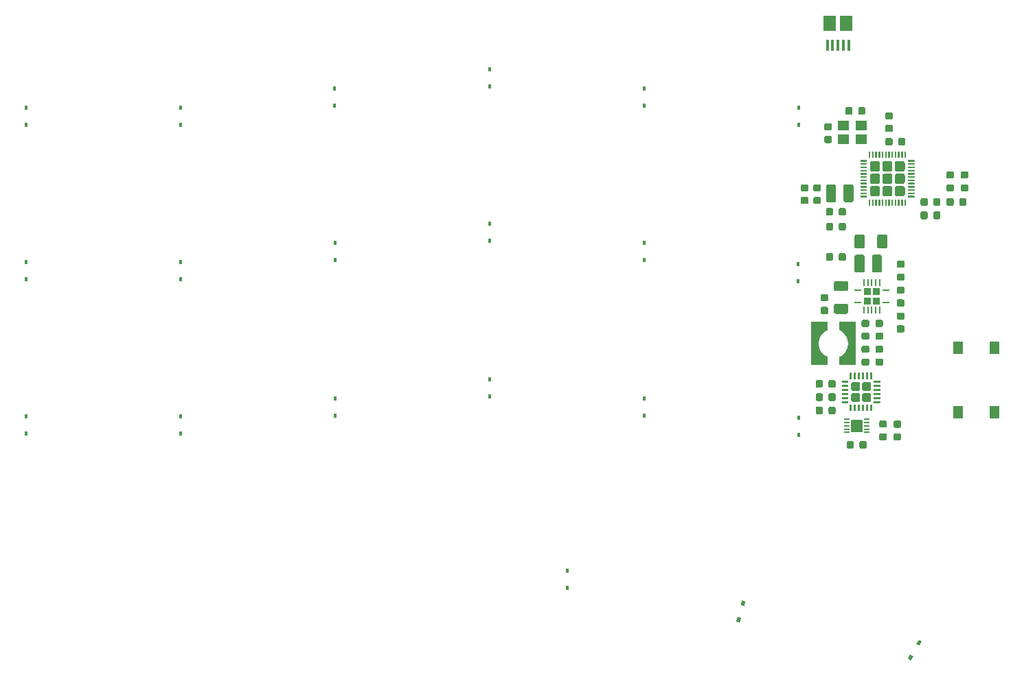
<source format=gbr>
G04 #@! TF.GenerationSoftware,KiCad,Pcbnew,(5.1.5-0-10_14)*
G04 #@! TF.CreationDate,2020-05-04T16:50:39-04:00*
G04 #@! TF.ProjectId,hardware,68617264-7761-4726-952e-6b696361645f,rev?*
G04 #@! TF.SameCoordinates,Original*
G04 #@! TF.FileFunction,Paste,Top*
G04 #@! TF.FilePolarity,Positive*
%FSLAX46Y46*%
G04 Gerber Fmt 4.6, Leading zero omitted, Abs format (unit mm)*
G04 Created by KiCad (PCBNEW (5.1.5-0-10_14)) date 2020-05-04 16:50:39*
%MOMM*%
%LPD*%
G04 APERTURE LIST*
%ADD10C,0.152400*%
%ADD11C,0.100000*%
%ADD12R,1.295400X1.397000*%
%ADD13R,0.711200X0.254000*%
%ADD14R,0.450000X0.600000*%
%ADD15R,1.500000X1.900000*%
%ADD16R,0.400000X1.350000*%
%ADD17R,1.300000X1.550000*%
%ADD18R,0.850000X0.280000*%
%ADD19R,0.280000X0.850000*%
%ADD20R,0.820000X0.820000*%
%ADD21R,1.400000X1.200000*%
G04 APERTURE END LIST*
D10*
X169713275Y-78778100D02*
X168417875Y-78778100D01*
X169713275Y-80175100D02*
X169713275Y-78778100D01*
X168417875Y-80175100D02*
X169713275Y-80175100D01*
X168417875Y-78778100D02*
X168417875Y-80175100D01*
D11*
G36*
X167980127Y-76414225D02*
G01*
X167986194Y-76415125D01*
X167992144Y-76416615D01*
X167997919Y-76418682D01*
X168003463Y-76421304D01*
X168008724Y-76424457D01*
X168013651Y-76428111D01*
X168018195Y-76432230D01*
X168022314Y-76436774D01*
X168025968Y-76441701D01*
X168029121Y-76446962D01*
X168031743Y-76452506D01*
X168033810Y-76458281D01*
X168035300Y-76464231D01*
X168036200Y-76470298D01*
X168036501Y-76476424D01*
X168036501Y-76601424D01*
X168036200Y-76607550D01*
X168035300Y-76613617D01*
X168033810Y-76619567D01*
X168031743Y-76625342D01*
X168029121Y-76630886D01*
X168025968Y-76636147D01*
X168022314Y-76641074D01*
X168018195Y-76645618D01*
X168013651Y-76649737D01*
X168008724Y-76653391D01*
X168003463Y-76656544D01*
X167997919Y-76659166D01*
X167992144Y-76661233D01*
X167986194Y-76662723D01*
X167980127Y-76663623D01*
X167974001Y-76663924D01*
X167274001Y-76663924D01*
X167267875Y-76663623D01*
X167261808Y-76662723D01*
X167255858Y-76661233D01*
X167250083Y-76659166D01*
X167244539Y-76656544D01*
X167239278Y-76653391D01*
X167234351Y-76649737D01*
X167229807Y-76645618D01*
X167225688Y-76641074D01*
X167222034Y-76636147D01*
X167218881Y-76630886D01*
X167216259Y-76625342D01*
X167214192Y-76619567D01*
X167212702Y-76613617D01*
X167211802Y-76607550D01*
X167211501Y-76601424D01*
X167211501Y-76476424D01*
X167211802Y-76470298D01*
X167212702Y-76464231D01*
X167214192Y-76458281D01*
X167216259Y-76452506D01*
X167218881Y-76446962D01*
X167222034Y-76441701D01*
X167225688Y-76436774D01*
X167229807Y-76432230D01*
X167234351Y-76428111D01*
X167239278Y-76424457D01*
X167244539Y-76421304D01*
X167250083Y-76418682D01*
X167255858Y-76416615D01*
X167261808Y-76415125D01*
X167267875Y-76414225D01*
X167274001Y-76413924D01*
X167974001Y-76413924D01*
X167980127Y-76414225D01*
G37*
G36*
X167980127Y-75914225D02*
G01*
X167986194Y-75915125D01*
X167992144Y-75916615D01*
X167997919Y-75918682D01*
X168003463Y-75921304D01*
X168008724Y-75924457D01*
X168013651Y-75928111D01*
X168018195Y-75932230D01*
X168022314Y-75936774D01*
X168025968Y-75941701D01*
X168029121Y-75946962D01*
X168031743Y-75952506D01*
X168033810Y-75958281D01*
X168035300Y-75964231D01*
X168036200Y-75970298D01*
X168036501Y-75976424D01*
X168036501Y-76101424D01*
X168036200Y-76107550D01*
X168035300Y-76113617D01*
X168033810Y-76119567D01*
X168031743Y-76125342D01*
X168029121Y-76130886D01*
X168025968Y-76136147D01*
X168022314Y-76141074D01*
X168018195Y-76145618D01*
X168013651Y-76149737D01*
X168008724Y-76153391D01*
X168003463Y-76156544D01*
X167997919Y-76159166D01*
X167992144Y-76161233D01*
X167986194Y-76162723D01*
X167980127Y-76163623D01*
X167974001Y-76163924D01*
X167274001Y-76163924D01*
X167267875Y-76163623D01*
X167261808Y-76162723D01*
X167255858Y-76161233D01*
X167250083Y-76159166D01*
X167244539Y-76156544D01*
X167239278Y-76153391D01*
X167234351Y-76149737D01*
X167229807Y-76145618D01*
X167225688Y-76141074D01*
X167222034Y-76136147D01*
X167218881Y-76130886D01*
X167216259Y-76125342D01*
X167214192Y-76119567D01*
X167212702Y-76113617D01*
X167211802Y-76107550D01*
X167211501Y-76101424D01*
X167211501Y-75976424D01*
X167211802Y-75970298D01*
X167212702Y-75964231D01*
X167214192Y-75958281D01*
X167216259Y-75952506D01*
X167218881Y-75946962D01*
X167222034Y-75941701D01*
X167225688Y-75936774D01*
X167229807Y-75932230D01*
X167234351Y-75928111D01*
X167239278Y-75924457D01*
X167244539Y-75921304D01*
X167250083Y-75918682D01*
X167255858Y-75916615D01*
X167261808Y-75915125D01*
X167267875Y-75914225D01*
X167274001Y-75913924D01*
X167974001Y-75913924D01*
X167980127Y-75914225D01*
G37*
G36*
X167980127Y-75414225D02*
G01*
X167986194Y-75415125D01*
X167992144Y-75416615D01*
X167997919Y-75418682D01*
X168003463Y-75421304D01*
X168008724Y-75424457D01*
X168013651Y-75428111D01*
X168018195Y-75432230D01*
X168022314Y-75436774D01*
X168025968Y-75441701D01*
X168029121Y-75446962D01*
X168031743Y-75452506D01*
X168033810Y-75458281D01*
X168035300Y-75464231D01*
X168036200Y-75470298D01*
X168036501Y-75476424D01*
X168036501Y-75601424D01*
X168036200Y-75607550D01*
X168035300Y-75613617D01*
X168033810Y-75619567D01*
X168031743Y-75625342D01*
X168029121Y-75630886D01*
X168025968Y-75636147D01*
X168022314Y-75641074D01*
X168018195Y-75645618D01*
X168013651Y-75649737D01*
X168008724Y-75653391D01*
X168003463Y-75656544D01*
X167997919Y-75659166D01*
X167992144Y-75661233D01*
X167986194Y-75662723D01*
X167980127Y-75663623D01*
X167974001Y-75663924D01*
X167274001Y-75663924D01*
X167267875Y-75663623D01*
X167261808Y-75662723D01*
X167255858Y-75661233D01*
X167250083Y-75659166D01*
X167244539Y-75656544D01*
X167239278Y-75653391D01*
X167234351Y-75649737D01*
X167229807Y-75645618D01*
X167225688Y-75641074D01*
X167222034Y-75636147D01*
X167218881Y-75630886D01*
X167216259Y-75625342D01*
X167214192Y-75619567D01*
X167212702Y-75613617D01*
X167211802Y-75607550D01*
X167211501Y-75601424D01*
X167211501Y-75476424D01*
X167211802Y-75470298D01*
X167212702Y-75464231D01*
X167214192Y-75458281D01*
X167216259Y-75452506D01*
X167218881Y-75446962D01*
X167222034Y-75441701D01*
X167225688Y-75436774D01*
X167229807Y-75432230D01*
X167234351Y-75428111D01*
X167239278Y-75424457D01*
X167244539Y-75421304D01*
X167250083Y-75418682D01*
X167255858Y-75416615D01*
X167261808Y-75415125D01*
X167267875Y-75414225D01*
X167274001Y-75413924D01*
X167974001Y-75413924D01*
X167980127Y-75414225D01*
G37*
G36*
X167980127Y-74914225D02*
G01*
X167986194Y-74915125D01*
X167992144Y-74916615D01*
X167997919Y-74918682D01*
X168003463Y-74921304D01*
X168008724Y-74924457D01*
X168013651Y-74928111D01*
X168018195Y-74932230D01*
X168022314Y-74936774D01*
X168025968Y-74941701D01*
X168029121Y-74946962D01*
X168031743Y-74952506D01*
X168033810Y-74958281D01*
X168035300Y-74964231D01*
X168036200Y-74970298D01*
X168036501Y-74976424D01*
X168036501Y-75101424D01*
X168036200Y-75107550D01*
X168035300Y-75113617D01*
X168033810Y-75119567D01*
X168031743Y-75125342D01*
X168029121Y-75130886D01*
X168025968Y-75136147D01*
X168022314Y-75141074D01*
X168018195Y-75145618D01*
X168013651Y-75149737D01*
X168008724Y-75153391D01*
X168003463Y-75156544D01*
X167997919Y-75159166D01*
X167992144Y-75161233D01*
X167986194Y-75162723D01*
X167980127Y-75163623D01*
X167974001Y-75163924D01*
X167274001Y-75163924D01*
X167267875Y-75163623D01*
X167261808Y-75162723D01*
X167255858Y-75161233D01*
X167250083Y-75159166D01*
X167244539Y-75156544D01*
X167239278Y-75153391D01*
X167234351Y-75149737D01*
X167229807Y-75145618D01*
X167225688Y-75141074D01*
X167222034Y-75136147D01*
X167218881Y-75130886D01*
X167216259Y-75125342D01*
X167214192Y-75119567D01*
X167212702Y-75113617D01*
X167211802Y-75107550D01*
X167211501Y-75101424D01*
X167211501Y-74976424D01*
X167211802Y-74970298D01*
X167212702Y-74964231D01*
X167214192Y-74958281D01*
X167216259Y-74952506D01*
X167218881Y-74946962D01*
X167222034Y-74941701D01*
X167225688Y-74936774D01*
X167229807Y-74932230D01*
X167234351Y-74928111D01*
X167239278Y-74924457D01*
X167244539Y-74921304D01*
X167250083Y-74918682D01*
X167255858Y-74916615D01*
X167261808Y-74915125D01*
X167267875Y-74914225D01*
X167274001Y-74913924D01*
X167974001Y-74913924D01*
X167980127Y-74914225D01*
G37*
G36*
X167980127Y-74414225D02*
G01*
X167986194Y-74415125D01*
X167992144Y-74416615D01*
X167997919Y-74418682D01*
X168003463Y-74421304D01*
X168008724Y-74424457D01*
X168013651Y-74428111D01*
X168018195Y-74432230D01*
X168022314Y-74436774D01*
X168025968Y-74441701D01*
X168029121Y-74446962D01*
X168031743Y-74452506D01*
X168033810Y-74458281D01*
X168035300Y-74464231D01*
X168036200Y-74470298D01*
X168036501Y-74476424D01*
X168036501Y-74601424D01*
X168036200Y-74607550D01*
X168035300Y-74613617D01*
X168033810Y-74619567D01*
X168031743Y-74625342D01*
X168029121Y-74630886D01*
X168025968Y-74636147D01*
X168022314Y-74641074D01*
X168018195Y-74645618D01*
X168013651Y-74649737D01*
X168008724Y-74653391D01*
X168003463Y-74656544D01*
X167997919Y-74659166D01*
X167992144Y-74661233D01*
X167986194Y-74662723D01*
X167980127Y-74663623D01*
X167974001Y-74663924D01*
X167274001Y-74663924D01*
X167267875Y-74663623D01*
X167261808Y-74662723D01*
X167255858Y-74661233D01*
X167250083Y-74659166D01*
X167244539Y-74656544D01*
X167239278Y-74653391D01*
X167234351Y-74649737D01*
X167229807Y-74645618D01*
X167225688Y-74641074D01*
X167222034Y-74636147D01*
X167218881Y-74630886D01*
X167216259Y-74625342D01*
X167214192Y-74619567D01*
X167212702Y-74613617D01*
X167211802Y-74607550D01*
X167211501Y-74601424D01*
X167211501Y-74476424D01*
X167211802Y-74470298D01*
X167212702Y-74464231D01*
X167214192Y-74458281D01*
X167216259Y-74452506D01*
X167218881Y-74446962D01*
X167222034Y-74441701D01*
X167225688Y-74436774D01*
X167229807Y-74432230D01*
X167234351Y-74428111D01*
X167239278Y-74424457D01*
X167244539Y-74421304D01*
X167250083Y-74418682D01*
X167255858Y-74416615D01*
X167261808Y-74415125D01*
X167267875Y-74414225D01*
X167274001Y-74413924D01*
X167974001Y-74413924D01*
X167980127Y-74414225D01*
G37*
G36*
X167980127Y-73914225D02*
G01*
X167986194Y-73915125D01*
X167992144Y-73916615D01*
X167997919Y-73918682D01*
X168003463Y-73921304D01*
X168008724Y-73924457D01*
X168013651Y-73928111D01*
X168018195Y-73932230D01*
X168022314Y-73936774D01*
X168025968Y-73941701D01*
X168029121Y-73946962D01*
X168031743Y-73952506D01*
X168033810Y-73958281D01*
X168035300Y-73964231D01*
X168036200Y-73970298D01*
X168036501Y-73976424D01*
X168036501Y-74101424D01*
X168036200Y-74107550D01*
X168035300Y-74113617D01*
X168033810Y-74119567D01*
X168031743Y-74125342D01*
X168029121Y-74130886D01*
X168025968Y-74136147D01*
X168022314Y-74141074D01*
X168018195Y-74145618D01*
X168013651Y-74149737D01*
X168008724Y-74153391D01*
X168003463Y-74156544D01*
X167997919Y-74159166D01*
X167992144Y-74161233D01*
X167986194Y-74162723D01*
X167980127Y-74163623D01*
X167974001Y-74163924D01*
X167274001Y-74163924D01*
X167267875Y-74163623D01*
X167261808Y-74162723D01*
X167255858Y-74161233D01*
X167250083Y-74159166D01*
X167244539Y-74156544D01*
X167239278Y-74153391D01*
X167234351Y-74149737D01*
X167229807Y-74145618D01*
X167225688Y-74141074D01*
X167222034Y-74136147D01*
X167218881Y-74130886D01*
X167216259Y-74125342D01*
X167214192Y-74119567D01*
X167212702Y-74113617D01*
X167211802Y-74107550D01*
X167211501Y-74101424D01*
X167211501Y-73976424D01*
X167211802Y-73970298D01*
X167212702Y-73964231D01*
X167214192Y-73958281D01*
X167216259Y-73952506D01*
X167218881Y-73946962D01*
X167222034Y-73941701D01*
X167225688Y-73936774D01*
X167229807Y-73932230D01*
X167234351Y-73928111D01*
X167239278Y-73924457D01*
X167244539Y-73921304D01*
X167250083Y-73918682D01*
X167255858Y-73916615D01*
X167261808Y-73915125D01*
X167267875Y-73914225D01*
X167274001Y-73913924D01*
X167974001Y-73913924D01*
X167980127Y-73914225D01*
G37*
G36*
X168405127Y-72914225D02*
G01*
X168411194Y-72915125D01*
X168417144Y-72916615D01*
X168422919Y-72918682D01*
X168428463Y-72921304D01*
X168433724Y-72924457D01*
X168438651Y-72928111D01*
X168443195Y-72932230D01*
X168447314Y-72936774D01*
X168450968Y-72941701D01*
X168454121Y-72946962D01*
X168456743Y-72952506D01*
X168458810Y-72958281D01*
X168460300Y-72964231D01*
X168461200Y-72970298D01*
X168461501Y-72976424D01*
X168461501Y-73676424D01*
X168461200Y-73682550D01*
X168460300Y-73688617D01*
X168458810Y-73694567D01*
X168456743Y-73700342D01*
X168454121Y-73705886D01*
X168450968Y-73711147D01*
X168447314Y-73716074D01*
X168443195Y-73720618D01*
X168438651Y-73724737D01*
X168433724Y-73728391D01*
X168428463Y-73731544D01*
X168422919Y-73734166D01*
X168417144Y-73736233D01*
X168411194Y-73737723D01*
X168405127Y-73738623D01*
X168399001Y-73738924D01*
X168274001Y-73738924D01*
X168267875Y-73738623D01*
X168261808Y-73737723D01*
X168255858Y-73736233D01*
X168250083Y-73734166D01*
X168244539Y-73731544D01*
X168239278Y-73728391D01*
X168234351Y-73724737D01*
X168229807Y-73720618D01*
X168225688Y-73716074D01*
X168222034Y-73711147D01*
X168218881Y-73705886D01*
X168216259Y-73700342D01*
X168214192Y-73694567D01*
X168212702Y-73688617D01*
X168211802Y-73682550D01*
X168211501Y-73676424D01*
X168211501Y-72976424D01*
X168211802Y-72970298D01*
X168212702Y-72964231D01*
X168214192Y-72958281D01*
X168216259Y-72952506D01*
X168218881Y-72946962D01*
X168222034Y-72941701D01*
X168225688Y-72936774D01*
X168229807Y-72932230D01*
X168234351Y-72928111D01*
X168239278Y-72924457D01*
X168244539Y-72921304D01*
X168250083Y-72918682D01*
X168255858Y-72916615D01*
X168261808Y-72915125D01*
X168267875Y-72914225D01*
X168274001Y-72913924D01*
X168399001Y-72913924D01*
X168405127Y-72914225D01*
G37*
G36*
X168905127Y-72914225D02*
G01*
X168911194Y-72915125D01*
X168917144Y-72916615D01*
X168922919Y-72918682D01*
X168928463Y-72921304D01*
X168933724Y-72924457D01*
X168938651Y-72928111D01*
X168943195Y-72932230D01*
X168947314Y-72936774D01*
X168950968Y-72941701D01*
X168954121Y-72946962D01*
X168956743Y-72952506D01*
X168958810Y-72958281D01*
X168960300Y-72964231D01*
X168961200Y-72970298D01*
X168961501Y-72976424D01*
X168961501Y-73676424D01*
X168961200Y-73682550D01*
X168960300Y-73688617D01*
X168958810Y-73694567D01*
X168956743Y-73700342D01*
X168954121Y-73705886D01*
X168950968Y-73711147D01*
X168947314Y-73716074D01*
X168943195Y-73720618D01*
X168938651Y-73724737D01*
X168933724Y-73728391D01*
X168928463Y-73731544D01*
X168922919Y-73734166D01*
X168917144Y-73736233D01*
X168911194Y-73737723D01*
X168905127Y-73738623D01*
X168899001Y-73738924D01*
X168774001Y-73738924D01*
X168767875Y-73738623D01*
X168761808Y-73737723D01*
X168755858Y-73736233D01*
X168750083Y-73734166D01*
X168744539Y-73731544D01*
X168739278Y-73728391D01*
X168734351Y-73724737D01*
X168729807Y-73720618D01*
X168725688Y-73716074D01*
X168722034Y-73711147D01*
X168718881Y-73705886D01*
X168716259Y-73700342D01*
X168714192Y-73694567D01*
X168712702Y-73688617D01*
X168711802Y-73682550D01*
X168711501Y-73676424D01*
X168711501Y-72976424D01*
X168711802Y-72970298D01*
X168712702Y-72964231D01*
X168714192Y-72958281D01*
X168716259Y-72952506D01*
X168718881Y-72946962D01*
X168722034Y-72941701D01*
X168725688Y-72936774D01*
X168729807Y-72932230D01*
X168734351Y-72928111D01*
X168739278Y-72924457D01*
X168744539Y-72921304D01*
X168750083Y-72918682D01*
X168755858Y-72916615D01*
X168761808Y-72915125D01*
X168767875Y-72914225D01*
X168774001Y-72913924D01*
X168899001Y-72913924D01*
X168905127Y-72914225D01*
G37*
G36*
X169405127Y-72914225D02*
G01*
X169411194Y-72915125D01*
X169417144Y-72916615D01*
X169422919Y-72918682D01*
X169428463Y-72921304D01*
X169433724Y-72924457D01*
X169438651Y-72928111D01*
X169443195Y-72932230D01*
X169447314Y-72936774D01*
X169450968Y-72941701D01*
X169454121Y-72946962D01*
X169456743Y-72952506D01*
X169458810Y-72958281D01*
X169460300Y-72964231D01*
X169461200Y-72970298D01*
X169461501Y-72976424D01*
X169461501Y-73676424D01*
X169461200Y-73682550D01*
X169460300Y-73688617D01*
X169458810Y-73694567D01*
X169456743Y-73700342D01*
X169454121Y-73705886D01*
X169450968Y-73711147D01*
X169447314Y-73716074D01*
X169443195Y-73720618D01*
X169438651Y-73724737D01*
X169433724Y-73728391D01*
X169428463Y-73731544D01*
X169422919Y-73734166D01*
X169417144Y-73736233D01*
X169411194Y-73737723D01*
X169405127Y-73738623D01*
X169399001Y-73738924D01*
X169274001Y-73738924D01*
X169267875Y-73738623D01*
X169261808Y-73737723D01*
X169255858Y-73736233D01*
X169250083Y-73734166D01*
X169244539Y-73731544D01*
X169239278Y-73728391D01*
X169234351Y-73724737D01*
X169229807Y-73720618D01*
X169225688Y-73716074D01*
X169222034Y-73711147D01*
X169218881Y-73705886D01*
X169216259Y-73700342D01*
X169214192Y-73694567D01*
X169212702Y-73688617D01*
X169211802Y-73682550D01*
X169211501Y-73676424D01*
X169211501Y-72976424D01*
X169211802Y-72970298D01*
X169212702Y-72964231D01*
X169214192Y-72958281D01*
X169216259Y-72952506D01*
X169218881Y-72946962D01*
X169222034Y-72941701D01*
X169225688Y-72936774D01*
X169229807Y-72932230D01*
X169234351Y-72928111D01*
X169239278Y-72924457D01*
X169244539Y-72921304D01*
X169250083Y-72918682D01*
X169255858Y-72916615D01*
X169261808Y-72915125D01*
X169267875Y-72914225D01*
X169274001Y-72913924D01*
X169399001Y-72913924D01*
X169405127Y-72914225D01*
G37*
G36*
X169905127Y-72914225D02*
G01*
X169911194Y-72915125D01*
X169917144Y-72916615D01*
X169922919Y-72918682D01*
X169928463Y-72921304D01*
X169933724Y-72924457D01*
X169938651Y-72928111D01*
X169943195Y-72932230D01*
X169947314Y-72936774D01*
X169950968Y-72941701D01*
X169954121Y-72946962D01*
X169956743Y-72952506D01*
X169958810Y-72958281D01*
X169960300Y-72964231D01*
X169961200Y-72970298D01*
X169961501Y-72976424D01*
X169961501Y-73676424D01*
X169961200Y-73682550D01*
X169960300Y-73688617D01*
X169958810Y-73694567D01*
X169956743Y-73700342D01*
X169954121Y-73705886D01*
X169950968Y-73711147D01*
X169947314Y-73716074D01*
X169943195Y-73720618D01*
X169938651Y-73724737D01*
X169933724Y-73728391D01*
X169928463Y-73731544D01*
X169922919Y-73734166D01*
X169917144Y-73736233D01*
X169911194Y-73737723D01*
X169905127Y-73738623D01*
X169899001Y-73738924D01*
X169774001Y-73738924D01*
X169767875Y-73738623D01*
X169761808Y-73737723D01*
X169755858Y-73736233D01*
X169750083Y-73734166D01*
X169744539Y-73731544D01*
X169739278Y-73728391D01*
X169734351Y-73724737D01*
X169729807Y-73720618D01*
X169725688Y-73716074D01*
X169722034Y-73711147D01*
X169718881Y-73705886D01*
X169716259Y-73700342D01*
X169714192Y-73694567D01*
X169712702Y-73688617D01*
X169711802Y-73682550D01*
X169711501Y-73676424D01*
X169711501Y-72976424D01*
X169711802Y-72970298D01*
X169712702Y-72964231D01*
X169714192Y-72958281D01*
X169716259Y-72952506D01*
X169718881Y-72946962D01*
X169722034Y-72941701D01*
X169725688Y-72936774D01*
X169729807Y-72932230D01*
X169734351Y-72928111D01*
X169739278Y-72924457D01*
X169744539Y-72921304D01*
X169750083Y-72918682D01*
X169755858Y-72916615D01*
X169761808Y-72915125D01*
X169767875Y-72914225D01*
X169774001Y-72913924D01*
X169899001Y-72913924D01*
X169905127Y-72914225D01*
G37*
G36*
X170405127Y-72914225D02*
G01*
X170411194Y-72915125D01*
X170417144Y-72916615D01*
X170422919Y-72918682D01*
X170428463Y-72921304D01*
X170433724Y-72924457D01*
X170438651Y-72928111D01*
X170443195Y-72932230D01*
X170447314Y-72936774D01*
X170450968Y-72941701D01*
X170454121Y-72946962D01*
X170456743Y-72952506D01*
X170458810Y-72958281D01*
X170460300Y-72964231D01*
X170461200Y-72970298D01*
X170461501Y-72976424D01*
X170461501Y-73676424D01*
X170461200Y-73682550D01*
X170460300Y-73688617D01*
X170458810Y-73694567D01*
X170456743Y-73700342D01*
X170454121Y-73705886D01*
X170450968Y-73711147D01*
X170447314Y-73716074D01*
X170443195Y-73720618D01*
X170438651Y-73724737D01*
X170433724Y-73728391D01*
X170428463Y-73731544D01*
X170422919Y-73734166D01*
X170417144Y-73736233D01*
X170411194Y-73737723D01*
X170405127Y-73738623D01*
X170399001Y-73738924D01*
X170274001Y-73738924D01*
X170267875Y-73738623D01*
X170261808Y-73737723D01*
X170255858Y-73736233D01*
X170250083Y-73734166D01*
X170244539Y-73731544D01*
X170239278Y-73728391D01*
X170234351Y-73724737D01*
X170229807Y-73720618D01*
X170225688Y-73716074D01*
X170222034Y-73711147D01*
X170218881Y-73705886D01*
X170216259Y-73700342D01*
X170214192Y-73694567D01*
X170212702Y-73688617D01*
X170211802Y-73682550D01*
X170211501Y-73676424D01*
X170211501Y-72976424D01*
X170211802Y-72970298D01*
X170212702Y-72964231D01*
X170214192Y-72958281D01*
X170216259Y-72952506D01*
X170218881Y-72946962D01*
X170222034Y-72941701D01*
X170225688Y-72936774D01*
X170229807Y-72932230D01*
X170234351Y-72928111D01*
X170239278Y-72924457D01*
X170244539Y-72921304D01*
X170250083Y-72918682D01*
X170255858Y-72916615D01*
X170261808Y-72915125D01*
X170267875Y-72914225D01*
X170274001Y-72913924D01*
X170399001Y-72913924D01*
X170405127Y-72914225D01*
G37*
G36*
X170905127Y-72914225D02*
G01*
X170911194Y-72915125D01*
X170917144Y-72916615D01*
X170922919Y-72918682D01*
X170928463Y-72921304D01*
X170933724Y-72924457D01*
X170938651Y-72928111D01*
X170943195Y-72932230D01*
X170947314Y-72936774D01*
X170950968Y-72941701D01*
X170954121Y-72946962D01*
X170956743Y-72952506D01*
X170958810Y-72958281D01*
X170960300Y-72964231D01*
X170961200Y-72970298D01*
X170961501Y-72976424D01*
X170961501Y-73676424D01*
X170961200Y-73682550D01*
X170960300Y-73688617D01*
X170958810Y-73694567D01*
X170956743Y-73700342D01*
X170954121Y-73705886D01*
X170950968Y-73711147D01*
X170947314Y-73716074D01*
X170943195Y-73720618D01*
X170938651Y-73724737D01*
X170933724Y-73728391D01*
X170928463Y-73731544D01*
X170922919Y-73734166D01*
X170917144Y-73736233D01*
X170911194Y-73737723D01*
X170905127Y-73738623D01*
X170899001Y-73738924D01*
X170774001Y-73738924D01*
X170767875Y-73738623D01*
X170761808Y-73737723D01*
X170755858Y-73736233D01*
X170750083Y-73734166D01*
X170744539Y-73731544D01*
X170739278Y-73728391D01*
X170734351Y-73724737D01*
X170729807Y-73720618D01*
X170725688Y-73716074D01*
X170722034Y-73711147D01*
X170718881Y-73705886D01*
X170716259Y-73700342D01*
X170714192Y-73694567D01*
X170712702Y-73688617D01*
X170711802Y-73682550D01*
X170711501Y-73676424D01*
X170711501Y-72976424D01*
X170711802Y-72970298D01*
X170712702Y-72964231D01*
X170714192Y-72958281D01*
X170716259Y-72952506D01*
X170718881Y-72946962D01*
X170722034Y-72941701D01*
X170725688Y-72936774D01*
X170729807Y-72932230D01*
X170734351Y-72928111D01*
X170739278Y-72924457D01*
X170744539Y-72921304D01*
X170750083Y-72918682D01*
X170755858Y-72916615D01*
X170761808Y-72915125D01*
X170767875Y-72914225D01*
X170774001Y-72913924D01*
X170899001Y-72913924D01*
X170905127Y-72914225D01*
G37*
G36*
X171905127Y-73914225D02*
G01*
X171911194Y-73915125D01*
X171917144Y-73916615D01*
X171922919Y-73918682D01*
X171928463Y-73921304D01*
X171933724Y-73924457D01*
X171938651Y-73928111D01*
X171943195Y-73932230D01*
X171947314Y-73936774D01*
X171950968Y-73941701D01*
X171954121Y-73946962D01*
X171956743Y-73952506D01*
X171958810Y-73958281D01*
X171960300Y-73964231D01*
X171961200Y-73970298D01*
X171961501Y-73976424D01*
X171961501Y-74101424D01*
X171961200Y-74107550D01*
X171960300Y-74113617D01*
X171958810Y-74119567D01*
X171956743Y-74125342D01*
X171954121Y-74130886D01*
X171950968Y-74136147D01*
X171947314Y-74141074D01*
X171943195Y-74145618D01*
X171938651Y-74149737D01*
X171933724Y-74153391D01*
X171928463Y-74156544D01*
X171922919Y-74159166D01*
X171917144Y-74161233D01*
X171911194Y-74162723D01*
X171905127Y-74163623D01*
X171899001Y-74163924D01*
X171199001Y-74163924D01*
X171192875Y-74163623D01*
X171186808Y-74162723D01*
X171180858Y-74161233D01*
X171175083Y-74159166D01*
X171169539Y-74156544D01*
X171164278Y-74153391D01*
X171159351Y-74149737D01*
X171154807Y-74145618D01*
X171150688Y-74141074D01*
X171147034Y-74136147D01*
X171143881Y-74130886D01*
X171141259Y-74125342D01*
X171139192Y-74119567D01*
X171137702Y-74113617D01*
X171136802Y-74107550D01*
X171136501Y-74101424D01*
X171136501Y-73976424D01*
X171136802Y-73970298D01*
X171137702Y-73964231D01*
X171139192Y-73958281D01*
X171141259Y-73952506D01*
X171143881Y-73946962D01*
X171147034Y-73941701D01*
X171150688Y-73936774D01*
X171154807Y-73932230D01*
X171159351Y-73928111D01*
X171164278Y-73924457D01*
X171169539Y-73921304D01*
X171175083Y-73918682D01*
X171180858Y-73916615D01*
X171186808Y-73915125D01*
X171192875Y-73914225D01*
X171199001Y-73913924D01*
X171899001Y-73913924D01*
X171905127Y-73914225D01*
G37*
G36*
X171905127Y-74414225D02*
G01*
X171911194Y-74415125D01*
X171917144Y-74416615D01*
X171922919Y-74418682D01*
X171928463Y-74421304D01*
X171933724Y-74424457D01*
X171938651Y-74428111D01*
X171943195Y-74432230D01*
X171947314Y-74436774D01*
X171950968Y-74441701D01*
X171954121Y-74446962D01*
X171956743Y-74452506D01*
X171958810Y-74458281D01*
X171960300Y-74464231D01*
X171961200Y-74470298D01*
X171961501Y-74476424D01*
X171961501Y-74601424D01*
X171961200Y-74607550D01*
X171960300Y-74613617D01*
X171958810Y-74619567D01*
X171956743Y-74625342D01*
X171954121Y-74630886D01*
X171950968Y-74636147D01*
X171947314Y-74641074D01*
X171943195Y-74645618D01*
X171938651Y-74649737D01*
X171933724Y-74653391D01*
X171928463Y-74656544D01*
X171922919Y-74659166D01*
X171917144Y-74661233D01*
X171911194Y-74662723D01*
X171905127Y-74663623D01*
X171899001Y-74663924D01*
X171199001Y-74663924D01*
X171192875Y-74663623D01*
X171186808Y-74662723D01*
X171180858Y-74661233D01*
X171175083Y-74659166D01*
X171169539Y-74656544D01*
X171164278Y-74653391D01*
X171159351Y-74649737D01*
X171154807Y-74645618D01*
X171150688Y-74641074D01*
X171147034Y-74636147D01*
X171143881Y-74630886D01*
X171141259Y-74625342D01*
X171139192Y-74619567D01*
X171137702Y-74613617D01*
X171136802Y-74607550D01*
X171136501Y-74601424D01*
X171136501Y-74476424D01*
X171136802Y-74470298D01*
X171137702Y-74464231D01*
X171139192Y-74458281D01*
X171141259Y-74452506D01*
X171143881Y-74446962D01*
X171147034Y-74441701D01*
X171150688Y-74436774D01*
X171154807Y-74432230D01*
X171159351Y-74428111D01*
X171164278Y-74424457D01*
X171169539Y-74421304D01*
X171175083Y-74418682D01*
X171180858Y-74416615D01*
X171186808Y-74415125D01*
X171192875Y-74414225D01*
X171199001Y-74413924D01*
X171899001Y-74413924D01*
X171905127Y-74414225D01*
G37*
G36*
X171905127Y-74914225D02*
G01*
X171911194Y-74915125D01*
X171917144Y-74916615D01*
X171922919Y-74918682D01*
X171928463Y-74921304D01*
X171933724Y-74924457D01*
X171938651Y-74928111D01*
X171943195Y-74932230D01*
X171947314Y-74936774D01*
X171950968Y-74941701D01*
X171954121Y-74946962D01*
X171956743Y-74952506D01*
X171958810Y-74958281D01*
X171960300Y-74964231D01*
X171961200Y-74970298D01*
X171961501Y-74976424D01*
X171961501Y-75101424D01*
X171961200Y-75107550D01*
X171960300Y-75113617D01*
X171958810Y-75119567D01*
X171956743Y-75125342D01*
X171954121Y-75130886D01*
X171950968Y-75136147D01*
X171947314Y-75141074D01*
X171943195Y-75145618D01*
X171938651Y-75149737D01*
X171933724Y-75153391D01*
X171928463Y-75156544D01*
X171922919Y-75159166D01*
X171917144Y-75161233D01*
X171911194Y-75162723D01*
X171905127Y-75163623D01*
X171899001Y-75163924D01*
X171199001Y-75163924D01*
X171192875Y-75163623D01*
X171186808Y-75162723D01*
X171180858Y-75161233D01*
X171175083Y-75159166D01*
X171169539Y-75156544D01*
X171164278Y-75153391D01*
X171159351Y-75149737D01*
X171154807Y-75145618D01*
X171150688Y-75141074D01*
X171147034Y-75136147D01*
X171143881Y-75130886D01*
X171141259Y-75125342D01*
X171139192Y-75119567D01*
X171137702Y-75113617D01*
X171136802Y-75107550D01*
X171136501Y-75101424D01*
X171136501Y-74976424D01*
X171136802Y-74970298D01*
X171137702Y-74964231D01*
X171139192Y-74958281D01*
X171141259Y-74952506D01*
X171143881Y-74946962D01*
X171147034Y-74941701D01*
X171150688Y-74936774D01*
X171154807Y-74932230D01*
X171159351Y-74928111D01*
X171164278Y-74924457D01*
X171169539Y-74921304D01*
X171175083Y-74918682D01*
X171180858Y-74916615D01*
X171186808Y-74915125D01*
X171192875Y-74914225D01*
X171199001Y-74913924D01*
X171899001Y-74913924D01*
X171905127Y-74914225D01*
G37*
G36*
X171905127Y-75414225D02*
G01*
X171911194Y-75415125D01*
X171917144Y-75416615D01*
X171922919Y-75418682D01*
X171928463Y-75421304D01*
X171933724Y-75424457D01*
X171938651Y-75428111D01*
X171943195Y-75432230D01*
X171947314Y-75436774D01*
X171950968Y-75441701D01*
X171954121Y-75446962D01*
X171956743Y-75452506D01*
X171958810Y-75458281D01*
X171960300Y-75464231D01*
X171961200Y-75470298D01*
X171961501Y-75476424D01*
X171961501Y-75601424D01*
X171961200Y-75607550D01*
X171960300Y-75613617D01*
X171958810Y-75619567D01*
X171956743Y-75625342D01*
X171954121Y-75630886D01*
X171950968Y-75636147D01*
X171947314Y-75641074D01*
X171943195Y-75645618D01*
X171938651Y-75649737D01*
X171933724Y-75653391D01*
X171928463Y-75656544D01*
X171922919Y-75659166D01*
X171917144Y-75661233D01*
X171911194Y-75662723D01*
X171905127Y-75663623D01*
X171899001Y-75663924D01*
X171199001Y-75663924D01*
X171192875Y-75663623D01*
X171186808Y-75662723D01*
X171180858Y-75661233D01*
X171175083Y-75659166D01*
X171169539Y-75656544D01*
X171164278Y-75653391D01*
X171159351Y-75649737D01*
X171154807Y-75645618D01*
X171150688Y-75641074D01*
X171147034Y-75636147D01*
X171143881Y-75630886D01*
X171141259Y-75625342D01*
X171139192Y-75619567D01*
X171137702Y-75613617D01*
X171136802Y-75607550D01*
X171136501Y-75601424D01*
X171136501Y-75476424D01*
X171136802Y-75470298D01*
X171137702Y-75464231D01*
X171139192Y-75458281D01*
X171141259Y-75452506D01*
X171143881Y-75446962D01*
X171147034Y-75441701D01*
X171150688Y-75436774D01*
X171154807Y-75432230D01*
X171159351Y-75428111D01*
X171164278Y-75424457D01*
X171169539Y-75421304D01*
X171175083Y-75418682D01*
X171180858Y-75416615D01*
X171186808Y-75415125D01*
X171192875Y-75414225D01*
X171199001Y-75413924D01*
X171899001Y-75413924D01*
X171905127Y-75414225D01*
G37*
G36*
X171905127Y-75914225D02*
G01*
X171911194Y-75915125D01*
X171917144Y-75916615D01*
X171922919Y-75918682D01*
X171928463Y-75921304D01*
X171933724Y-75924457D01*
X171938651Y-75928111D01*
X171943195Y-75932230D01*
X171947314Y-75936774D01*
X171950968Y-75941701D01*
X171954121Y-75946962D01*
X171956743Y-75952506D01*
X171958810Y-75958281D01*
X171960300Y-75964231D01*
X171961200Y-75970298D01*
X171961501Y-75976424D01*
X171961501Y-76101424D01*
X171961200Y-76107550D01*
X171960300Y-76113617D01*
X171958810Y-76119567D01*
X171956743Y-76125342D01*
X171954121Y-76130886D01*
X171950968Y-76136147D01*
X171947314Y-76141074D01*
X171943195Y-76145618D01*
X171938651Y-76149737D01*
X171933724Y-76153391D01*
X171928463Y-76156544D01*
X171922919Y-76159166D01*
X171917144Y-76161233D01*
X171911194Y-76162723D01*
X171905127Y-76163623D01*
X171899001Y-76163924D01*
X171199001Y-76163924D01*
X171192875Y-76163623D01*
X171186808Y-76162723D01*
X171180858Y-76161233D01*
X171175083Y-76159166D01*
X171169539Y-76156544D01*
X171164278Y-76153391D01*
X171159351Y-76149737D01*
X171154807Y-76145618D01*
X171150688Y-76141074D01*
X171147034Y-76136147D01*
X171143881Y-76130886D01*
X171141259Y-76125342D01*
X171139192Y-76119567D01*
X171137702Y-76113617D01*
X171136802Y-76107550D01*
X171136501Y-76101424D01*
X171136501Y-75976424D01*
X171136802Y-75970298D01*
X171137702Y-75964231D01*
X171139192Y-75958281D01*
X171141259Y-75952506D01*
X171143881Y-75946962D01*
X171147034Y-75941701D01*
X171150688Y-75936774D01*
X171154807Y-75932230D01*
X171159351Y-75928111D01*
X171164278Y-75924457D01*
X171169539Y-75921304D01*
X171175083Y-75918682D01*
X171180858Y-75916615D01*
X171186808Y-75915125D01*
X171192875Y-75914225D01*
X171199001Y-75913924D01*
X171899001Y-75913924D01*
X171905127Y-75914225D01*
G37*
G36*
X171905127Y-76414225D02*
G01*
X171911194Y-76415125D01*
X171917144Y-76416615D01*
X171922919Y-76418682D01*
X171928463Y-76421304D01*
X171933724Y-76424457D01*
X171938651Y-76428111D01*
X171943195Y-76432230D01*
X171947314Y-76436774D01*
X171950968Y-76441701D01*
X171954121Y-76446962D01*
X171956743Y-76452506D01*
X171958810Y-76458281D01*
X171960300Y-76464231D01*
X171961200Y-76470298D01*
X171961501Y-76476424D01*
X171961501Y-76601424D01*
X171961200Y-76607550D01*
X171960300Y-76613617D01*
X171958810Y-76619567D01*
X171956743Y-76625342D01*
X171954121Y-76630886D01*
X171950968Y-76636147D01*
X171947314Y-76641074D01*
X171943195Y-76645618D01*
X171938651Y-76649737D01*
X171933724Y-76653391D01*
X171928463Y-76656544D01*
X171922919Y-76659166D01*
X171917144Y-76661233D01*
X171911194Y-76662723D01*
X171905127Y-76663623D01*
X171899001Y-76663924D01*
X171199001Y-76663924D01*
X171192875Y-76663623D01*
X171186808Y-76662723D01*
X171180858Y-76661233D01*
X171175083Y-76659166D01*
X171169539Y-76656544D01*
X171164278Y-76653391D01*
X171159351Y-76649737D01*
X171154807Y-76645618D01*
X171150688Y-76641074D01*
X171147034Y-76636147D01*
X171143881Y-76630886D01*
X171141259Y-76625342D01*
X171139192Y-76619567D01*
X171137702Y-76613617D01*
X171136802Y-76607550D01*
X171136501Y-76601424D01*
X171136501Y-76476424D01*
X171136802Y-76470298D01*
X171137702Y-76464231D01*
X171139192Y-76458281D01*
X171141259Y-76452506D01*
X171143881Y-76446962D01*
X171147034Y-76441701D01*
X171150688Y-76436774D01*
X171154807Y-76432230D01*
X171159351Y-76428111D01*
X171164278Y-76424457D01*
X171169539Y-76421304D01*
X171175083Y-76418682D01*
X171180858Y-76416615D01*
X171186808Y-76415125D01*
X171192875Y-76414225D01*
X171199001Y-76413924D01*
X171899001Y-76413924D01*
X171905127Y-76414225D01*
G37*
G36*
X170905127Y-76839225D02*
G01*
X170911194Y-76840125D01*
X170917144Y-76841615D01*
X170922919Y-76843682D01*
X170928463Y-76846304D01*
X170933724Y-76849457D01*
X170938651Y-76853111D01*
X170943195Y-76857230D01*
X170947314Y-76861774D01*
X170950968Y-76866701D01*
X170954121Y-76871962D01*
X170956743Y-76877506D01*
X170958810Y-76883281D01*
X170960300Y-76889231D01*
X170961200Y-76895298D01*
X170961501Y-76901424D01*
X170961501Y-77601424D01*
X170961200Y-77607550D01*
X170960300Y-77613617D01*
X170958810Y-77619567D01*
X170956743Y-77625342D01*
X170954121Y-77630886D01*
X170950968Y-77636147D01*
X170947314Y-77641074D01*
X170943195Y-77645618D01*
X170938651Y-77649737D01*
X170933724Y-77653391D01*
X170928463Y-77656544D01*
X170922919Y-77659166D01*
X170917144Y-77661233D01*
X170911194Y-77662723D01*
X170905127Y-77663623D01*
X170899001Y-77663924D01*
X170774001Y-77663924D01*
X170767875Y-77663623D01*
X170761808Y-77662723D01*
X170755858Y-77661233D01*
X170750083Y-77659166D01*
X170744539Y-77656544D01*
X170739278Y-77653391D01*
X170734351Y-77649737D01*
X170729807Y-77645618D01*
X170725688Y-77641074D01*
X170722034Y-77636147D01*
X170718881Y-77630886D01*
X170716259Y-77625342D01*
X170714192Y-77619567D01*
X170712702Y-77613617D01*
X170711802Y-77607550D01*
X170711501Y-77601424D01*
X170711501Y-76901424D01*
X170711802Y-76895298D01*
X170712702Y-76889231D01*
X170714192Y-76883281D01*
X170716259Y-76877506D01*
X170718881Y-76871962D01*
X170722034Y-76866701D01*
X170725688Y-76861774D01*
X170729807Y-76857230D01*
X170734351Y-76853111D01*
X170739278Y-76849457D01*
X170744539Y-76846304D01*
X170750083Y-76843682D01*
X170755858Y-76841615D01*
X170761808Y-76840125D01*
X170767875Y-76839225D01*
X170774001Y-76838924D01*
X170899001Y-76838924D01*
X170905127Y-76839225D01*
G37*
G36*
X170405127Y-76839225D02*
G01*
X170411194Y-76840125D01*
X170417144Y-76841615D01*
X170422919Y-76843682D01*
X170428463Y-76846304D01*
X170433724Y-76849457D01*
X170438651Y-76853111D01*
X170443195Y-76857230D01*
X170447314Y-76861774D01*
X170450968Y-76866701D01*
X170454121Y-76871962D01*
X170456743Y-76877506D01*
X170458810Y-76883281D01*
X170460300Y-76889231D01*
X170461200Y-76895298D01*
X170461501Y-76901424D01*
X170461501Y-77601424D01*
X170461200Y-77607550D01*
X170460300Y-77613617D01*
X170458810Y-77619567D01*
X170456743Y-77625342D01*
X170454121Y-77630886D01*
X170450968Y-77636147D01*
X170447314Y-77641074D01*
X170443195Y-77645618D01*
X170438651Y-77649737D01*
X170433724Y-77653391D01*
X170428463Y-77656544D01*
X170422919Y-77659166D01*
X170417144Y-77661233D01*
X170411194Y-77662723D01*
X170405127Y-77663623D01*
X170399001Y-77663924D01*
X170274001Y-77663924D01*
X170267875Y-77663623D01*
X170261808Y-77662723D01*
X170255858Y-77661233D01*
X170250083Y-77659166D01*
X170244539Y-77656544D01*
X170239278Y-77653391D01*
X170234351Y-77649737D01*
X170229807Y-77645618D01*
X170225688Y-77641074D01*
X170222034Y-77636147D01*
X170218881Y-77630886D01*
X170216259Y-77625342D01*
X170214192Y-77619567D01*
X170212702Y-77613617D01*
X170211802Y-77607550D01*
X170211501Y-77601424D01*
X170211501Y-76901424D01*
X170211802Y-76895298D01*
X170212702Y-76889231D01*
X170214192Y-76883281D01*
X170216259Y-76877506D01*
X170218881Y-76871962D01*
X170222034Y-76866701D01*
X170225688Y-76861774D01*
X170229807Y-76857230D01*
X170234351Y-76853111D01*
X170239278Y-76849457D01*
X170244539Y-76846304D01*
X170250083Y-76843682D01*
X170255858Y-76841615D01*
X170261808Y-76840125D01*
X170267875Y-76839225D01*
X170274001Y-76838924D01*
X170399001Y-76838924D01*
X170405127Y-76839225D01*
G37*
G36*
X169905127Y-76839225D02*
G01*
X169911194Y-76840125D01*
X169917144Y-76841615D01*
X169922919Y-76843682D01*
X169928463Y-76846304D01*
X169933724Y-76849457D01*
X169938651Y-76853111D01*
X169943195Y-76857230D01*
X169947314Y-76861774D01*
X169950968Y-76866701D01*
X169954121Y-76871962D01*
X169956743Y-76877506D01*
X169958810Y-76883281D01*
X169960300Y-76889231D01*
X169961200Y-76895298D01*
X169961501Y-76901424D01*
X169961501Y-77601424D01*
X169961200Y-77607550D01*
X169960300Y-77613617D01*
X169958810Y-77619567D01*
X169956743Y-77625342D01*
X169954121Y-77630886D01*
X169950968Y-77636147D01*
X169947314Y-77641074D01*
X169943195Y-77645618D01*
X169938651Y-77649737D01*
X169933724Y-77653391D01*
X169928463Y-77656544D01*
X169922919Y-77659166D01*
X169917144Y-77661233D01*
X169911194Y-77662723D01*
X169905127Y-77663623D01*
X169899001Y-77663924D01*
X169774001Y-77663924D01*
X169767875Y-77663623D01*
X169761808Y-77662723D01*
X169755858Y-77661233D01*
X169750083Y-77659166D01*
X169744539Y-77656544D01*
X169739278Y-77653391D01*
X169734351Y-77649737D01*
X169729807Y-77645618D01*
X169725688Y-77641074D01*
X169722034Y-77636147D01*
X169718881Y-77630886D01*
X169716259Y-77625342D01*
X169714192Y-77619567D01*
X169712702Y-77613617D01*
X169711802Y-77607550D01*
X169711501Y-77601424D01*
X169711501Y-76901424D01*
X169711802Y-76895298D01*
X169712702Y-76889231D01*
X169714192Y-76883281D01*
X169716259Y-76877506D01*
X169718881Y-76871962D01*
X169722034Y-76866701D01*
X169725688Y-76861774D01*
X169729807Y-76857230D01*
X169734351Y-76853111D01*
X169739278Y-76849457D01*
X169744539Y-76846304D01*
X169750083Y-76843682D01*
X169755858Y-76841615D01*
X169761808Y-76840125D01*
X169767875Y-76839225D01*
X169774001Y-76838924D01*
X169899001Y-76838924D01*
X169905127Y-76839225D01*
G37*
G36*
X169405127Y-76839225D02*
G01*
X169411194Y-76840125D01*
X169417144Y-76841615D01*
X169422919Y-76843682D01*
X169428463Y-76846304D01*
X169433724Y-76849457D01*
X169438651Y-76853111D01*
X169443195Y-76857230D01*
X169447314Y-76861774D01*
X169450968Y-76866701D01*
X169454121Y-76871962D01*
X169456743Y-76877506D01*
X169458810Y-76883281D01*
X169460300Y-76889231D01*
X169461200Y-76895298D01*
X169461501Y-76901424D01*
X169461501Y-77601424D01*
X169461200Y-77607550D01*
X169460300Y-77613617D01*
X169458810Y-77619567D01*
X169456743Y-77625342D01*
X169454121Y-77630886D01*
X169450968Y-77636147D01*
X169447314Y-77641074D01*
X169443195Y-77645618D01*
X169438651Y-77649737D01*
X169433724Y-77653391D01*
X169428463Y-77656544D01*
X169422919Y-77659166D01*
X169417144Y-77661233D01*
X169411194Y-77662723D01*
X169405127Y-77663623D01*
X169399001Y-77663924D01*
X169274001Y-77663924D01*
X169267875Y-77663623D01*
X169261808Y-77662723D01*
X169255858Y-77661233D01*
X169250083Y-77659166D01*
X169244539Y-77656544D01*
X169239278Y-77653391D01*
X169234351Y-77649737D01*
X169229807Y-77645618D01*
X169225688Y-77641074D01*
X169222034Y-77636147D01*
X169218881Y-77630886D01*
X169216259Y-77625342D01*
X169214192Y-77619567D01*
X169212702Y-77613617D01*
X169211802Y-77607550D01*
X169211501Y-77601424D01*
X169211501Y-76901424D01*
X169211802Y-76895298D01*
X169212702Y-76889231D01*
X169214192Y-76883281D01*
X169216259Y-76877506D01*
X169218881Y-76871962D01*
X169222034Y-76866701D01*
X169225688Y-76861774D01*
X169229807Y-76857230D01*
X169234351Y-76853111D01*
X169239278Y-76849457D01*
X169244539Y-76846304D01*
X169250083Y-76843682D01*
X169255858Y-76841615D01*
X169261808Y-76840125D01*
X169267875Y-76839225D01*
X169274001Y-76838924D01*
X169399001Y-76838924D01*
X169405127Y-76839225D01*
G37*
G36*
X168905127Y-76839225D02*
G01*
X168911194Y-76840125D01*
X168917144Y-76841615D01*
X168922919Y-76843682D01*
X168928463Y-76846304D01*
X168933724Y-76849457D01*
X168938651Y-76853111D01*
X168943195Y-76857230D01*
X168947314Y-76861774D01*
X168950968Y-76866701D01*
X168954121Y-76871962D01*
X168956743Y-76877506D01*
X168958810Y-76883281D01*
X168960300Y-76889231D01*
X168961200Y-76895298D01*
X168961501Y-76901424D01*
X168961501Y-77601424D01*
X168961200Y-77607550D01*
X168960300Y-77613617D01*
X168958810Y-77619567D01*
X168956743Y-77625342D01*
X168954121Y-77630886D01*
X168950968Y-77636147D01*
X168947314Y-77641074D01*
X168943195Y-77645618D01*
X168938651Y-77649737D01*
X168933724Y-77653391D01*
X168928463Y-77656544D01*
X168922919Y-77659166D01*
X168917144Y-77661233D01*
X168911194Y-77662723D01*
X168905127Y-77663623D01*
X168899001Y-77663924D01*
X168774001Y-77663924D01*
X168767875Y-77663623D01*
X168761808Y-77662723D01*
X168755858Y-77661233D01*
X168750083Y-77659166D01*
X168744539Y-77656544D01*
X168739278Y-77653391D01*
X168734351Y-77649737D01*
X168729807Y-77645618D01*
X168725688Y-77641074D01*
X168722034Y-77636147D01*
X168718881Y-77630886D01*
X168716259Y-77625342D01*
X168714192Y-77619567D01*
X168712702Y-77613617D01*
X168711802Y-77607550D01*
X168711501Y-77601424D01*
X168711501Y-76901424D01*
X168711802Y-76895298D01*
X168712702Y-76889231D01*
X168714192Y-76883281D01*
X168716259Y-76877506D01*
X168718881Y-76871962D01*
X168722034Y-76866701D01*
X168725688Y-76861774D01*
X168729807Y-76857230D01*
X168734351Y-76853111D01*
X168739278Y-76849457D01*
X168744539Y-76846304D01*
X168750083Y-76843682D01*
X168755858Y-76841615D01*
X168761808Y-76840125D01*
X168767875Y-76839225D01*
X168774001Y-76838924D01*
X168899001Y-76838924D01*
X168905127Y-76839225D01*
G37*
G36*
X168405127Y-76839225D02*
G01*
X168411194Y-76840125D01*
X168417144Y-76841615D01*
X168422919Y-76843682D01*
X168428463Y-76846304D01*
X168433724Y-76849457D01*
X168438651Y-76853111D01*
X168443195Y-76857230D01*
X168447314Y-76861774D01*
X168450968Y-76866701D01*
X168454121Y-76871962D01*
X168456743Y-76877506D01*
X168458810Y-76883281D01*
X168460300Y-76889231D01*
X168461200Y-76895298D01*
X168461501Y-76901424D01*
X168461501Y-77601424D01*
X168461200Y-77607550D01*
X168460300Y-77613617D01*
X168458810Y-77619567D01*
X168456743Y-77625342D01*
X168454121Y-77630886D01*
X168450968Y-77636147D01*
X168447314Y-77641074D01*
X168443195Y-77645618D01*
X168438651Y-77649737D01*
X168433724Y-77653391D01*
X168428463Y-77656544D01*
X168422919Y-77659166D01*
X168417144Y-77661233D01*
X168411194Y-77662723D01*
X168405127Y-77663623D01*
X168399001Y-77663924D01*
X168274001Y-77663924D01*
X168267875Y-77663623D01*
X168261808Y-77662723D01*
X168255858Y-77661233D01*
X168250083Y-77659166D01*
X168244539Y-77656544D01*
X168239278Y-77653391D01*
X168234351Y-77649737D01*
X168229807Y-77645618D01*
X168225688Y-77641074D01*
X168222034Y-77636147D01*
X168218881Y-77630886D01*
X168216259Y-77625342D01*
X168214192Y-77619567D01*
X168212702Y-77613617D01*
X168211802Y-77607550D01*
X168211501Y-77601424D01*
X168211501Y-76901424D01*
X168211802Y-76895298D01*
X168212702Y-76889231D01*
X168214192Y-76883281D01*
X168216259Y-76877506D01*
X168218881Y-76871962D01*
X168222034Y-76866701D01*
X168225688Y-76861774D01*
X168229807Y-76857230D01*
X168234351Y-76853111D01*
X168239278Y-76849457D01*
X168244539Y-76846304D01*
X168250083Y-76843682D01*
X168255858Y-76841615D01*
X168261808Y-76840125D01*
X168267875Y-76839225D01*
X168274001Y-76838924D01*
X168399001Y-76838924D01*
X168405127Y-76839225D01*
G37*
G36*
X170581005Y-74070128D02*
G01*
X170605274Y-74073728D01*
X170629072Y-74079689D01*
X170652172Y-74087954D01*
X170674350Y-74098444D01*
X170695394Y-74111057D01*
X170715099Y-74125671D01*
X170733278Y-74142147D01*
X170749754Y-74160326D01*
X170764368Y-74180031D01*
X170776981Y-74201075D01*
X170787471Y-74223253D01*
X170795736Y-74246353D01*
X170801697Y-74270151D01*
X170805297Y-74294420D01*
X170806501Y-74318924D01*
X170806501Y-74908924D01*
X170805297Y-74933428D01*
X170801697Y-74957697D01*
X170795736Y-74981495D01*
X170787471Y-75004595D01*
X170776981Y-75026773D01*
X170764368Y-75047817D01*
X170749754Y-75067522D01*
X170733278Y-75085701D01*
X170715099Y-75102177D01*
X170695394Y-75116791D01*
X170674350Y-75129404D01*
X170652172Y-75139894D01*
X170629072Y-75148159D01*
X170605274Y-75154120D01*
X170581005Y-75157720D01*
X170556501Y-75158924D01*
X169966501Y-75158924D01*
X169941997Y-75157720D01*
X169917728Y-75154120D01*
X169893930Y-75148159D01*
X169870830Y-75139894D01*
X169848652Y-75129404D01*
X169827608Y-75116791D01*
X169807903Y-75102177D01*
X169789724Y-75085701D01*
X169773248Y-75067522D01*
X169758634Y-75047817D01*
X169746021Y-75026773D01*
X169735531Y-75004595D01*
X169727266Y-74981495D01*
X169721305Y-74957697D01*
X169717705Y-74933428D01*
X169716501Y-74908924D01*
X169716501Y-74318924D01*
X169717705Y-74294420D01*
X169721305Y-74270151D01*
X169727266Y-74246353D01*
X169735531Y-74223253D01*
X169746021Y-74201075D01*
X169758634Y-74180031D01*
X169773248Y-74160326D01*
X169789724Y-74142147D01*
X169807903Y-74125671D01*
X169827608Y-74111057D01*
X169848652Y-74098444D01*
X169870830Y-74087954D01*
X169893930Y-74079689D01*
X169917728Y-74073728D01*
X169941997Y-74070128D01*
X169966501Y-74068924D01*
X170556501Y-74068924D01*
X170581005Y-74070128D01*
G37*
G36*
X169231005Y-74070128D02*
G01*
X169255274Y-74073728D01*
X169279072Y-74079689D01*
X169302172Y-74087954D01*
X169324350Y-74098444D01*
X169345394Y-74111057D01*
X169365099Y-74125671D01*
X169383278Y-74142147D01*
X169399754Y-74160326D01*
X169414368Y-74180031D01*
X169426981Y-74201075D01*
X169437471Y-74223253D01*
X169445736Y-74246353D01*
X169451697Y-74270151D01*
X169455297Y-74294420D01*
X169456501Y-74318924D01*
X169456501Y-74908924D01*
X169455297Y-74933428D01*
X169451697Y-74957697D01*
X169445736Y-74981495D01*
X169437471Y-75004595D01*
X169426981Y-75026773D01*
X169414368Y-75047817D01*
X169399754Y-75067522D01*
X169383278Y-75085701D01*
X169365099Y-75102177D01*
X169345394Y-75116791D01*
X169324350Y-75129404D01*
X169302172Y-75139894D01*
X169279072Y-75148159D01*
X169255274Y-75154120D01*
X169231005Y-75157720D01*
X169206501Y-75158924D01*
X168616501Y-75158924D01*
X168591997Y-75157720D01*
X168567728Y-75154120D01*
X168543930Y-75148159D01*
X168520830Y-75139894D01*
X168498652Y-75129404D01*
X168477608Y-75116791D01*
X168457903Y-75102177D01*
X168439724Y-75085701D01*
X168423248Y-75067522D01*
X168408634Y-75047817D01*
X168396021Y-75026773D01*
X168385531Y-75004595D01*
X168377266Y-74981495D01*
X168371305Y-74957697D01*
X168367705Y-74933428D01*
X168366501Y-74908924D01*
X168366501Y-74318924D01*
X168367705Y-74294420D01*
X168371305Y-74270151D01*
X168377266Y-74246353D01*
X168385531Y-74223253D01*
X168396021Y-74201075D01*
X168408634Y-74180031D01*
X168423248Y-74160326D01*
X168439724Y-74142147D01*
X168457903Y-74125671D01*
X168477608Y-74111057D01*
X168498652Y-74098444D01*
X168520830Y-74087954D01*
X168543930Y-74079689D01*
X168567728Y-74073728D01*
X168591997Y-74070128D01*
X168616501Y-74068924D01*
X169206501Y-74068924D01*
X169231005Y-74070128D01*
G37*
G36*
X170581005Y-75420128D02*
G01*
X170605274Y-75423728D01*
X170629072Y-75429689D01*
X170652172Y-75437954D01*
X170674350Y-75448444D01*
X170695394Y-75461057D01*
X170715099Y-75475671D01*
X170733278Y-75492147D01*
X170749754Y-75510326D01*
X170764368Y-75530031D01*
X170776981Y-75551075D01*
X170787471Y-75573253D01*
X170795736Y-75596353D01*
X170801697Y-75620151D01*
X170805297Y-75644420D01*
X170806501Y-75668924D01*
X170806501Y-76258924D01*
X170805297Y-76283428D01*
X170801697Y-76307697D01*
X170795736Y-76331495D01*
X170787471Y-76354595D01*
X170776981Y-76376773D01*
X170764368Y-76397817D01*
X170749754Y-76417522D01*
X170733278Y-76435701D01*
X170715099Y-76452177D01*
X170695394Y-76466791D01*
X170674350Y-76479404D01*
X170652172Y-76489894D01*
X170629072Y-76498159D01*
X170605274Y-76504120D01*
X170581005Y-76507720D01*
X170556501Y-76508924D01*
X169966501Y-76508924D01*
X169941997Y-76507720D01*
X169917728Y-76504120D01*
X169893930Y-76498159D01*
X169870830Y-76489894D01*
X169848652Y-76479404D01*
X169827608Y-76466791D01*
X169807903Y-76452177D01*
X169789724Y-76435701D01*
X169773248Y-76417522D01*
X169758634Y-76397817D01*
X169746021Y-76376773D01*
X169735531Y-76354595D01*
X169727266Y-76331495D01*
X169721305Y-76307697D01*
X169717705Y-76283428D01*
X169716501Y-76258924D01*
X169716501Y-75668924D01*
X169717705Y-75644420D01*
X169721305Y-75620151D01*
X169727266Y-75596353D01*
X169735531Y-75573253D01*
X169746021Y-75551075D01*
X169758634Y-75530031D01*
X169773248Y-75510326D01*
X169789724Y-75492147D01*
X169807903Y-75475671D01*
X169827608Y-75461057D01*
X169848652Y-75448444D01*
X169870830Y-75437954D01*
X169893930Y-75429689D01*
X169917728Y-75423728D01*
X169941997Y-75420128D01*
X169966501Y-75418924D01*
X170556501Y-75418924D01*
X170581005Y-75420128D01*
G37*
G36*
X169231005Y-75420128D02*
G01*
X169255274Y-75423728D01*
X169279072Y-75429689D01*
X169302172Y-75437954D01*
X169324350Y-75448444D01*
X169345394Y-75461057D01*
X169365099Y-75475671D01*
X169383278Y-75492147D01*
X169399754Y-75510326D01*
X169414368Y-75530031D01*
X169426981Y-75551075D01*
X169437471Y-75573253D01*
X169445736Y-75596353D01*
X169451697Y-75620151D01*
X169455297Y-75644420D01*
X169456501Y-75668924D01*
X169456501Y-76258924D01*
X169455297Y-76283428D01*
X169451697Y-76307697D01*
X169445736Y-76331495D01*
X169437471Y-76354595D01*
X169426981Y-76376773D01*
X169414368Y-76397817D01*
X169399754Y-76417522D01*
X169383278Y-76435701D01*
X169365099Y-76452177D01*
X169345394Y-76466791D01*
X169324350Y-76479404D01*
X169302172Y-76489894D01*
X169279072Y-76498159D01*
X169255274Y-76504120D01*
X169231005Y-76507720D01*
X169206501Y-76508924D01*
X168616501Y-76508924D01*
X168591997Y-76507720D01*
X168567728Y-76504120D01*
X168543930Y-76498159D01*
X168520830Y-76489894D01*
X168498652Y-76479404D01*
X168477608Y-76466791D01*
X168457903Y-76452177D01*
X168439724Y-76435701D01*
X168423248Y-76417522D01*
X168408634Y-76397817D01*
X168396021Y-76376773D01*
X168385531Y-76354595D01*
X168377266Y-76331495D01*
X168371305Y-76307697D01*
X168367705Y-76283428D01*
X168366501Y-76258924D01*
X168366501Y-75668924D01*
X168367705Y-75644420D01*
X168371305Y-75620151D01*
X168377266Y-75596353D01*
X168385531Y-75573253D01*
X168396021Y-75551075D01*
X168408634Y-75530031D01*
X168423248Y-75510326D01*
X168439724Y-75492147D01*
X168457903Y-75475671D01*
X168477608Y-75461057D01*
X168498652Y-75448444D01*
X168520830Y-75437954D01*
X168543930Y-75429689D01*
X168567728Y-75423728D01*
X168591997Y-75420128D01*
X168616501Y-75418924D01*
X169206501Y-75418924D01*
X169231005Y-75420128D01*
G37*
D12*
X169065575Y-79476600D03*
D13*
X170259375Y-78676599D03*
X170259375Y-79076601D03*
X170259375Y-79476600D03*
X170259375Y-79876599D03*
X170259375Y-80276601D03*
X167871775Y-80276601D03*
X167871775Y-79876599D03*
X167871775Y-79476600D03*
X167871775Y-79076601D03*
X167871775Y-78676599D03*
D11*
G36*
X172591291Y-80386453D02*
G01*
X172612526Y-80389603D01*
X172633350Y-80394819D01*
X172653562Y-80402051D01*
X172672968Y-80411230D01*
X172691381Y-80422266D01*
X172708624Y-80435054D01*
X172724530Y-80449470D01*
X172738946Y-80465376D01*
X172751734Y-80482619D01*
X172762770Y-80501032D01*
X172771949Y-80520438D01*
X172779181Y-80540650D01*
X172784397Y-80561474D01*
X172787547Y-80582709D01*
X172788600Y-80604150D01*
X172788600Y-81041650D01*
X172787547Y-81063091D01*
X172784397Y-81084326D01*
X172779181Y-81105150D01*
X172771949Y-81125362D01*
X172762770Y-81144768D01*
X172751734Y-81163181D01*
X172738946Y-81180424D01*
X172724530Y-81196330D01*
X172708624Y-81210746D01*
X172691381Y-81223534D01*
X172672968Y-81234570D01*
X172653562Y-81243749D01*
X172633350Y-81250981D01*
X172612526Y-81256197D01*
X172591291Y-81259347D01*
X172569850Y-81260400D01*
X172057350Y-81260400D01*
X172035909Y-81259347D01*
X172014674Y-81256197D01*
X171993850Y-81250981D01*
X171973638Y-81243749D01*
X171954232Y-81234570D01*
X171935819Y-81223534D01*
X171918576Y-81210746D01*
X171902670Y-81196330D01*
X171888254Y-81180424D01*
X171875466Y-81163181D01*
X171864430Y-81144768D01*
X171855251Y-81125362D01*
X171848019Y-81105150D01*
X171842803Y-81084326D01*
X171839653Y-81063091D01*
X171838600Y-81041650D01*
X171838600Y-80604150D01*
X171839653Y-80582709D01*
X171842803Y-80561474D01*
X171848019Y-80540650D01*
X171855251Y-80520438D01*
X171864430Y-80501032D01*
X171875466Y-80482619D01*
X171888254Y-80465376D01*
X171902670Y-80449470D01*
X171918576Y-80435054D01*
X171935819Y-80422266D01*
X171954232Y-80411230D01*
X171973638Y-80402051D01*
X171993850Y-80394819D01*
X172014674Y-80389603D01*
X172035909Y-80386453D01*
X172057350Y-80385400D01*
X172569850Y-80385400D01*
X172591291Y-80386453D01*
G37*
G36*
X172591291Y-78811453D02*
G01*
X172612526Y-78814603D01*
X172633350Y-78819819D01*
X172653562Y-78827051D01*
X172672968Y-78836230D01*
X172691381Y-78847266D01*
X172708624Y-78860054D01*
X172724530Y-78874470D01*
X172738946Y-78890376D01*
X172751734Y-78907619D01*
X172762770Y-78926032D01*
X172771949Y-78945438D01*
X172779181Y-78965650D01*
X172784397Y-78986474D01*
X172787547Y-79007709D01*
X172788600Y-79029150D01*
X172788600Y-79466650D01*
X172787547Y-79488091D01*
X172784397Y-79509326D01*
X172779181Y-79530150D01*
X172771949Y-79550362D01*
X172762770Y-79569768D01*
X172751734Y-79588181D01*
X172738946Y-79605424D01*
X172724530Y-79621330D01*
X172708624Y-79635746D01*
X172691381Y-79648534D01*
X172672968Y-79659570D01*
X172653562Y-79668749D01*
X172633350Y-79675981D01*
X172612526Y-79681197D01*
X172591291Y-79684347D01*
X172569850Y-79685400D01*
X172057350Y-79685400D01*
X172035909Y-79684347D01*
X172014674Y-79681197D01*
X171993850Y-79675981D01*
X171973638Y-79668749D01*
X171954232Y-79659570D01*
X171935819Y-79648534D01*
X171918576Y-79635746D01*
X171902670Y-79621330D01*
X171888254Y-79605424D01*
X171875466Y-79588181D01*
X171864430Y-79569768D01*
X171855251Y-79550362D01*
X171848019Y-79530150D01*
X171842803Y-79509326D01*
X171839653Y-79488091D01*
X171838600Y-79466650D01*
X171838600Y-79029150D01*
X171839653Y-79007709D01*
X171842803Y-78986474D01*
X171848019Y-78965650D01*
X171855251Y-78945438D01*
X171864430Y-78926032D01*
X171875466Y-78907619D01*
X171888254Y-78890376D01*
X171902670Y-78874470D01*
X171918576Y-78860054D01*
X171935819Y-78847266D01*
X171954232Y-78836230D01*
X171973638Y-78827051D01*
X171993850Y-78819819D01*
X172014674Y-78814603D01*
X172035909Y-78811453D01*
X172057350Y-78810400D01*
X172569850Y-78810400D01*
X172591291Y-78811453D01*
G37*
G36*
X174343891Y-78836853D02*
G01*
X174365126Y-78840003D01*
X174385950Y-78845219D01*
X174406162Y-78852451D01*
X174425568Y-78861630D01*
X174443981Y-78872666D01*
X174461224Y-78885454D01*
X174477130Y-78899870D01*
X174491546Y-78915776D01*
X174504334Y-78933019D01*
X174515370Y-78951432D01*
X174524549Y-78970838D01*
X174531781Y-78991050D01*
X174536997Y-79011874D01*
X174540147Y-79033109D01*
X174541200Y-79054550D01*
X174541200Y-79492050D01*
X174540147Y-79513491D01*
X174536997Y-79534726D01*
X174531781Y-79555550D01*
X174524549Y-79575762D01*
X174515370Y-79595168D01*
X174504334Y-79613581D01*
X174491546Y-79630824D01*
X174477130Y-79646730D01*
X174461224Y-79661146D01*
X174443981Y-79673934D01*
X174425568Y-79684970D01*
X174406162Y-79694149D01*
X174385950Y-79701381D01*
X174365126Y-79706597D01*
X174343891Y-79709747D01*
X174322450Y-79710800D01*
X173809950Y-79710800D01*
X173788509Y-79709747D01*
X173767274Y-79706597D01*
X173746450Y-79701381D01*
X173726238Y-79694149D01*
X173706832Y-79684970D01*
X173688419Y-79673934D01*
X173671176Y-79661146D01*
X173655270Y-79646730D01*
X173640854Y-79630824D01*
X173628066Y-79613581D01*
X173617030Y-79595168D01*
X173607851Y-79575762D01*
X173600619Y-79555550D01*
X173595403Y-79534726D01*
X173592253Y-79513491D01*
X173591200Y-79492050D01*
X173591200Y-79054550D01*
X173592253Y-79033109D01*
X173595403Y-79011874D01*
X173600619Y-78991050D01*
X173607851Y-78970838D01*
X173617030Y-78951432D01*
X173628066Y-78933019D01*
X173640854Y-78915776D01*
X173655270Y-78899870D01*
X173671176Y-78885454D01*
X173688419Y-78872666D01*
X173706832Y-78861630D01*
X173726238Y-78852451D01*
X173746450Y-78845219D01*
X173767274Y-78840003D01*
X173788509Y-78836853D01*
X173809950Y-78835800D01*
X174322450Y-78835800D01*
X174343891Y-78836853D01*
G37*
G36*
X174343891Y-80411853D02*
G01*
X174365126Y-80415003D01*
X174385950Y-80420219D01*
X174406162Y-80427451D01*
X174425568Y-80436630D01*
X174443981Y-80447666D01*
X174461224Y-80460454D01*
X174477130Y-80474870D01*
X174491546Y-80490776D01*
X174504334Y-80508019D01*
X174515370Y-80526432D01*
X174524549Y-80545838D01*
X174531781Y-80566050D01*
X174536997Y-80586874D01*
X174540147Y-80608109D01*
X174541200Y-80629550D01*
X174541200Y-81067050D01*
X174540147Y-81088491D01*
X174536997Y-81109726D01*
X174531781Y-81130550D01*
X174524549Y-81150762D01*
X174515370Y-81170168D01*
X174504334Y-81188581D01*
X174491546Y-81205824D01*
X174477130Y-81221730D01*
X174461224Y-81236146D01*
X174443981Y-81248934D01*
X174425568Y-81259970D01*
X174406162Y-81269149D01*
X174385950Y-81276381D01*
X174365126Y-81281597D01*
X174343891Y-81284747D01*
X174322450Y-81285800D01*
X173809950Y-81285800D01*
X173788509Y-81284747D01*
X173767274Y-81281597D01*
X173746450Y-81276381D01*
X173726238Y-81269149D01*
X173706832Y-81259970D01*
X173688419Y-81248934D01*
X173671176Y-81236146D01*
X173655270Y-81221730D01*
X173640854Y-81205824D01*
X173628066Y-81188581D01*
X173617030Y-81170168D01*
X173607851Y-81150762D01*
X173600619Y-81130550D01*
X173595403Y-81109726D01*
X173592253Y-81088491D01*
X173591200Y-81067050D01*
X173591200Y-80629550D01*
X173592253Y-80608109D01*
X173595403Y-80586874D01*
X173600619Y-80566050D01*
X173607851Y-80545838D01*
X173617030Y-80526432D01*
X173628066Y-80508019D01*
X173640854Y-80490776D01*
X173655270Y-80474870D01*
X173671176Y-80460454D01*
X173688419Y-80447666D01*
X173706832Y-80436630D01*
X173726238Y-80427451D01*
X173746450Y-80420219D01*
X173767274Y-80415003D01*
X173788509Y-80411853D01*
X173809950Y-80410800D01*
X174322450Y-80410800D01*
X174343891Y-80411853D01*
G37*
G36*
X164679691Y-77097653D02*
G01*
X164700926Y-77100803D01*
X164721750Y-77106019D01*
X164741962Y-77113251D01*
X164761368Y-77122430D01*
X164779781Y-77133466D01*
X164797024Y-77146254D01*
X164812930Y-77160670D01*
X164827346Y-77176576D01*
X164840134Y-77193819D01*
X164851170Y-77212232D01*
X164860349Y-77231638D01*
X164867581Y-77251850D01*
X164872797Y-77272674D01*
X164875947Y-77293909D01*
X164877000Y-77315350D01*
X164877000Y-77827850D01*
X164875947Y-77849291D01*
X164872797Y-77870526D01*
X164867581Y-77891350D01*
X164860349Y-77911562D01*
X164851170Y-77930968D01*
X164840134Y-77949381D01*
X164827346Y-77966624D01*
X164812930Y-77982530D01*
X164797024Y-77996946D01*
X164779781Y-78009734D01*
X164761368Y-78020770D01*
X164741962Y-78029949D01*
X164721750Y-78037181D01*
X164700926Y-78042397D01*
X164679691Y-78045547D01*
X164658250Y-78046600D01*
X164220750Y-78046600D01*
X164199309Y-78045547D01*
X164178074Y-78042397D01*
X164157250Y-78037181D01*
X164137038Y-78029949D01*
X164117632Y-78020770D01*
X164099219Y-78009734D01*
X164081976Y-77996946D01*
X164066070Y-77982530D01*
X164051654Y-77966624D01*
X164038866Y-77949381D01*
X164027830Y-77930968D01*
X164018651Y-77911562D01*
X164011419Y-77891350D01*
X164006203Y-77870526D01*
X164003053Y-77849291D01*
X164002000Y-77827850D01*
X164002000Y-77315350D01*
X164003053Y-77293909D01*
X164006203Y-77272674D01*
X164011419Y-77251850D01*
X164018651Y-77231638D01*
X164027830Y-77212232D01*
X164038866Y-77193819D01*
X164051654Y-77176576D01*
X164066070Y-77160670D01*
X164081976Y-77146254D01*
X164099219Y-77133466D01*
X164117632Y-77122430D01*
X164137038Y-77113251D01*
X164157250Y-77106019D01*
X164178074Y-77100803D01*
X164199309Y-77097653D01*
X164220750Y-77096600D01*
X164658250Y-77096600D01*
X164679691Y-77097653D01*
G37*
G36*
X166254691Y-77097653D02*
G01*
X166275926Y-77100803D01*
X166296750Y-77106019D01*
X166316962Y-77113251D01*
X166336368Y-77122430D01*
X166354781Y-77133466D01*
X166372024Y-77146254D01*
X166387930Y-77160670D01*
X166402346Y-77176576D01*
X166415134Y-77193819D01*
X166426170Y-77212232D01*
X166435349Y-77231638D01*
X166442581Y-77251850D01*
X166447797Y-77272674D01*
X166450947Y-77293909D01*
X166452000Y-77315350D01*
X166452000Y-77827850D01*
X166450947Y-77849291D01*
X166447797Y-77870526D01*
X166442581Y-77891350D01*
X166435349Y-77911562D01*
X166426170Y-77930968D01*
X166415134Y-77949381D01*
X166402346Y-77966624D01*
X166387930Y-77982530D01*
X166372024Y-77996946D01*
X166354781Y-78009734D01*
X166336368Y-78020770D01*
X166316962Y-78029949D01*
X166296750Y-78037181D01*
X166275926Y-78042397D01*
X166254691Y-78045547D01*
X166233250Y-78046600D01*
X165795750Y-78046600D01*
X165774309Y-78045547D01*
X165753074Y-78042397D01*
X165732250Y-78037181D01*
X165712038Y-78029949D01*
X165692632Y-78020770D01*
X165674219Y-78009734D01*
X165656976Y-77996946D01*
X165641070Y-77982530D01*
X165626654Y-77966624D01*
X165613866Y-77949381D01*
X165602830Y-77930968D01*
X165593651Y-77911562D01*
X165586419Y-77891350D01*
X165581203Y-77870526D01*
X165578053Y-77849291D01*
X165577000Y-77827850D01*
X165577000Y-77315350D01*
X165578053Y-77293909D01*
X165581203Y-77272674D01*
X165586419Y-77251850D01*
X165593651Y-77231638D01*
X165602830Y-77212232D01*
X165613866Y-77193819D01*
X165626654Y-77176576D01*
X165641070Y-77160670D01*
X165656976Y-77146254D01*
X165674219Y-77133466D01*
X165692632Y-77122430D01*
X165712038Y-77113251D01*
X165732250Y-77106019D01*
X165753074Y-77100803D01*
X165774309Y-77097653D01*
X165795750Y-77096600D01*
X166233250Y-77096600D01*
X166254691Y-77097653D01*
G37*
G36*
X166254691Y-73821053D02*
G01*
X166275926Y-73824203D01*
X166296750Y-73829419D01*
X166316962Y-73836651D01*
X166336368Y-73845830D01*
X166354781Y-73856866D01*
X166372024Y-73869654D01*
X166387930Y-73884070D01*
X166402346Y-73899976D01*
X166415134Y-73917219D01*
X166426170Y-73935632D01*
X166435349Y-73955038D01*
X166442581Y-73975250D01*
X166447797Y-73996074D01*
X166450947Y-74017309D01*
X166452000Y-74038750D01*
X166452000Y-74551250D01*
X166450947Y-74572691D01*
X166447797Y-74593926D01*
X166442581Y-74614750D01*
X166435349Y-74634962D01*
X166426170Y-74654368D01*
X166415134Y-74672781D01*
X166402346Y-74690024D01*
X166387930Y-74705930D01*
X166372024Y-74720346D01*
X166354781Y-74733134D01*
X166336368Y-74744170D01*
X166316962Y-74753349D01*
X166296750Y-74760581D01*
X166275926Y-74765797D01*
X166254691Y-74768947D01*
X166233250Y-74770000D01*
X165795750Y-74770000D01*
X165774309Y-74768947D01*
X165753074Y-74765797D01*
X165732250Y-74760581D01*
X165712038Y-74753349D01*
X165692632Y-74744170D01*
X165674219Y-74733134D01*
X165656976Y-74720346D01*
X165641070Y-74705930D01*
X165626654Y-74690024D01*
X165613866Y-74672781D01*
X165602830Y-74654368D01*
X165593651Y-74634962D01*
X165586419Y-74614750D01*
X165581203Y-74593926D01*
X165578053Y-74572691D01*
X165577000Y-74551250D01*
X165577000Y-74038750D01*
X165578053Y-74017309D01*
X165581203Y-73996074D01*
X165586419Y-73975250D01*
X165593651Y-73955038D01*
X165602830Y-73935632D01*
X165613866Y-73917219D01*
X165626654Y-73899976D01*
X165641070Y-73884070D01*
X165656976Y-73869654D01*
X165674219Y-73856866D01*
X165692632Y-73845830D01*
X165712038Y-73836651D01*
X165732250Y-73829419D01*
X165753074Y-73824203D01*
X165774309Y-73821053D01*
X165795750Y-73820000D01*
X166233250Y-73820000D01*
X166254691Y-73821053D01*
G37*
G36*
X164679691Y-73821053D02*
G01*
X164700926Y-73824203D01*
X164721750Y-73829419D01*
X164741962Y-73836651D01*
X164761368Y-73845830D01*
X164779781Y-73856866D01*
X164797024Y-73869654D01*
X164812930Y-73884070D01*
X164827346Y-73899976D01*
X164840134Y-73917219D01*
X164851170Y-73935632D01*
X164860349Y-73955038D01*
X164867581Y-73975250D01*
X164872797Y-73996074D01*
X164875947Y-74017309D01*
X164877000Y-74038750D01*
X164877000Y-74551250D01*
X164875947Y-74572691D01*
X164872797Y-74593926D01*
X164867581Y-74614750D01*
X164860349Y-74634962D01*
X164851170Y-74654368D01*
X164840134Y-74672781D01*
X164827346Y-74690024D01*
X164812930Y-74705930D01*
X164797024Y-74720346D01*
X164779781Y-74733134D01*
X164761368Y-74744170D01*
X164741962Y-74753349D01*
X164721750Y-74760581D01*
X164700926Y-74765797D01*
X164679691Y-74768947D01*
X164658250Y-74770000D01*
X164220750Y-74770000D01*
X164199309Y-74768947D01*
X164178074Y-74765797D01*
X164157250Y-74760581D01*
X164137038Y-74753349D01*
X164117632Y-74744170D01*
X164099219Y-74733134D01*
X164081976Y-74720346D01*
X164066070Y-74705930D01*
X164051654Y-74690024D01*
X164038866Y-74672781D01*
X164027830Y-74654368D01*
X164018651Y-74634962D01*
X164011419Y-74614750D01*
X164006203Y-74593926D01*
X164003053Y-74572691D01*
X164002000Y-74551250D01*
X164002000Y-74038750D01*
X164003053Y-74017309D01*
X164006203Y-73996074D01*
X164011419Y-73975250D01*
X164018651Y-73955038D01*
X164027830Y-73935632D01*
X164038866Y-73917219D01*
X164051654Y-73899976D01*
X164066070Y-73884070D01*
X164081976Y-73869654D01*
X164099219Y-73856866D01*
X164117632Y-73845830D01*
X164137038Y-73836651D01*
X164157250Y-73829419D01*
X164178074Y-73824203D01*
X164199309Y-73821053D01*
X164220750Y-73820000D01*
X164658250Y-73820000D01*
X164679691Y-73821053D01*
G37*
G36*
X172108691Y-71166253D02*
G01*
X172129926Y-71169403D01*
X172150750Y-71174619D01*
X172170962Y-71181851D01*
X172190368Y-71191030D01*
X172208781Y-71202066D01*
X172226024Y-71214854D01*
X172241930Y-71229270D01*
X172256346Y-71245176D01*
X172269134Y-71262419D01*
X172280170Y-71280832D01*
X172289349Y-71300238D01*
X172296581Y-71320450D01*
X172301797Y-71341274D01*
X172304947Y-71362509D01*
X172306000Y-71383950D01*
X172306000Y-71821450D01*
X172304947Y-71842891D01*
X172301797Y-71864126D01*
X172296581Y-71884950D01*
X172289349Y-71905162D01*
X172280170Y-71924568D01*
X172269134Y-71942981D01*
X172256346Y-71960224D01*
X172241930Y-71976130D01*
X172226024Y-71990546D01*
X172208781Y-72003334D01*
X172190368Y-72014370D01*
X172170962Y-72023549D01*
X172150750Y-72030781D01*
X172129926Y-72035997D01*
X172108691Y-72039147D01*
X172087250Y-72040200D01*
X171574750Y-72040200D01*
X171553309Y-72039147D01*
X171532074Y-72035997D01*
X171511250Y-72030781D01*
X171491038Y-72023549D01*
X171471632Y-72014370D01*
X171453219Y-72003334D01*
X171435976Y-71990546D01*
X171420070Y-71976130D01*
X171405654Y-71960224D01*
X171392866Y-71942981D01*
X171381830Y-71924568D01*
X171372651Y-71905162D01*
X171365419Y-71884950D01*
X171360203Y-71864126D01*
X171357053Y-71842891D01*
X171356000Y-71821450D01*
X171356000Y-71383950D01*
X171357053Y-71362509D01*
X171360203Y-71341274D01*
X171365419Y-71320450D01*
X171372651Y-71300238D01*
X171381830Y-71280832D01*
X171392866Y-71262419D01*
X171405654Y-71245176D01*
X171420070Y-71229270D01*
X171435976Y-71214854D01*
X171453219Y-71202066D01*
X171471632Y-71191030D01*
X171491038Y-71181851D01*
X171511250Y-71174619D01*
X171532074Y-71169403D01*
X171553309Y-71166253D01*
X171574750Y-71165200D01*
X172087250Y-71165200D01*
X172108691Y-71166253D01*
G37*
G36*
X172108691Y-69591253D02*
G01*
X172129926Y-69594403D01*
X172150750Y-69599619D01*
X172170962Y-69606851D01*
X172190368Y-69616030D01*
X172208781Y-69627066D01*
X172226024Y-69639854D01*
X172241930Y-69654270D01*
X172256346Y-69670176D01*
X172269134Y-69687419D01*
X172280170Y-69705832D01*
X172289349Y-69725238D01*
X172296581Y-69745450D01*
X172301797Y-69766274D01*
X172304947Y-69787509D01*
X172306000Y-69808950D01*
X172306000Y-70246450D01*
X172304947Y-70267891D01*
X172301797Y-70289126D01*
X172296581Y-70309950D01*
X172289349Y-70330162D01*
X172280170Y-70349568D01*
X172269134Y-70367981D01*
X172256346Y-70385224D01*
X172241930Y-70401130D01*
X172226024Y-70415546D01*
X172208781Y-70428334D01*
X172190368Y-70439370D01*
X172170962Y-70448549D01*
X172150750Y-70455781D01*
X172129926Y-70460997D01*
X172108691Y-70464147D01*
X172087250Y-70465200D01*
X171574750Y-70465200D01*
X171553309Y-70464147D01*
X171532074Y-70460997D01*
X171511250Y-70455781D01*
X171491038Y-70448549D01*
X171471632Y-70439370D01*
X171453219Y-70428334D01*
X171435976Y-70415546D01*
X171420070Y-70401130D01*
X171405654Y-70385224D01*
X171392866Y-70367981D01*
X171381830Y-70349568D01*
X171372651Y-70330162D01*
X171365419Y-70309950D01*
X171360203Y-70289126D01*
X171357053Y-70267891D01*
X171356000Y-70246450D01*
X171356000Y-69808950D01*
X171357053Y-69787509D01*
X171360203Y-69766274D01*
X171365419Y-69745450D01*
X171372651Y-69725238D01*
X171381830Y-69705832D01*
X171392866Y-69687419D01*
X171405654Y-69670176D01*
X171420070Y-69654270D01*
X171435976Y-69639854D01*
X171453219Y-69627066D01*
X171471632Y-69616030D01*
X171491038Y-69606851D01*
X171511250Y-69599619D01*
X171532074Y-69594403D01*
X171553309Y-69591253D01*
X171574750Y-69590200D01*
X172087250Y-69590200D01*
X172108691Y-69591253D01*
G37*
G36*
X164679691Y-75456178D02*
G01*
X164700926Y-75459328D01*
X164721750Y-75464544D01*
X164741962Y-75471776D01*
X164761368Y-75480955D01*
X164779781Y-75491991D01*
X164797024Y-75504779D01*
X164812930Y-75519195D01*
X164827346Y-75535101D01*
X164840134Y-75552344D01*
X164851170Y-75570757D01*
X164860349Y-75590163D01*
X164867581Y-75610375D01*
X164872797Y-75631199D01*
X164875947Y-75652434D01*
X164877000Y-75673875D01*
X164877000Y-76186375D01*
X164875947Y-76207816D01*
X164872797Y-76229051D01*
X164867581Y-76249875D01*
X164860349Y-76270087D01*
X164851170Y-76289493D01*
X164840134Y-76307906D01*
X164827346Y-76325149D01*
X164812930Y-76341055D01*
X164797024Y-76355471D01*
X164779781Y-76368259D01*
X164761368Y-76379295D01*
X164741962Y-76388474D01*
X164721750Y-76395706D01*
X164700926Y-76400922D01*
X164679691Y-76404072D01*
X164658250Y-76405125D01*
X164220750Y-76405125D01*
X164199309Y-76404072D01*
X164178074Y-76400922D01*
X164157250Y-76395706D01*
X164137038Y-76388474D01*
X164117632Y-76379295D01*
X164099219Y-76368259D01*
X164081976Y-76355471D01*
X164066070Y-76341055D01*
X164051654Y-76325149D01*
X164038866Y-76307906D01*
X164027830Y-76289493D01*
X164018651Y-76270087D01*
X164011419Y-76249875D01*
X164006203Y-76229051D01*
X164003053Y-76207816D01*
X164002000Y-76186375D01*
X164002000Y-75673875D01*
X164003053Y-75652434D01*
X164006203Y-75631199D01*
X164011419Y-75610375D01*
X164018651Y-75590163D01*
X164027830Y-75570757D01*
X164038866Y-75552344D01*
X164051654Y-75535101D01*
X164066070Y-75519195D01*
X164081976Y-75504779D01*
X164099219Y-75491991D01*
X164117632Y-75480955D01*
X164137038Y-75471776D01*
X164157250Y-75464544D01*
X164178074Y-75459328D01*
X164199309Y-75456178D01*
X164220750Y-75455125D01*
X164658250Y-75455125D01*
X164679691Y-75456178D01*
G37*
G36*
X166254691Y-75456178D02*
G01*
X166275926Y-75459328D01*
X166296750Y-75464544D01*
X166316962Y-75471776D01*
X166336368Y-75480955D01*
X166354781Y-75491991D01*
X166372024Y-75504779D01*
X166387930Y-75519195D01*
X166402346Y-75535101D01*
X166415134Y-75552344D01*
X166426170Y-75570757D01*
X166435349Y-75590163D01*
X166442581Y-75610375D01*
X166447797Y-75631199D01*
X166450947Y-75652434D01*
X166452000Y-75673875D01*
X166452000Y-76186375D01*
X166450947Y-76207816D01*
X166447797Y-76229051D01*
X166442581Y-76249875D01*
X166435349Y-76270087D01*
X166426170Y-76289493D01*
X166415134Y-76307906D01*
X166402346Y-76325149D01*
X166387930Y-76341055D01*
X166372024Y-76355471D01*
X166354781Y-76368259D01*
X166336368Y-76379295D01*
X166316962Y-76388474D01*
X166296750Y-76395706D01*
X166275926Y-76400922D01*
X166254691Y-76404072D01*
X166233250Y-76405125D01*
X165795750Y-76405125D01*
X165774309Y-76404072D01*
X165753074Y-76400922D01*
X165732250Y-76395706D01*
X165712038Y-76388474D01*
X165692632Y-76379295D01*
X165674219Y-76368259D01*
X165656976Y-76355471D01*
X165641070Y-76341055D01*
X165626654Y-76325149D01*
X165613866Y-76307906D01*
X165602830Y-76289493D01*
X165593651Y-76270087D01*
X165586419Y-76249875D01*
X165581203Y-76229051D01*
X165578053Y-76207816D01*
X165577000Y-76186375D01*
X165577000Y-75673875D01*
X165578053Y-75652434D01*
X165581203Y-75631199D01*
X165586419Y-75610375D01*
X165593651Y-75590163D01*
X165602830Y-75570757D01*
X165613866Y-75552344D01*
X165626654Y-75535101D01*
X165641070Y-75519195D01*
X165656976Y-75504779D01*
X165674219Y-75491991D01*
X165692632Y-75480955D01*
X165712038Y-75471776D01*
X165732250Y-75464544D01*
X165753074Y-75459328D01*
X165774309Y-75456178D01*
X165795750Y-75455125D01*
X166233250Y-75455125D01*
X166254691Y-75456178D01*
G37*
G36*
X170406891Y-71166253D02*
G01*
X170428126Y-71169403D01*
X170448950Y-71174619D01*
X170469162Y-71181851D01*
X170488568Y-71191030D01*
X170506981Y-71202066D01*
X170524224Y-71214854D01*
X170540130Y-71229270D01*
X170554546Y-71245176D01*
X170567334Y-71262419D01*
X170578370Y-71280832D01*
X170587549Y-71300238D01*
X170594781Y-71320450D01*
X170599997Y-71341274D01*
X170603147Y-71362509D01*
X170604200Y-71383950D01*
X170604200Y-71821450D01*
X170603147Y-71842891D01*
X170599997Y-71864126D01*
X170594781Y-71884950D01*
X170587549Y-71905162D01*
X170578370Y-71924568D01*
X170567334Y-71942981D01*
X170554546Y-71960224D01*
X170540130Y-71976130D01*
X170524224Y-71990546D01*
X170506981Y-72003334D01*
X170488568Y-72014370D01*
X170469162Y-72023549D01*
X170448950Y-72030781D01*
X170428126Y-72035997D01*
X170406891Y-72039147D01*
X170385450Y-72040200D01*
X169872950Y-72040200D01*
X169851509Y-72039147D01*
X169830274Y-72035997D01*
X169809450Y-72030781D01*
X169789238Y-72023549D01*
X169769832Y-72014370D01*
X169751419Y-72003334D01*
X169734176Y-71990546D01*
X169718270Y-71976130D01*
X169703854Y-71960224D01*
X169691066Y-71942981D01*
X169680030Y-71924568D01*
X169670851Y-71905162D01*
X169663619Y-71884950D01*
X169658403Y-71864126D01*
X169655253Y-71842891D01*
X169654200Y-71821450D01*
X169654200Y-71383950D01*
X169655253Y-71362509D01*
X169658403Y-71341274D01*
X169663619Y-71320450D01*
X169670851Y-71300238D01*
X169680030Y-71280832D01*
X169691066Y-71262419D01*
X169703854Y-71245176D01*
X169718270Y-71229270D01*
X169734176Y-71214854D01*
X169751419Y-71202066D01*
X169769832Y-71191030D01*
X169789238Y-71181851D01*
X169809450Y-71174619D01*
X169830274Y-71169403D01*
X169851509Y-71166253D01*
X169872950Y-71165200D01*
X170385450Y-71165200D01*
X170406891Y-71166253D01*
G37*
G36*
X170406891Y-69591253D02*
G01*
X170428126Y-69594403D01*
X170448950Y-69599619D01*
X170469162Y-69606851D01*
X170488568Y-69616030D01*
X170506981Y-69627066D01*
X170524224Y-69639854D01*
X170540130Y-69654270D01*
X170554546Y-69670176D01*
X170567334Y-69687419D01*
X170578370Y-69705832D01*
X170587549Y-69725238D01*
X170594781Y-69745450D01*
X170599997Y-69766274D01*
X170603147Y-69787509D01*
X170604200Y-69808950D01*
X170604200Y-70246450D01*
X170603147Y-70267891D01*
X170599997Y-70289126D01*
X170594781Y-70309950D01*
X170587549Y-70330162D01*
X170578370Y-70349568D01*
X170567334Y-70367981D01*
X170554546Y-70385224D01*
X170540130Y-70401130D01*
X170524224Y-70415546D01*
X170506981Y-70428334D01*
X170488568Y-70439370D01*
X170469162Y-70448549D01*
X170448950Y-70455781D01*
X170428126Y-70460997D01*
X170406891Y-70464147D01*
X170385450Y-70465200D01*
X169872950Y-70465200D01*
X169851509Y-70464147D01*
X169830274Y-70460997D01*
X169809450Y-70455781D01*
X169789238Y-70448549D01*
X169769832Y-70439370D01*
X169751419Y-70428334D01*
X169734176Y-70415546D01*
X169718270Y-70401130D01*
X169703854Y-70385224D01*
X169691066Y-70367981D01*
X169680030Y-70349568D01*
X169670851Y-70330162D01*
X169663619Y-70309950D01*
X169658403Y-70289126D01*
X169655253Y-70267891D01*
X169654200Y-70246450D01*
X169654200Y-69808950D01*
X169655253Y-69787509D01*
X169658403Y-69766274D01*
X169663619Y-69745450D01*
X169670851Y-69725238D01*
X169680030Y-69705832D01*
X169691066Y-69687419D01*
X169703854Y-69670176D01*
X169718270Y-69654270D01*
X169734176Y-69639854D01*
X169751419Y-69627066D01*
X169769832Y-69616030D01*
X169789238Y-69606851D01*
X169809450Y-69599619D01*
X169830274Y-69594403D01*
X169851509Y-69591253D01*
X169872950Y-69590200D01*
X170385450Y-69590200D01*
X170406891Y-69591253D01*
G37*
G36*
X173277591Y-43925253D02*
G01*
X173298826Y-43928403D01*
X173319650Y-43933619D01*
X173339862Y-43940851D01*
X173359268Y-43950030D01*
X173377681Y-43961066D01*
X173394924Y-43973854D01*
X173410830Y-43988270D01*
X173425246Y-44004176D01*
X173438034Y-44021419D01*
X173449070Y-44039832D01*
X173458249Y-44059238D01*
X173465481Y-44079450D01*
X173470697Y-44100274D01*
X173473847Y-44121509D01*
X173474900Y-44142950D01*
X173474900Y-44655450D01*
X173473847Y-44676891D01*
X173470697Y-44698126D01*
X173465481Y-44718950D01*
X173458249Y-44739162D01*
X173449070Y-44758568D01*
X173438034Y-44776981D01*
X173425246Y-44794224D01*
X173410830Y-44810130D01*
X173394924Y-44824546D01*
X173377681Y-44837334D01*
X173359268Y-44848370D01*
X173339862Y-44857549D01*
X173319650Y-44864781D01*
X173298826Y-44869997D01*
X173277591Y-44873147D01*
X173256150Y-44874200D01*
X172818650Y-44874200D01*
X172797209Y-44873147D01*
X172775974Y-44869997D01*
X172755150Y-44864781D01*
X172734938Y-44857549D01*
X172715532Y-44848370D01*
X172697119Y-44837334D01*
X172679876Y-44824546D01*
X172663970Y-44810130D01*
X172649554Y-44794224D01*
X172636766Y-44776981D01*
X172625730Y-44758568D01*
X172616551Y-44739162D01*
X172609319Y-44718950D01*
X172604103Y-44698126D01*
X172600953Y-44676891D01*
X172599900Y-44655450D01*
X172599900Y-44142950D01*
X172600953Y-44121509D01*
X172604103Y-44100274D01*
X172609319Y-44079450D01*
X172616551Y-44059238D01*
X172625730Y-44039832D01*
X172636766Y-44021419D01*
X172649554Y-44004176D01*
X172663970Y-43988270D01*
X172679876Y-43973854D01*
X172697119Y-43961066D01*
X172715532Y-43950030D01*
X172734938Y-43940851D01*
X172755150Y-43933619D01*
X172775974Y-43928403D01*
X172797209Y-43925253D01*
X172818650Y-43924200D01*
X173256150Y-43924200D01*
X173277591Y-43925253D01*
G37*
G36*
X174852591Y-43925253D02*
G01*
X174873826Y-43928403D01*
X174894650Y-43933619D01*
X174914862Y-43940851D01*
X174934268Y-43950030D01*
X174952681Y-43961066D01*
X174969924Y-43973854D01*
X174985830Y-43988270D01*
X175000246Y-44004176D01*
X175013034Y-44021419D01*
X175024070Y-44039832D01*
X175033249Y-44059238D01*
X175040481Y-44079450D01*
X175045697Y-44100274D01*
X175048847Y-44121509D01*
X175049900Y-44142950D01*
X175049900Y-44655450D01*
X175048847Y-44676891D01*
X175045697Y-44698126D01*
X175040481Y-44718950D01*
X175033249Y-44739162D01*
X175024070Y-44758568D01*
X175013034Y-44776981D01*
X175000246Y-44794224D01*
X174985830Y-44810130D01*
X174969924Y-44824546D01*
X174952681Y-44837334D01*
X174934268Y-44848370D01*
X174914862Y-44857549D01*
X174894650Y-44864781D01*
X174873826Y-44869997D01*
X174852591Y-44873147D01*
X174831150Y-44874200D01*
X174393650Y-44874200D01*
X174372209Y-44873147D01*
X174350974Y-44869997D01*
X174330150Y-44864781D01*
X174309938Y-44857549D01*
X174290532Y-44848370D01*
X174272119Y-44837334D01*
X174254876Y-44824546D01*
X174238970Y-44810130D01*
X174224554Y-44794224D01*
X174211766Y-44776981D01*
X174200730Y-44758568D01*
X174191551Y-44739162D01*
X174184319Y-44718950D01*
X174179103Y-44698126D01*
X174175953Y-44676891D01*
X174174900Y-44655450D01*
X174174900Y-44142950D01*
X174175953Y-44121509D01*
X174179103Y-44100274D01*
X174184319Y-44079450D01*
X174191551Y-44059238D01*
X174200730Y-44039832D01*
X174211766Y-44021419D01*
X174224554Y-44004176D01*
X174238970Y-43988270D01*
X174254876Y-43973854D01*
X174272119Y-43961066D01*
X174290532Y-43950030D01*
X174309938Y-43940851D01*
X174330150Y-43933619D01*
X174350974Y-43928403D01*
X174372209Y-43925253D01*
X174393650Y-43924200D01*
X174831150Y-43924200D01*
X174852591Y-43925253D01*
G37*
G36*
X169912291Y-40127953D02*
G01*
X169933526Y-40131103D01*
X169954350Y-40136319D01*
X169974562Y-40143551D01*
X169993968Y-40152730D01*
X170012381Y-40163766D01*
X170029624Y-40176554D01*
X170045530Y-40190970D01*
X170059946Y-40206876D01*
X170072734Y-40224119D01*
X170083770Y-40242532D01*
X170092949Y-40261938D01*
X170100181Y-40282150D01*
X170105397Y-40302974D01*
X170108547Y-40324209D01*
X170109600Y-40345650D01*
X170109600Y-40858150D01*
X170108547Y-40879591D01*
X170105397Y-40900826D01*
X170100181Y-40921650D01*
X170092949Y-40941862D01*
X170083770Y-40961268D01*
X170072734Y-40979681D01*
X170059946Y-40996924D01*
X170045530Y-41012830D01*
X170029624Y-41027246D01*
X170012381Y-41040034D01*
X169993968Y-41051070D01*
X169974562Y-41060249D01*
X169954350Y-41067481D01*
X169933526Y-41072697D01*
X169912291Y-41075847D01*
X169890850Y-41076900D01*
X169453350Y-41076900D01*
X169431909Y-41075847D01*
X169410674Y-41072697D01*
X169389850Y-41067481D01*
X169369638Y-41060249D01*
X169350232Y-41051070D01*
X169331819Y-41040034D01*
X169314576Y-41027246D01*
X169298670Y-41012830D01*
X169284254Y-40996924D01*
X169271466Y-40979681D01*
X169260430Y-40961268D01*
X169251251Y-40941862D01*
X169244019Y-40921650D01*
X169238803Y-40900826D01*
X169235653Y-40879591D01*
X169234600Y-40858150D01*
X169234600Y-40345650D01*
X169235653Y-40324209D01*
X169238803Y-40302974D01*
X169244019Y-40282150D01*
X169251251Y-40261938D01*
X169260430Y-40242532D01*
X169271466Y-40224119D01*
X169284254Y-40206876D01*
X169298670Y-40190970D01*
X169314576Y-40176554D01*
X169331819Y-40163766D01*
X169350232Y-40152730D01*
X169369638Y-40143551D01*
X169389850Y-40136319D01*
X169410674Y-40131103D01*
X169431909Y-40127953D01*
X169453350Y-40126900D01*
X169890850Y-40126900D01*
X169912291Y-40127953D01*
G37*
G36*
X168337291Y-40127953D02*
G01*
X168358526Y-40131103D01*
X168379350Y-40136319D01*
X168399562Y-40143551D01*
X168418968Y-40152730D01*
X168437381Y-40163766D01*
X168454624Y-40176554D01*
X168470530Y-40190970D01*
X168484946Y-40206876D01*
X168497734Y-40224119D01*
X168508770Y-40242532D01*
X168517949Y-40261938D01*
X168525181Y-40282150D01*
X168530397Y-40302974D01*
X168533547Y-40324209D01*
X168534600Y-40345650D01*
X168534600Y-40858150D01*
X168533547Y-40879591D01*
X168530397Y-40900826D01*
X168525181Y-40921650D01*
X168517949Y-40941862D01*
X168508770Y-40961268D01*
X168497734Y-40979681D01*
X168484946Y-40996924D01*
X168470530Y-41012830D01*
X168454624Y-41027246D01*
X168437381Y-41040034D01*
X168418968Y-41051070D01*
X168399562Y-41060249D01*
X168379350Y-41067481D01*
X168358526Y-41072697D01*
X168337291Y-41075847D01*
X168315850Y-41076900D01*
X167878350Y-41076900D01*
X167856909Y-41075847D01*
X167835674Y-41072697D01*
X167814850Y-41067481D01*
X167794638Y-41060249D01*
X167775232Y-41051070D01*
X167756819Y-41040034D01*
X167739576Y-41027246D01*
X167723670Y-41012830D01*
X167709254Y-40996924D01*
X167696466Y-40979681D01*
X167685430Y-40961268D01*
X167676251Y-40941862D01*
X167669019Y-40921650D01*
X167663803Y-40900826D01*
X167660653Y-40879591D01*
X167659600Y-40858150D01*
X167659600Y-40345650D01*
X167660653Y-40324209D01*
X167663803Y-40302974D01*
X167669019Y-40282150D01*
X167676251Y-40261938D01*
X167685430Y-40242532D01*
X167696466Y-40224119D01*
X167709254Y-40206876D01*
X167723670Y-40190970D01*
X167739576Y-40176554D01*
X167756819Y-40163766D01*
X167775232Y-40152730D01*
X167794638Y-40143551D01*
X167814850Y-40136319D01*
X167835674Y-40131103D01*
X167856909Y-40127953D01*
X167878350Y-40126900D01*
X168315850Y-40126900D01*
X168337291Y-40127953D01*
G37*
G36*
X165809491Y-42121153D02*
G01*
X165830726Y-42124303D01*
X165851550Y-42129519D01*
X165871762Y-42136751D01*
X165891168Y-42145930D01*
X165909581Y-42156966D01*
X165926824Y-42169754D01*
X165942730Y-42184170D01*
X165957146Y-42200076D01*
X165969934Y-42217319D01*
X165980970Y-42235732D01*
X165990149Y-42255138D01*
X165997381Y-42275350D01*
X166002597Y-42296174D01*
X166005747Y-42317409D01*
X166006800Y-42338850D01*
X166006800Y-42776350D01*
X166005747Y-42797791D01*
X166002597Y-42819026D01*
X165997381Y-42839850D01*
X165990149Y-42860062D01*
X165980970Y-42879468D01*
X165969934Y-42897881D01*
X165957146Y-42915124D01*
X165942730Y-42931030D01*
X165926824Y-42945446D01*
X165909581Y-42958234D01*
X165891168Y-42969270D01*
X165871762Y-42978449D01*
X165851550Y-42985681D01*
X165830726Y-42990897D01*
X165809491Y-42994047D01*
X165788050Y-42995100D01*
X165275550Y-42995100D01*
X165254109Y-42994047D01*
X165232874Y-42990897D01*
X165212050Y-42985681D01*
X165191838Y-42978449D01*
X165172432Y-42969270D01*
X165154019Y-42958234D01*
X165136776Y-42945446D01*
X165120870Y-42931030D01*
X165106454Y-42915124D01*
X165093666Y-42897881D01*
X165082630Y-42879468D01*
X165073451Y-42860062D01*
X165066219Y-42839850D01*
X165061003Y-42819026D01*
X165057853Y-42797791D01*
X165056800Y-42776350D01*
X165056800Y-42338850D01*
X165057853Y-42317409D01*
X165061003Y-42296174D01*
X165066219Y-42275350D01*
X165073451Y-42255138D01*
X165082630Y-42235732D01*
X165093666Y-42217319D01*
X165106454Y-42200076D01*
X165120870Y-42184170D01*
X165136776Y-42169754D01*
X165154019Y-42156966D01*
X165172432Y-42145930D01*
X165191838Y-42136751D01*
X165212050Y-42129519D01*
X165232874Y-42124303D01*
X165254109Y-42121153D01*
X165275550Y-42120100D01*
X165788050Y-42120100D01*
X165809491Y-42121153D01*
G37*
G36*
X165809491Y-43696153D02*
G01*
X165830726Y-43699303D01*
X165851550Y-43704519D01*
X165871762Y-43711751D01*
X165891168Y-43720930D01*
X165909581Y-43731966D01*
X165926824Y-43744754D01*
X165942730Y-43759170D01*
X165957146Y-43775076D01*
X165969934Y-43792319D01*
X165980970Y-43810732D01*
X165990149Y-43830138D01*
X165997381Y-43850350D01*
X166002597Y-43871174D01*
X166005747Y-43892409D01*
X166006800Y-43913850D01*
X166006800Y-44351350D01*
X166005747Y-44372791D01*
X166002597Y-44394026D01*
X165997381Y-44414850D01*
X165990149Y-44435062D01*
X165980970Y-44454468D01*
X165969934Y-44472881D01*
X165957146Y-44490124D01*
X165942730Y-44506030D01*
X165926824Y-44520446D01*
X165909581Y-44533234D01*
X165891168Y-44544270D01*
X165871762Y-44553449D01*
X165851550Y-44560681D01*
X165830726Y-44565897D01*
X165809491Y-44569047D01*
X165788050Y-44570100D01*
X165275550Y-44570100D01*
X165254109Y-44569047D01*
X165232874Y-44565897D01*
X165212050Y-44560681D01*
X165191838Y-44553449D01*
X165172432Y-44544270D01*
X165154019Y-44533234D01*
X165136776Y-44520446D01*
X165120870Y-44506030D01*
X165106454Y-44490124D01*
X165093666Y-44472881D01*
X165082630Y-44454468D01*
X165073451Y-44435062D01*
X165066219Y-44414850D01*
X165061003Y-44394026D01*
X165057853Y-44372791D01*
X165056800Y-44351350D01*
X165056800Y-43913850D01*
X165057853Y-43892409D01*
X165061003Y-43871174D01*
X165066219Y-43850350D01*
X165073451Y-43830138D01*
X165082630Y-43810732D01*
X165093666Y-43792319D01*
X165106454Y-43775076D01*
X165120870Y-43759170D01*
X165136776Y-43744754D01*
X165154019Y-43731966D01*
X165172432Y-43720930D01*
X165191838Y-43711751D01*
X165212050Y-43704519D01*
X165232874Y-43699303D01*
X165254109Y-43696153D01*
X165275550Y-43695100D01*
X165788050Y-43695100D01*
X165809491Y-43696153D01*
G37*
G36*
X167524691Y-52586653D02*
G01*
X167545926Y-52589803D01*
X167566750Y-52595019D01*
X167586962Y-52602251D01*
X167606368Y-52611430D01*
X167624781Y-52622466D01*
X167642024Y-52635254D01*
X167657930Y-52649670D01*
X167672346Y-52665576D01*
X167685134Y-52682819D01*
X167696170Y-52701232D01*
X167705349Y-52720638D01*
X167712581Y-52740850D01*
X167717797Y-52761674D01*
X167720947Y-52782909D01*
X167722000Y-52804350D01*
X167722000Y-53316850D01*
X167720947Y-53338291D01*
X167717797Y-53359526D01*
X167712581Y-53380350D01*
X167705349Y-53400562D01*
X167696170Y-53419968D01*
X167685134Y-53438381D01*
X167672346Y-53455624D01*
X167657930Y-53471530D01*
X167642024Y-53485946D01*
X167624781Y-53498734D01*
X167606368Y-53509770D01*
X167586962Y-53518949D01*
X167566750Y-53526181D01*
X167545926Y-53531397D01*
X167524691Y-53534547D01*
X167503250Y-53535600D01*
X167065750Y-53535600D01*
X167044309Y-53534547D01*
X167023074Y-53531397D01*
X167002250Y-53526181D01*
X166982038Y-53518949D01*
X166962632Y-53509770D01*
X166944219Y-53498734D01*
X166926976Y-53485946D01*
X166911070Y-53471530D01*
X166896654Y-53455624D01*
X166883866Y-53438381D01*
X166872830Y-53419968D01*
X166863651Y-53400562D01*
X166856419Y-53380350D01*
X166851203Y-53359526D01*
X166848053Y-53338291D01*
X166847000Y-53316850D01*
X166847000Y-52804350D01*
X166848053Y-52782909D01*
X166851203Y-52761674D01*
X166856419Y-52740850D01*
X166863651Y-52720638D01*
X166872830Y-52701232D01*
X166883866Y-52682819D01*
X166896654Y-52665576D01*
X166911070Y-52649670D01*
X166926976Y-52635254D01*
X166944219Y-52622466D01*
X166962632Y-52611430D01*
X166982038Y-52602251D01*
X167002250Y-52595019D01*
X167023074Y-52589803D01*
X167044309Y-52586653D01*
X167065750Y-52585600D01*
X167503250Y-52585600D01*
X167524691Y-52586653D01*
G37*
G36*
X165949691Y-52586653D02*
G01*
X165970926Y-52589803D01*
X165991750Y-52595019D01*
X166011962Y-52602251D01*
X166031368Y-52611430D01*
X166049781Y-52622466D01*
X166067024Y-52635254D01*
X166082930Y-52649670D01*
X166097346Y-52665576D01*
X166110134Y-52682819D01*
X166121170Y-52701232D01*
X166130349Y-52720638D01*
X166137581Y-52740850D01*
X166142797Y-52761674D01*
X166145947Y-52782909D01*
X166147000Y-52804350D01*
X166147000Y-53316850D01*
X166145947Y-53338291D01*
X166142797Y-53359526D01*
X166137581Y-53380350D01*
X166130349Y-53400562D01*
X166121170Y-53419968D01*
X166110134Y-53438381D01*
X166097346Y-53455624D01*
X166082930Y-53471530D01*
X166067024Y-53485946D01*
X166049781Y-53498734D01*
X166031368Y-53509770D01*
X166011962Y-53518949D01*
X165991750Y-53526181D01*
X165970926Y-53531397D01*
X165949691Y-53534547D01*
X165928250Y-53535600D01*
X165490750Y-53535600D01*
X165469309Y-53534547D01*
X165448074Y-53531397D01*
X165427250Y-53526181D01*
X165407038Y-53518949D01*
X165387632Y-53509770D01*
X165369219Y-53498734D01*
X165351976Y-53485946D01*
X165336070Y-53471530D01*
X165321654Y-53455624D01*
X165308866Y-53438381D01*
X165297830Y-53419968D01*
X165288651Y-53400562D01*
X165281419Y-53380350D01*
X165276203Y-53359526D01*
X165273053Y-53338291D01*
X165272000Y-53316850D01*
X165272000Y-52804350D01*
X165273053Y-52782909D01*
X165276203Y-52761674D01*
X165281419Y-52740850D01*
X165288651Y-52720638D01*
X165297830Y-52701232D01*
X165308866Y-52682819D01*
X165321654Y-52665576D01*
X165336070Y-52649670D01*
X165351976Y-52635254D01*
X165369219Y-52622466D01*
X165387632Y-52611430D01*
X165407038Y-52602251D01*
X165427250Y-52595019D01*
X165448074Y-52589803D01*
X165469309Y-52586653D01*
X165490750Y-52585600D01*
X165928250Y-52585600D01*
X165949691Y-52586653D01*
G37*
G36*
X162913891Y-49652253D02*
G01*
X162935126Y-49655403D01*
X162955950Y-49660619D01*
X162976162Y-49667851D01*
X162995568Y-49677030D01*
X163013981Y-49688066D01*
X163031224Y-49700854D01*
X163047130Y-49715270D01*
X163061546Y-49731176D01*
X163074334Y-49748419D01*
X163085370Y-49766832D01*
X163094549Y-49786238D01*
X163101781Y-49806450D01*
X163106997Y-49827274D01*
X163110147Y-49848509D01*
X163111200Y-49869950D01*
X163111200Y-50307450D01*
X163110147Y-50328891D01*
X163106997Y-50350126D01*
X163101781Y-50370950D01*
X163094549Y-50391162D01*
X163085370Y-50410568D01*
X163074334Y-50428981D01*
X163061546Y-50446224D01*
X163047130Y-50462130D01*
X163031224Y-50476546D01*
X163013981Y-50489334D01*
X162995568Y-50500370D01*
X162976162Y-50509549D01*
X162955950Y-50516781D01*
X162935126Y-50521997D01*
X162913891Y-50525147D01*
X162892450Y-50526200D01*
X162379950Y-50526200D01*
X162358509Y-50525147D01*
X162337274Y-50521997D01*
X162316450Y-50516781D01*
X162296238Y-50509549D01*
X162276832Y-50500370D01*
X162258419Y-50489334D01*
X162241176Y-50476546D01*
X162225270Y-50462130D01*
X162210854Y-50446224D01*
X162198066Y-50428981D01*
X162187030Y-50410568D01*
X162177851Y-50391162D01*
X162170619Y-50370950D01*
X162165403Y-50350126D01*
X162162253Y-50328891D01*
X162161200Y-50307450D01*
X162161200Y-49869950D01*
X162162253Y-49848509D01*
X162165403Y-49827274D01*
X162170619Y-49806450D01*
X162177851Y-49786238D01*
X162187030Y-49766832D01*
X162198066Y-49748419D01*
X162210854Y-49731176D01*
X162225270Y-49715270D01*
X162241176Y-49700854D01*
X162258419Y-49688066D01*
X162276832Y-49677030D01*
X162296238Y-49667851D01*
X162316450Y-49660619D01*
X162337274Y-49655403D01*
X162358509Y-49652253D01*
X162379950Y-49651200D01*
X162892450Y-49651200D01*
X162913891Y-49652253D01*
G37*
G36*
X162913891Y-51227253D02*
G01*
X162935126Y-51230403D01*
X162955950Y-51235619D01*
X162976162Y-51242851D01*
X162995568Y-51252030D01*
X163013981Y-51263066D01*
X163031224Y-51275854D01*
X163047130Y-51290270D01*
X163061546Y-51306176D01*
X163074334Y-51323419D01*
X163085370Y-51341832D01*
X163094549Y-51361238D01*
X163101781Y-51381450D01*
X163106997Y-51402274D01*
X163110147Y-51423509D01*
X163111200Y-51444950D01*
X163111200Y-51882450D01*
X163110147Y-51903891D01*
X163106997Y-51925126D01*
X163101781Y-51945950D01*
X163094549Y-51966162D01*
X163085370Y-51985568D01*
X163074334Y-52003981D01*
X163061546Y-52021224D01*
X163047130Y-52037130D01*
X163031224Y-52051546D01*
X163013981Y-52064334D01*
X162995568Y-52075370D01*
X162976162Y-52084549D01*
X162955950Y-52091781D01*
X162935126Y-52096997D01*
X162913891Y-52100147D01*
X162892450Y-52101200D01*
X162379950Y-52101200D01*
X162358509Y-52100147D01*
X162337274Y-52096997D01*
X162316450Y-52091781D01*
X162296238Y-52084549D01*
X162276832Y-52075370D01*
X162258419Y-52064334D01*
X162241176Y-52051546D01*
X162225270Y-52037130D01*
X162210854Y-52021224D01*
X162198066Y-52003981D01*
X162187030Y-51985568D01*
X162177851Y-51966162D01*
X162170619Y-51945950D01*
X162165403Y-51925126D01*
X162162253Y-51903891D01*
X162161200Y-51882450D01*
X162161200Y-51444950D01*
X162162253Y-51423509D01*
X162165403Y-51402274D01*
X162170619Y-51381450D01*
X162177851Y-51361238D01*
X162187030Y-51341832D01*
X162198066Y-51323419D01*
X162210854Y-51306176D01*
X162225270Y-51290270D01*
X162241176Y-51275854D01*
X162258419Y-51263066D01*
X162276832Y-51252030D01*
X162296238Y-51242851D01*
X162316450Y-51235619D01*
X162337274Y-51230403D01*
X162358509Y-51227253D01*
X162379950Y-51226200D01*
X162892450Y-51226200D01*
X162913891Y-51227253D01*
G37*
G36*
X177608291Y-51367453D02*
G01*
X177629526Y-51370603D01*
X177650350Y-51375819D01*
X177670562Y-51383051D01*
X177689968Y-51392230D01*
X177708381Y-51403266D01*
X177725624Y-51416054D01*
X177741530Y-51430470D01*
X177755946Y-51446376D01*
X177768734Y-51463619D01*
X177779770Y-51482032D01*
X177788949Y-51501438D01*
X177796181Y-51521650D01*
X177801397Y-51542474D01*
X177804547Y-51563709D01*
X177805600Y-51585150D01*
X177805600Y-52097650D01*
X177804547Y-52119091D01*
X177801397Y-52140326D01*
X177796181Y-52161150D01*
X177788949Y-52181362D01*
X177779770Y-52200768D01*
X177768734Y-52219181D01*
X177755946Y-52236424D01*
X177741530Y-52252330D01*
X177725624Y-52266746D01*
X177708381Y-52279534D01*
X177689968Y-52290570D01*
X177670562Y-52299749D01*
X177650350Y-52306981D01*
X177629526Y-52312197D01*
X177608291Y-52315347D01*
X177586850Y-52316400D01*
X177149350Y-52316400D01*
X177127909Y-52315347D01*
X177106674Y-52312197D01*
X177085850Y-52306981D01*
X177065638Y-52299749D01*
X177046232Y-52290570D01*
X177027819Y-52279534D01*
X177010576Y-52266746D01*
X176994670Y-52252330D01*
X176980254Y-52236424D01*
X176967466Y-52219181D01*
X176956430Y-52200768D01*
X176947251Y-52181362D01*
X176940019Y-52161150D01*
X176934803Y-52140326D01*
X176931653Y-52119091D01*
X176930600Y-52097650D01*
X176930600Y-51585150D01*
X176931653Y-51563709D01*
X176934803Y-51542474D01*
X176940019Y-51521650D01*
X176947251Y-51501438D01*
X176956430Y-51482032D01*
X176967466Y-51463619D01*
X176980254Y-51446376D01*
X176994670Y-51430470D01*
X177010576Y-51416054D01*
X177027819Y-51403266D01*
X177046232Y-51392230D01*
X177065638Y-51383051D01*
X177085850Y-51375819D01*
X177106674Y-51370603D01*
X177127909Y-51367453D01*
X177149350Y-51366400D01*
X177586850Y-51366400D01*
X177608291Y-51367453D01*
G37*
G36*
X179183291Y-51367453D02*
G01*
X179204526Y-51370603D01*
X179225350Y-51375819D01*
X179245562Y-51383051D01*
X179264968Y-51392230D01*
X179283381Y-51403266D01*
X179300624Y-51416054D01*
X179316530Y-51430470D01*
X179330946Y-51446376D01*
X179343734Y-51463619D01*
X179354770Y-51482032D01*
X179363949Y-51501438D01*
X179371181Y-51521650D01*
X179376397Y-51542474D01*
X179379547Y-51563709D01*
X179380600Y-51585150D01*
X179380600Y-52097650D01*
X179379547Y-52119091D01*
X179376397Y-52140326D01*
X179371181Y-52161150D01*
X179363949Y-52181362D01*
X179354770Y-52200768D01*
X179343734Y-52219181D01*
X179330946Y-52236424D01*
X179316530Y-52252330D01*
X179300624Y-52266746D01*
X179283381Y-52279534D01*
X179264968Y-52290570D01*
X179245562Y-52299749D01*
X179225350Y-52306981D01*
X179204526Y-52312197D01*
X179183291Y-52315347D01*
X179161850Y-52316400D01*
X178724350Y-52316400D01*
X178702909Y-52315347D01*
X178681674Y-52312197D01*
X178660850Y-52306981D01*
X178640638Y-52299749D01*
X178621232Y-52290570D01*
X178602819Y-52279534D01*
X178585576Y-52266746D01*
X178569670Y-52252330D01*
X178555254Y-52236424D01*
X178542466Y-52219181D01*
X178531430Y-52200768D01*
X178522251Y-52181362D01*
X178515019Y-52161150D01*
X178509803Y-52140326D01*
X178506653Y-52119091D01*
X178505600Y-52097650D01*
X178505600Y-51585150D01*
X178506653Y-51563709D01*
X178509803Y-51542474D01*
X178515019Y-51521650D01*
X178522251Y-51501438D01*
X178531430Y-51482032D01*
X178542466Y-51463619D01*
X178555254Y-51446376D01*
X178569670Y-51430470D01*
X178585576Y-51416054D01*
X178602819Y-51403266D01*
X178621232Y-51392230D01*
X178640638Y-51383051D01*
X178660850Y-51375819D01*
X178681674Y-51370603D01*
X178702909Y-51367453D01*
X178724350Y-51366400D01*
X179161850Y-51366400D01*
X179183291Y-51367453D01*
G37*
G36*
X167781504Y-61603204D02*
G01*
X167805773Y-61606804D01*
X167829571Y-61612765D01*
X167852671Y-61621030D01*
X167874849Y-61631520D01*
X167895893Y-61644133D01*
X167915598Y-61658747D01*
X167933777Y-61675223D01*
X167950253Y-61693402D01*
X167964867Y-61713107D01*
X167977480Y-61734151D01*
X167987970Y-61756329D01*
X167996235Y-61779429D01*
X168002196Y-61803227D01*
X168005796Y-61827496D01*
X168007000Y-61852000D01*
X168007000Y-62602000D01*
X168005796Y-62626504D01*
X168002196Y-62650773D01*
X167996235Y-62674571D01*
X167987970Y-62697671D01*
X167977480Y-62719849D01*
X167964867Y-62740893D01*
X167950253Y-62760598D01*
X167933777Y-62778777D01*
X167915598Y-62795253D01*
X167895893Y-62809867D01*
X167874849Y-62822480D01*
X167852671Y-62832970D01*
X167829571Y-62841235D01*
X167805773Y-62847196D01*
X167781504Y-62850796D01*
X167757000Y-62852000D01*
X166507000Y-62852000D01*
X166482496Y-62850796D01*
X166458227Y-62847196D01*
X166434429Y-62841235D01*
X166411329Y-62832970D01*
X166389151Y-62822480D01*
X166368107Y-62809867D01*
X166348402Y-62795253D01*
X166330223Y-62778777D01*
X166313747Y-62760598D01*
X166299133Y-62740893D01*
X166286520Y-62719849D01*
X166276030Y-62697671D01*
X166267765Y-62674571D01*
X166261804Y-62650773D01*
X166258204Y-62626504D01*
X166257000Y-62602000D01*
X166257000Y-61852000D01*
X166258204Y-61827496D01*
X166261804Y-61803227D01*
X166267765Y-61779429D01*
X166276030Y-61756329D01*
X166286520Y-61734151D01*
X166299133Y-61713107D01*
X166313747Y-61693402D01*
X166330223Y-61675223D01*
X166348402Y-61658747D01*
X166368107Y-61644133D01*
X166389151Y-61631520D01*
X166411329Y-61621030D01*
X166434429Y-61612765D01*
X166458227Y-61606804D01*
X166482496Y-61603204D01*
X166507000Y-61602000D01*
X167757000Y-61602000D01*
X167781504Y-61603204D01*
G37*
G36*
X167781504Y-64403204D02*
G01*
X167805773Y-64406804D01*
X167829571Y-64412765D01*
X167852671Y-64421030D01*
X167874849Y-64431520D01*
X167895893Y-64444133D01*
X167915598Y-64458747D01*
X167933777Y-64475223D01*
X167950253Y-64493402D01*
X167964867Y-64513107D01*
X167977480Y-64534151D01*
X167987970Y-64556329D01*
X167996235Y-64579429D01*
X168002196Y-64603227D01*
X168005796Y-64627496D01*
X168007000Y-64652000D01*
X168007000Y-65402000D01*
X168005796Y-65426504D01*
X168002196Y-65450773D01*
X167996235Y-65474571D01*
X167987970Y-65497671D01*
X167977480Y-65519849D01*
X167964867Y-65540893D01*
X167950253Y-65560598D01*
X167933777Y-65578777D01*
X167915598Y-65595253D01*
X167895893Y-65609867D01*
X167874849Y-65622480D01*
X167852671Y-65632970D01*
X167829571Y-65641235D01*
X167805773Y-65647196D01*
X167781504Y-65650796D01*
X167757000Y-65652000D01*
X166507000Y-65652000D01*
X166482496Y-65650796D01*
X166458227Y-65647196D01*
X166434429Y-65641235D01*
X166411329Y-65632970D01*
X166389151Y-65622480D01*
X166368107Y-65609867D01*
X166348402Y-65595253D01*
X166330223Y-65578777D01*
X166313747Y-65560598D01*
X166299133Y-65540893D01*
X166286520Y-65519849D01*
X166276030Y-65497671D01*
X166267765Y-65474571D01*
X166261804Y-65450773D01*
X166258204Y-65426504D01*
X166257000Y-65402000D01*
X166257000Y-64652000D01*
X166258204Y-64627496D01*
X166261804Y-64603227D01*
X166267765Y-64579429D01*
X166276030Y-64556329D01*
X166286520Y-64534151D01*
X166299133Y-64513107D01*
X166313747Y-64493402D01*
X166330223Y-64475223D01*
X166348402Y-64458747D01*
X166368107Y-64444133D01*
X166389151Y-64431520D01*
X166411329Y-64421030D01*
X166434429Y-64412765D01*
X166458227Y-64406804D01*
X166482496Y-64403204D01*
X166507000Y-64402000D01*
X167757000Y-64402000D01*
X167781504Y-64403204D01*
G37*
G36*
X165352291Y-63215853D02*
G01*
X165373526Y-63219003D01*
X165394350Y-63224219D01*
X165414562Y-63231451D01*
X165433968Y-63240630D01*
X165452381Y-63251666D01*
X165469624Y-63264454D01*
X165485530Y-63278870D01*
X165499946Y-63294776D01*
X165512734Y-63312019D01*
X165523770Y-63330432D01*
X165532949Y-63349838D01*
X165540181Y-63370050D01*
X165545397Y-63390874D01*
X165548547Y-63412109D01*
X165549600Y-63433550D01*
X165549600Y-63871050D01*
X165548547Y-63892491D01*
X165545397Y-63913726D01*
X165540181Y-63934550D01*
X165532949Y-63954762D01*
X165523770Y-63974168D01*
X165512734Y-63992581D01*
X165499946Y-64009824D01*
X165485530Y-64025730D01*
X165469624Y-64040146D01*
X165452381Y-64052934D01*
X165433968Y-64063970D01*
X165414562Y-64073149D01*
X165394350Y-64080381D01*
X165373526Y-64085597D01*
X165352291Y-64088747D01*
X165330850Y-64089800D01*
X164818350Y-64089800D01*
X164796909Y-64088747D01*
X164775674Y-64085597D01*
X164754850Y-64080381D01*
X164734638Y-64073149D01*
X164715232Y-64063970D01*
X164696819Y-64052934D01*
X164679576Y-64040146D01*
X164663670Y-64025730D01*
X164649254Y-64009824D01*
X164636466Y-63992581D01*
X164625430Y-63974168D01*
X164616251Y-63954762D01*
X164609019Y-63934550D01*
X164603803Y-63913726D01*
X164600653Y-63892491D01*
X164599600Y-63871050D01*
X164599600Y-63433550D01*
X164600653Y-63412109D01*
X164603803Y-63390874D01*
X164609019Y-63370050D01*
X164616251Y-63349838D01*
X164625430Y-63330432D01*
X164636466Y-63312019D01*
X164649254Y-63294776D01*
X164663670Y-63278870D01*
X164679576Y-63264454D01*
X164696819Y-63251666D01*
X164715232Y-63240630D01*
X164734638Y-63231451D01*
X164754850Y-63224219D01*
X164775674Y-63219003D01*
X164796909Y-63215853D01*
X164818350Y-63214800D01*
X165330850Y-63214800D01*
X165352291Y-63215853D01*
G37*
G36*
X165352291Y-64790853D02*
G01*
X165373526Y-64794003D01*
X165394350Y-64799219D01*
X165414562Y-64806451D01*
X165433968Y-64815630D01*
X165452381Y-64826666D01*
X165469624Y-64839454D01*
X165485530Y-64853870D01*
X165499946Y-64869776D01*
X165512734Y-64887019D01*
X165523770Y-64905432D01*
X165532949Y-64924838D01*
X165540181Y-64945050D01*
X165545397Y-64965874D01*
X165548547Y-64987109D01*
X165549600Y-65008550D01*
X165549600Y-65446050D01*
X165548547Y-65467491D01*
X165545397Y-65488726D01*
X165540181Y-65509550D01*
X165532949Y-65529762D01*
X165523770Y-65549168D01*
X165512734Y-65567581D01*
X165499946Y-65584824D01*
X165485530Y-65600730D01*
X165469624Y-65615146D01*
X165452381Y-65627934D01*
X165433968Y-65638970D01*
X165414562Y-65648149D01*
X165394350Y-65655381D01*
X165373526Y-65660597D01*
X165352291Y-65663747D01*
X165330850Y-65664800D01*
X164818350Y-65664800D01*
X164796909Y-65663747D01*
X164775674Y-65660597D01*
X164754850Y-65655381D01*
X164734638Y-65648149D01*
X164715232Y-65638970D01*
X164696819Y-65627934D01*
X164679576Y-65615146D01*
X164663670Y-65600730D01*
X164649254Y-65584824D01*
X164636466Y-65567581D01*
X164625430Y-65549168D01*
X164616251Y-65529762D01*
X164609019Y-65509550D01*
X164603803Y-65488726D01*
X164600653Y-65467491D01*
X164599600Y-65446050D01*
X164599600Y-65008550D01*
X164600653Y-64987109D01*
X164603803Y-64965874D01*
X164609019Y-64945050D01*
X164616251Y-64924838D01*
X164625430Y-64905432D01*
X164636466Y-64887019D01*
X164649254Y-64869776D01*
X164663670Y-64853870D01*
X164679576Y-64839454D01*
X164696819Y-64826666D01*
X164715232Y-64815630D01*
X164734638Y-64806451D01*
X164754850Y-64799219D01*
X164775674Y-64794003D01*
X164796909Y-64790853D01*
X164818350Y-64789800D01*
X165330850Y-64789800D01*
X165352291Y-64790853D01*
G37*
G36*
X172614504Y-55844404D02*
G01*
X172638773Y-55848004D01*
X172662571Y-55853965D01*
X172685671Y-55862230D01*
X172707849Y-55872720D01*
X172728893Y-55885333D01*
X172748598Y-55899947D01*
X172766777Y-55916423D01*
X172783253Y-55934602D01*
X172797867Y-55954307D01*
X172810480Y-55975351D01*
X172820970Y-55997529D01*
X172829235Y-56020629D01*
X172835196Y-56044427D01*
X172838796Y-56068696D01*
X172840000Y-56093200D01*
X172840000Y-57343200D01*
X172838796Y-57367704D01*
X172835196Y-57391973D01*
X172829235Y-57415771D01*
X172820970Y-57438871D01*
X172810480Y-57461049D01*
X172797867Y-57482093D01*
X172783253Y-57501798D01*
X172766777Y-57519977D01*
X172748598Y-57536453D01*
X172728893Y-57551067D01*
X172707849Y-57563680D01*
X172685671Y-57574170D01*
X172662571Y-57582435D01*
X172638773Y-57588396D01*
X172614504Y-57591996D01*
X172590000Y-57593200D01*
X171840000Y-57593200D01*
X171815496Y-57591996D01*
X171791227Y-57588396D01*
X171767429Y-57582435D01*
X171744329Y-57574170D01*
X171722151Y-57563680D01*
X171701107Y-57551067D01*
X171681402Y-57536453D01*
X171663223Y-57519977D01*
X171646747Y-57501798D01*
X171632133Y-57482093D01*
X171619520Y-57461049D01*
X171609030Y-57438871D01*
X171600765Y-57415771D01*
X171594804Y-57391973D01*
X171591204Y-57367704D01*
X171590000Y-57343200D01*
X171590000Y-56093200D01*
X171591204Y-56068696D01*
X171594804Y-56044427D01*
X171600765Y-56020629D01*
X171609030Y-55997529D01*
X171619520Y-55975351D01*
X171632133Y-55954307D01*
X171646747Y-55934602D01*
X171663223Y-55916423D01*
X171681402Y-55899947D01*
X171701107Y-55885333D01*
X171722151Y-55872720D01*
X171744329Y-55862230D01*
X171767429Y-55853965D01*
X171791227Y-55848004D01*
X171815496Y-55844404D01*
X171840000Y-55843200D01*
X172590000Y-55843200D01*
X172614504Y-55844404D01*
G37*
G36*
X169814504Y-55844404D02*
G01*
X169838773Y-55848004D01*
X169862571Y-55853965D01*
X169885671Y-55862230D01*
X169907849Y-55872720D01*
X169928893Y-55885333D01*
X169948598Y-55899947D01*
X169966777Y-55916423D01*
X169983253Y-55934602D01*
X169997867Y-55954307D01*
X170010480Y-55975351D01*
X170020970Y-55997529D01*
X170029235Y-56020629D01*
X170035196Y-56044427D01*
X170038796Y-56068696D01*
X170040000Y-56093200D01*
X170040000Y-57343200D01*
X170038796Y-57367704D01*
X170035196Y-57391973D01*
X170029235Y-57415771D01*
X170020970Y-57438871D01*
X170010480Y-57461049D01*
X169997867Y-57482093D01*
X169983253Y-57501798D01*
X169966777Y-57519977D01*
X169948598Y-57536453D01*
X169928893Y-57551067D01*
X169907849Y-57563680D01*
X169885671Y-57574170D01*
X169862571Y-57582435D01*
X169838773Y-57588396D01*
X169814504Y-57591996D01*
X169790000Y-57593200D01*
X169040000Y-57593200D01*
X169015496Y-57591996D01*
X168991227Y-57588396D01*
X168967429Y-57582435D01*
X168944329Y-57574170D01*
X168922151Y-57563680D01*
X168901107Y-57551067D01*
X168881402Y-57536453D01*
X168863223Y-57519977D01*
X168846747Y-57501798D01*
X168832133Y-57482093D01*
X168819520Y-57461049D01*
X168809030Y-57438871D01*
X168800765Y-57415771D01*
X168794804Y-57391973D01*
X168791204Y-57367704D01*
X168790000Y-57343200D01*
X168790000Y-56093200D01*
X168791204Y-56068696D01*
X168794804Y-56044427D01*
X168800765Y-56020629D01*
X168809030Y-55997529D01*
X168819520Y-55975351D01*
X168832133Y-55954307D01*
X168846747Y-55934602D01*
X168863223Y-55916423D01*
X168881402Y-55899947D01*
X168901107Y-55885333D01*
X168922151Y-55872720D01*
X168944329Y-55862230D01*
X168967429Y-55853965D01*
X168991227Y-55848004D01*
X169015496Y-55844404D01*
X169040000Y-55843200D01*
X169790000Y-55843200D01*
X169814504Y-55844404D01*
G37*
D14*
X66675000Y-40225000D03*
X66675000Y-42325000D03*
X66675000Y-59275000D03*
X66675000Y-61375000D03*
X66675000Y-80425000D03*
X66675000Y-78325000D03*
X85725000Y-40225000D03*
X85725000Y-42325000D03*
X85725000Y-61375000D03*
X85725000Y-59275000D03*
X85725000Y-80425000D03*
X85725000Y-78325000D03*
X104673400Y-37843750D03*
X104673400Y-39943750D03*
X104775000Y-56893750D03*
X104775000Y-58993750D03*
X104775000Y-78234250D03*
X104775000Y-76134250D03*
X123825000Y-35462500D03*
X123825000Y-37562500D03*
X123825000Y-56612500D03*
X123825000Y-54512500D03*
X123825000Y-75853000D03*
X123825000Y-73753000D03*
X133350000Y-99475000D03*
X133350000Y-97375000D03*
X142875000Y-37843750D03*
X142875000Y-39943750D03*
X142875000Y-58993750D03*
X142875000Y-56893750D03*
X142875000Y-78234250D03*
X142875000Y-76134250D03*
D11*
G36*
X155192698Y-101727540D02*
G01*
X154758031Y-101611071D01*
X154913322Y-101031516D01*
X155347989Y-101147985D01*
X155192698Y-101727540D01*
G37*
G36*
X154649178Y-103755984D02*
G01*
X154214511Y-103639515D01*
X154369802Y-103059960D01*
X154804469Y-103176429D01*
X154649178Y-103755984D01*
G37*
D14*
X161925000Y-40225000D03*
X161925000Y-42325000D03*
X161823400Y-61629000D03*
X161823400Y-59529000D03*
X161925000Y-80615500D03*
X161925000Y-78515500D03*
D11*
G36*
X176782356Y-106619231D02*
G01*
X176392644Y-106394231D01*
X176692644Y-105874615D01*
X177082356Y-106099615D01*
X176782356Y-106619231D01*
G37*
G36*
X175732356Y-108437885D02*
G01*
X175342644Y-108212885D01*
X175642644Y-107693269D01*
X176032356Y-107918269D01*
X175732356Y-108437885D01*
G37*
D15*
X165751000Y-29819600D03*
D16*
X167401000Y-32519600D03*
X168051000Y-32519600D03*
X165451000Y-32519600D03*
X166101000Y-32519600D03*
X166751000Y-32519600D03*
D15*
X167751000Y-29819600D03*
D11*
G36*
X163417416Y-66656270D02*
G01*
X163417427Y-66656077D01*
X163417429Y-66656064D01*
X163417430Y-66656048D01*
X163417471Y-66655791D01*
X163417502Y-66655595D01*
X163417505Y-66655583D01*
X163417508Y-66655565D01*
X163417569Y-66655334D01*
X163417624Y-66655121D01*
X163417630Y-66655105D01*
X163417633Y-66655093D01*
X163417718Y-66654863D01*
X163417791Y-66654662D01*
X163417795Y-66654653D01*
X163417802Y-66654635D01*
X163417941Y-66654349D01*
X163418002Y-66654222D01*
X163418006Y-66654215D01*
X163418016Y-66654195D01*
X163418202Y-66653892D01*
X163418255Y-66653804D01*
X163418259Y-66653799D01*
X163418271Y-66653779D01*
X163418415Y-66653590D01*
X163418547Y-66653413D01*
X163418562Y-66653397D01*
X163418567Y-66653390D01*
X163418639Y-66653313D01*
X163418877Y-66653052D01*
X163419240Y-66652725D01*
X163419250Y-66652718D01*
X163419263Y-66652706D01*
X163419442Y-66652576D01*
X163419633Y-66652435D01*
X163419649Y-66652425D01*
X163419658Y-66652419D01*
X163419771Y-66652353D01*
X163420053Y-66652185D01*
X163420495Y-66651977D01*
X163420514Y-66651970D01*
X163420523Y-66651966D01*
X163420679Y-66651911D01*
X163420955Y-66651813D01*
X163420973Y-66651809D01*
X163420983Y-66651805D01*
X163421134Y-66651769D01*
X163421429Y-66651695D01*
X163421450Y-66651692D01*
X163421458Y-66651690D01*
X163421571Y-66651674D01*
X163421912Y-66651624D01*
X163421936Y-66651623D01*
X163421942Y-66651622D01*
X163422070Y-66651616D01*
X163422400Y-66651600D01*
X165422470Y-66651600D01*
X165422673Y-66651613D01*
X165422923Y-66651627D01*
X165422943Y-66651630D01*
X165422957Y-66651631D01*
X165423159Y-66651664D01*
X165423405Y-66651702D01*
X165423419Y-66651706D01*
X165423440Y-66651709D01*
X165423710Y-66651780D01*
X165423879Y-66651824D01*
X165423892Y-66651829D01*
X165423912Y-66651834D01*
X165424105Y-66651906D01*
X165424338Y-66651991D01*
X165424348Y-66651996D01*
X165424370Y-66652004D01*
X165424662Y-66652146D01*
X165424778Y-66652202D01*
X165424786Y-66652207D01*
X165424809Y-66652218D01*
X165425082Y-66652386D01*
X165425196Y-66652455D01*
X165425205Y-66652462D01*
X165425225Y-66652474D01*
X165425400Y-66652607D01*
X165425587Y-66652747D01*
X165425603Y-66652762D01*
X165425614Y-66652770D01*
X165425741Y-66652888D01*
X165425948Y-66653077D01*
X165425963Y-66653094D01*
X165425972Y-66653102D01*
X165426098Y-66653244D01*
X165426275Y-66653440D01*
X165426285Y-66653453D01*
X165426297Y-66653467D01*
X165426421Y-66653638D01*
X165426565Y-66653833D01*
X165426574Y-66653849D01*
X165426584Y-66653862D01*
X165426686Y-66654037D01*
X165426815Y-66654253D01*
X165426824Y-66654272D01*
X165426831Y-66654284D01*
X165426914Y-66654464D01*
X165427023Y-66654695D01*
X165427029Y-66654712D01*
X165427036Y-66654727D01*
X165427109Y-66654936D01*
X165427187Y-66655155D01*
X165427191Y-66655170D01*
X165427197Y-66655188D01*
X165427245Y-66655388D01*
X165427305Y-66655629D01*
X165427308Y-66655652D01*
X165427311Y-66655663D01*
X165427333Y-66655817D01*
X165427376Y-66656112D01*
X165427377Y-66656133D01*
X165427379Y-66656147D01*
X165427388Y-66656355D01*
X165427400Y-66656600D01*
X165427400Y-67666670D01*
X165427394Y-67666764D01*
X165427394Y-67666838D01*
X165427380Y-67666980D01*
X165427369Y-67667157D01*
X165427354Y-67667247D01*
X165427347Y-67667324D01*
X165427317Y-67667476D01*
X165427291Y-67667640D01*
X165427271Y-67667716D01*
X165427254Y-67667803D01*
X165427202Y-67667975D01*
X165427166Y-67668112D01*
X165427140Y-67668181D01*
X165427113Y-67668272D01*
X165427048Y-67668430D01*
X165426996Y-67668570D01*
X165426960Y-67668644D01*
X165426927Y-67668724D01*
X165426853Y-67668862D01*
X165426782Y-67669009D01*
X165426735Y-67669085D01*
X165426698Y-67669155D01*
X165426617Y-67669277D01*
X165426526Y-67669425D01*
X165426470Y-67669498D01*
X165426428Y-67669562D01*
X165426330Y-67669683D01*
X165426230Y-67669814D01*
X165426175Y-67669873D01*
X165426120Y-67669941D01*
X165426000Y-67670063D01*
X165425898Y-67670172D01*
X165425838Y-67670225D01*
X165425776Y-67670288D01*
X165425654Y-67670389D01*
X165425533Y-67670497D01*
X165425462Y-67670549D01*
X165425400Y-67670600D01*
X165425275Y-67670685D01*
X165425138Y-67670784D01*
X165425061Y-67670829D01*
X165424996Y-67670873D01*
X165424861Y-67670946D01*
X165424716Y-67671031D01*
X165424637Y-67671068D01*
X165424566Y-67671106D01*
X165370740Y-67696977D01*
X165217472Y-67783409D01*
X165073407Y-67884357D01*
X164997321Y-67949616D01*
X164997321Y-67936443D01*
X165016509Y-67919985D01*
X165007400Y-67926600D01*
X164997321Y-67936443D01*
X164997321Y-67949616D01*
X164939891Y-67998874D01*
X164818188Y-68125873D01*
X164709456Y-68264144D01*
X164614736Y-68412364D01*
X164534932Y-68569123D01*
X164470806Y-68732918D01*
X164422967Y-68902201D01*
X164391879Y-69075323D01*
X164377831Y-69250668D01*
X164380962Y-69426535D01*
X164401241Y-69601270D01*
X164438473Y-69773190D01*
X164492301Y-69940650D01*
X164562215Y-70102059D01*
X164647549Y-70255879D01*
X164747487Y-70400641D01*
X164861066Y-70534948D01*
X164987216Y-70657539D01*
X165124726Y-70767234D01*
X165272276Y-70862982D01*
X165428693Y-70943993D01*
X165428756Y-70944025D01*
X165429174Y-70944277D01*
X165429567Y-70944568D01*
X165429643Y-70944637D01*
X165429778Y-70944702D01*
X165430196Y-70944955D01*
X165430587Y-70945247D01*
X165430948Y-70945577D01*
X165431275Y-70945940D01*
X165431565Y-70946333D01*
X165431815Y-70946753D01*
X165432023Y-70947195D01*
X165432187Y-70947655D01*
X165432305Y-70948129D01*
X165432376Y-70948612D01*
X165432400Y-70949100D01*
X165432400Y-71956670D01*
X165432385Y-71956903D01*
X165432373Y-71957123D01*
X165432370Y-71957143D01*
X165432369Y-71957157D01*
X165432334Y-71957376D01*
X165432298Y-71957605D01*
X165432294Y-71957619D01*
X165432291Y-71957640D01*
X165432220Y-71957910D01*
X165432176Y-71958079D01*
X165432171Y-71958092D01*
X165432166Y-71958112D01*
X165432065Y-71958385D01*
X165432009Y-71958538D01*
X165432004Y-71958548D01*
X165431996Y-71958570D01*
X165431852Y-71958866D01*
X165431798Y-71958978D01*
X165431793Y-71958986D01*
X165431782Y-71959009D01*
X165431614Y-71959282D01*
X165431545Y-71959396D01*
X165431538Y-71959405D01*
X165431526Y-71959425D01*
X165431383Y-71959613D01*
X165431253Y-71959787D01*
X165431238Y-71959803D01*
X165431230Y-71959814D01*
X165431112Y-71959941D01*
X165430923Y-71960148D01*
X165430906Y-71960163D01*
X165430898Y-71960172D01*
X165430756Y-71960298D01*
X165430560Y-71960475D01*
X165430547Y-71960485D01*
X165430533Y-71960497D01*
X165430350Y-71960630D01*
X165430167Y-71960765D01*
X165430151Y-71960774D01*
X165430138Y-71960784D01*
X165429928Y-71960907D01*
X165429747Y-71961015D01*
X165429728Y-71961024D01*
X165429716Y-71961031D01*
X165429536Y-71961114D01*
X165429305Y-71961223D01*
X165429288Y-71961229D01*
X165429273Y-71961236D01*
X165429054Y-71961312D01*
X165428845Y-71961387D01*
X165428830Y-71961391D01*
X165428812Y-71961397D01*
X165428612Y-71961445D01*
X165428371Y-71961505D01*
X165428348Y-71961508D01*
X165428337Y-71961511D01*
X165428183Y-71961533D01*
X165427888Y-71961576D01*
X165427867Y-71961577D01*
X165427853Y-71961579D01*
X165427645Y-71961588D01*
X165427400Y-71961600D01*
X165009737Y-71961600D01*
X165009737Y-70688297D01*
X165006465Y-70685687D01*
X165007400Y-70686600D01*
X165009737Y-70688297D01*
X165009737Y-71961600D01*
X163427330Y-71961600D01*
X163427064Y-71961583D01*
X163426882Y-71961573D01*
X163426865Y-71961570D01*
X163426843Y-71961569D01*
X163426562Y-71961524D01*
X163426400Y-71961499D01*
X163426384Y-71961495D01*
X163426360Y-71961491D01*
X163425955Y-71961384D01*
X163425926Y-71961377D01*
X163425916Y-71961373D01*
X163425888Y-71961366D01*
X163425583Y-71961253D01*
X163425466Y-71961211D01*
X163425451Y-71961204D01*
X163425430Y-71961196D01*
X163425144Y-71961057D01*
X163425026Y-71961000D01*
X163425018Y-71960995D01*
X163424991Y-71960982D01*
X163424743Y-71960830D01*
X163424608Y-71960748D01*
X163424595Y-71960738D01*
X163424575Y-71960726D01*
X163424334Y-71960543D01*
X163424217Y-71960456D01*
X163424201Y-71960441D01*
X163424186Y-71960430D01*
X163424043Y-71960297D01*
X163423855Y-71960126D01*
X163423839Y-71960108D01*
X163423828Y-71960098D01*
X163423710Y-71959966D01*
X163423528Y-71959764D01*
X163423515Y-71959747D01*
X163423503Y-71959733D01*
X163423367Y-71959545D01*
X163423238Y-71959371D01*
X163423229Y-71959356D01*
X163423216Y-71959338D01*
X163423108Y-71959153D01*
X163422987Y-71958951D01*
X163422977Y-71958929D01*
X163422969Y-71958916D01*
X163422879Y-71958721D01*
X163422779Y-71958509D01*
X163422773Y-71958493D01*
X163422764Y-71958473D01*
X163422694Y-71958272D01*
X163422614Y-71958050D01*
X163422608Y-71958027D01*
X163422603Y-71958012D01*
X163422562Y-71957840D01*
X163422496Y-71957576D01*
X163422492Y-71957550D01*
X163422489Y-71957537D01*
X163422470Y-71957399D01*
X163422424Y-71957093D01*
X163422423Y-71957064D01*
X163422421Y-71957053D01*
X163422414Y-71956885D01*
X163422400Y-71956605D01*
X163417400Y-66656605D01*
X163417400Y-66656535D01*
X163417416Y-66656270D01*
G37*
G36*
X168947384Y-71956930D02*
G01*
X168947373Y-71957123D01*
X168947371Y-71957136D01*
X168947370Y-71957152D01*
X168947329Y-71957409D01*
X168947298Y-71957605D01*
X168947295Y-71957617D01*
X168947292Y-71957635D01*
X168947231Y-71957866D01*
X168947176Y-71958079D01*
X168947170Y-71958095D01*
X168947167Y-71958107D01*
X168947082Y-71958337D01*
X168947009Y-71958538D01*
X168947005Y-71958547D01*
X168946998Y-71958565D01*
X168946859Y-71958851D01*
X168946798Y-71958978D01*
X168946794Y-71958985D01*
X168946784Y-71959005D01*
X168946598Y-71959308D01*
X168946545Y-71959396D01*
X168946541Y-71959401D01*
X168946529Y-71959421D01*
X168946385Y-71959610D01*
X168946253Y-71959787D01*
X168946238Y-71959803D01*
X168946233Y-71959810D01*
X168946161Y-71959887D01*
X168945923Y-71960148D01*
X168945560Y-71960475D01*
X168945550Y-71960482D01*
X168945537Y-71960494D01*
X168945358Y-71960624D01*
X168945167Y-71960765D01*
X168945151Y-71960775D01*
X168945142Y-71960781D01*
X168945029Y-71960847D01*
X168944747Y-71961015D01*
X168944305Y-71961223D01*
X168944286Y-71961230D01*
X168944277Y-71961234D01*
X168944121Y-71961289D01*
X168943845Y-71961387D01*
X168943827Y-71961391D01*
X168943817Y-71961395D01*
X168943666Y-71961431D01*
X168943371Y-71961505D01*
X168943350Y-71961508D01*
X168943342Y-71961510D01*
X168943229Y-71961526D01*
X168942888Y-71961576D01*
X168942864Y-71961577D01*
X168942858Y-71961578D01*
X168942730Y-71961584D01*
X168942400Y-71961600D01*
X166942330Y-71961600D01*
X166942127Y-71961587D01*
X166941877Y-71961573D01*
X166941857Y-71961570D01*
X166941843Y-71961569D01*
X166941641Y-71961536D01*
X166941395Y-71961498D01*
X166941381Y-71961494D01*
X166941360Y-71961491D01*
X166941090Y-71961420D01*
X166940921Y-71961376D01*
X166940908Y-71961371D01*
X166940888Y-71961366D01*
X166940695Y-71961294D01*
X166940462Y-71961209D01*
X166940452Y-71961204D01*
X166940430Y-71961196D01*
X166940138Y-71961054D01*
X166940022Y-71960998D01*
X166940014Y-71960993D01*
X166939991Y-71960982D01*
X166939718Y-71960814D01*
X166939604Y-71960745D01*
X166939595Y-71960738D01*
X166939575Y-71960726D01*
X166939400Y-71960593D01*
X166939213Y-71960453D01*
X166939197Y-71960438D01*
X166939186Y-71960430D01*
X166939059Y-71960312D01*
X166938852Y-71960123D01*
X166938837Y-71960106D01*
X166938828Y-71960098D01*
X166938702Y-71959956D01*
X166938525Y-71959760D01*
X166938515Y-71959747D01*
X166938503Y-71959733D01*
X166938379Y-71959562D01*
X166938235Y-71959367D01*
X166938226Y-71959351D01*
X166938216Y-71959338D01*
X166938114Y-71959163D01*
X166937985Y-71958947D01*
X166937976Y-71958928D01*
X166937969Y-71958916D01*
X166937886Y-71958736D01*
X166937777Y-71958505D01*
X166937771Y-71958488D01*
X166937764Y-71958473D01*
X166937691Y-71958264D01*
X166937613Y-71958045D01*
X166937609Y-71958030D01*
X166937603Y-71958012D01*
X166937555Y-71957812D01*
X166937495Y-71957571D01*
X166937492Y-71957548D01*
X166937489Y-71957537D01*
X166937467Y-71957383D01*
X166937424Y-71957088D01*
X166937423Y-71957067D01*
X166937421Y-71957053D01*
X166937412Y-71956845D01*
X166937400Y-71956600D01*
X166937400Y-70946530D01*
X166937406Y-70946436D01*
X166937406Y-70946362D01*
X166937420Y-70946220D01*
X166937431Y-70946043D01*
X166937446Y-70945953D01*
X166937453Y-70945876D01*
X166937483Y-70945724D01*
X166937509Y-70945560D01*
X166937529Y-70945484D01*
X166937546Y-70945397D01*
X166937598Y-70945225D01*
X166937634Y-70945088D01*
X166937660Y-70945019D01*
X166937687Y-70944928D01*
X166937752Y-70944770D01*
X166937804Y-70944630D01*
X166937840Y-70944556D01*
X166937873Y-70944476D01*
X166937947Y-70944338D01*
X166938018Y-70944191D01*
X166938065Y-70944115D01*
X166938102Y-70944045D01*
X166938183Y-70943923D01*
X166938274Y-70943775D01*
X166938330Y-70943702D01*
X166938372Y-70943638D01*
X166938470Y-70943517D01*
X166938570Y-70943386D01*
X166938625Y-70943327D01*
X166938680Y-70943259D01*
X166938800Y-70943137D01*
X166938902Y-70943028D01*
X166938962Y-70942975D01*
X166939024Y-70942912D01*
X166939146Y-70942811D01*
X166939267Y-70942703D01*
X166939338Y-70942651D01*
X166939400Y-70942600D01*
X166939525Y-70942515D01*
X166939662Y-70942416D01*
X166939739Y-70942371D01*
X166939804Y-70942327D01*
X166939939Y-70942254D01*
X166940084Y-70942169D01*
X166940163Y-70942132D01*
X166940234Y-70942094D01*
X166994060Y-70916223D01*
X167147328Y-70829791D01*
X167291393Y-70728843D01*
X167367479Y-70663584D01*
X167367479Y-70676757D01*
X167348291Y-70693215D01*
X167357400Y-70686600D01*
X167367479Y-70676757D01*
X167367479Y-70663584D01*
X167424909Y-70614326D01*
X167546612Y-70487327D01*
X167655344Y-70349056D01*
X167750064Y-70200836D01*
X167829868Y-70044077D01*
X167893994Y-69880282D01*
X167941833Y-69710999D01*
X167972921Y-69537877D01*
X167986969Y-69362532D01*
X167983838Y-69186665D01*
X167963559Y-69011930D01*
X167926327Y-68840010D01*
X167872499Y-68672550D01*
X167802585Y-68511141D01*
X167717251Y-68357321D01*
X167617313Y-68212559D01*
X167503734Y-68078252D01*
X167377584Y-67955661D01*
X167240074Y-67845966D01*
X167092524Y-67750218D01*
X166936107Y-67669207D01*
X166936044Y-67669175D01*
X166935626Y-67668923D01*
X166935233Y-67668632D01*
X166935157Y-67668563D01*
X166935022Y-67668498D01*
X166934604Y-67668245D01*
X166934213Y-67667953D01*
X166933852Y-67667623D01*
X166933525Y-67667260D01*
X166933235Y-67666867D01*
X166932985Y-67666447D01*
X166932777Y-67666005D01*
X166932613Y-67665545D01*
X166932495Y-67665071D01*
X166932424Y-67664588D01*
X166932400Y-67664100D01*
X166932400Y-66656530D01*
X166932415Y-66656297D01*
X166932427Y-66656077D01*
X166932430Y-66656057D01*
X166932431Y-66656043D01*
X166932466Y-66655824D01*
X166932502Y-66655595D01*
X166932506Y-66655581D01*
X166932509Y-66655560D01*
X166932580Y-66655290D01*
X166932624Y-66655121D01*
X166932629Y-66655108D01*
X166932634Y-66655088D01*
X166932735Y-66654815D01*
X166932791Y-66654662D01*
X166932796Y-66654652D01*
X166932804Y-66654630D01*
X166932948Y-66654334D01*
X166933002Y-66654222D01*
X166933007Y-66654214D01*
X166933018Y-66654191D01*
X166933186Y-66653918D01*
X166933255Y-66653804D01*
X166933262Y-66653795D01*
X166933274Y-66653775D01*
X166933417Y-66653587D01*
X166933547Y-66653413D01*
X166933562Y-66653397D01*
X166933570Y-66653386D01*
X166933688Y-66653259D01*
X166933877Y-66653052D01*
X166933894Y-66653037D01*
X166933902Y-66653028D01*
X166934044Y-66652902D01*
X166934240Y-66652725D01*
X166934253Y-66652715D01*
X166934267Y-66652703D01*
X166934450Y-66652570D01*
X166934633Y-66652435D01*
X166934649Y-66652426D01*
X166934662Y-66652416D01*
X166934872Y-66652293D01*
X166935053Y-66652185D01*
X166935072Y-66652176D01*
X166935084Y-66652169D01*
X166935264Y-66652086D01*
X166935495Y-66651977D01*
X166935512Y-66651971D01*
X166935527Y-66651964D01*
X166935746Y-66651888D01*
X166935955Y-66651813D01*
X166935970Y-66651809D01*
X166935988Y-66651803D01*
X166936188Y-66651755D01*
X166936429Y-66651695D01*
X166936452Y-66651692D01*
X166936463Y-66651689D01*
X166936617Y-66651667D01*
X166936912Y-66651624D01*
X166936933Y-66651623D01*
X166936947Y-66651621D01*
X166937155Y-66651612D01*
X166937400Y-66651600D01*
X167355063Y-66651600D01*
X167355063Y-67924903D01*
X167358335Y-67927513D01*
X167357400Y-67926600D01*
X167355063Y-67924903D01*
X167355063Y-66651600D01*
X168937470Y-66651600D01*
X168937736Y-66651617D01*
X168937918Y-66651627D01*
X168937935Y-66651630D01*
X168937957Y-66651631D01*
X168938238Y-66651676D01*
X168938400Y-66651701D01*
X168938416Y-66651705D01*
X168938440Y-66651709D01*
X168938845Y-66651816D01*
X168938874Y-66651823D01*
X168938884Y-66651827D01*
X168938912Y-66651834D01*
X168939217Y-66651947D01*
X168939334Y-66651989D01*
X168939349Y-66651996D01*
X168939370Y-66652004D01*
X168939656Y-66652143D01*
X168939774Y-66652200D01*
X168939782Y-66652205D01*
X168939809Y-66652218D01*
X168940057Y-66652370D01*
X168940192Y-66652452D01*
X168940205Y-66652462D01*
X168940225Y-66652474D01*
X168940466Y-66652657D01*
X168940583Y-66652744D01*
X168940599Y-66652759D01*
X168940614Y-66652770D01*
X168940757Y-66652903D01*
X168940945Y-66653074D01*
X168940961Y-66653092D01*
X168940972Y-66653102D01*
X168941090Y-66653234D01*
X168941272Y-66653436D01*
X168941285Y-66653453D01*
X168941297Y-66653467D01*
X168941433Y-66653655D01*
X168941562Y-66653829D01*
X168941571Y-66653844D01*
X168941584Y-66653862D01*
X168941692Y-66654047D01*
X168941813Y-66654249D01*
X168941823Y-66654271D01*
X168941831Y-66654284D01*
X168941921Y-66654479D01*
X168942021Y-66654691D01*
X168942027Y-66654707D01*
X168942036Y-66654727D01*
X168942106Y-66654928D01*
X168942186Y-66655150D01*
X168942192Y-66655173D01*
X168942197Y-66655188D01*
X168942238Y-66655360D01*
X168942304Y-66655624D01*
X168942308Y-66655650D01*
X168942311Y-66655663D01*
X168942330Y-66655801D01*
X168942376Y-66656107D01*
X168942377Y-66656136D01*
X168942379Y-66656147D01*
X168942386Y-66656315D01*
X168942400Y-66656595D01*
X168947400Y-71956595D01*
X168947400Y-71956665D01*
X168947384Y-71956930D01*
G37*
G36*
X173315191Y-40762253D02*
G01*
X173336426Y-40765403D01*
X173357250Y-40770619D01*
X173377462Y-40777851D01*
X173396868Y-40787030D01*
X173415281Y-40798066D01*
X173432524Y-40810854D01*
X173448430Y-40825270D01*
X173462846Y-40841176D01*
X173475634Y-40858419D01*
X173486670Y-40876832D01*
X173495849Y-40896238D01*
X173503081Y-40916450D01*
X173508297Y-40937274D01*
X173511447Y-40958509D01*
X173512500Y-40979950D01*
X173512500Y-41417450D01*
X173511447Y-41438891D01*
X173508297Y-41460126D01*
X173503081Y-41480950D01*
X173495849Y-41501162D01*
X173486670Y-41520568D01*
X173475634Y-41538981D01*
X173462846Y-41556224D01*
X173448430Y-41572130D01*
X173432524Y-41586546D01*
X173415281Y-41599334D01*
X173396868Y-41610370D01*
X173377462Y-41619549D01*
X173357250Y-41626781D01*
X173336426Y-41631997D01*
X173315191Y-41635147D01*
X173293750Y-41636200D01*
X172781250Y-41636200D01*
X172759809Y-41635147D01*
X172738574Y-41631997D01*
X172717750Y-41626781D01*
X172697538Y-41619549D01*
X172678132Y-41610370D01*
X172659719Y-41599334D01*
X172642476Y-41586546D01*
X172626570Y-41572130D01*
X172612154Y-41556224D01*
X172599366Y-41538981D01*
X172588330Y-41520568D01*
X172579151Y-41501162D01*
X172571919Y-41480950D01*
X172566703Y-41460126D01*
X172563553Y-41438891D01*
X172562500Y-41417450D01*
X172562500Y-40979950D01*
X172563553Y-40958509D01*
X172566703Y-40937274D01*
X172571919Y-40916450D01*
X172579151Y-40896238D01*
X172588330Y-40876832D01*
X172599366Y-40858419D01*
X172612154Y-40841176D01*
X172626570Y-40825270D01*
X172642476Y-40810854D01*
X172659719Y-40798066D01*
X172678132Y-40787030D01*
X172697538Y-40777851D01*
X172717750Y-40770619D01*
X172738574Y-40765403D01*
X172759809Y-40762253D01*
X172781250Y-40761200D01*
X173293750Y-40761200D01*
X173315191Y-40762253D01*
G37*
G36*
X173315191Y-42337253D02*
G01*
X173336426Y-42340403D01*
X173357250Y-42345619D01*
X173377462Y-42352851D01*
X173396868Y-42362030D01*
X173415281Y-42373066D01*
X173432524Y-42385854D01*
X173448430Y-42400270D01*
X173462846Y-42416176D01*
X173475634Y-42433419D01*
X173486670Y-42451832D01*
X173495849Y-42471238D01*
X173503081Y-42491450D01*
X173508297Y-42512274D01*
X173511447Y-42533509D01*
X173512500Y-42554950D01*
X173512500Y-42992450D01*
X173511447Y-43013891D01*
X173508297Y-43035126D01*
X173503081Y-43055950D01*
X173495849Y-43076162D01*
X173486670Y-43095568D01*
X173475634Y-43113981D01*
X173462846Y-43131224D01*
X173448430Y-43147130D01*
X173432524Y-43161546D01*
X173415281Y-43174334D01*
X173396868Y-43185370D01*
X173377462Y-43194549D01*
X173357250Y-43201781D01*
X173336426Y-43206997D01*
X173315191Y-43210147D01*
X173293750Y-43211200D01*
X172781250Y-43211200D01*
X172759809Y-43210147D01*
X172738574Y-43206997D01*
X172717750Y-43201781D01*
X172697538Y-43194549D01*
X172678132Y-43185370D01*
X172659719Y-43174334D01*
X172642476Y-43161546D01*
X172626570Y-43147130D01*
X172612154Y-43131224D01*
X172599366Y-43113981D01*
X172588330Y-43095568D01*
X172579151Y-43076162D01*
X172571919Y-43055950D01*
X172566703Y-43035126D01*
X172563553Y-43013891D01*
X172562500Y-42992450D01*
X172562500Y-42554950D01*
X172563553Y-42533509D01*
X172566703Y-42512274D01*
X172571919Y-42491450D01*
X172579151Y-42471238D01*
X172588330Y-42451832D01*
X172599366Y-42433419D01*
X172612154Y-42416176D01*
X172626570Y-42400270D01*
X172642476Y-42385854D01*
X172659719Y-42373066D01*
X172678132Y-42362030D01*
X172697538Y-42352851D01*
X172717750Y-42345619D01*
X172738574Y-42340403D01*
X172759809Y-42337253D01*
X172781250Y-42336200D01*
X173293750Y-42336200D01*
X173315191Y-42337253D01*
G37*
G36*
X164463291Y-49652253D02*
G01*
X164484526Y-49655403D01*
X164505350Y-49660619D01*
X164525562Y-49667851D01*
X164544968Y-49677030D01*
X164563381Y-49688066D01*
X164580624Y-49700854D01*
X164596530Y-49715270D01*
X164610946Y-49731176D01*
X164623734Y-49748419D01*
X164634770Y-49766832D01*
X164643949Y-49786238D01*
X164651181Y-49806450D01*
X164656397Y-49827274D01*
X164659547Y-49848509D01*
X164660600Y-49869950D01*
X164660600Y-50307450D01*
X164659547Y-50328891D01*
X164656397Y-50350126D01*
X164651181Y-50370950D01*
X164643949Y-50391162D01*
X164634770Y-50410568D01*
X164623734Y-50428981D01*
X164610946Y-50446224D01*
X164596530Y-50462130D01*
X164580624Y-50476546D01*
X164563381Y-50489334D01*
X164544968Y-50500370D01*
X164525562Y-50509549D01*
X164505350Y-50516781D01*
X164484526Y-50521997D01*
X164463291Y-50525147D01*
X164441850Y-50526200D01*
X163929350Y-50526200D01*
X163907909Y-50525147D01*
X163886674Y-50521997D01*
X163865850Y-50516781D01*
X163845638Y-50509549D01*
X163826232Y-50500370D01*
X163807819Y-50489334D01*
X163790576Y-50476546D01*
X163774670Y-50462130D01*
X163760254Y-50446224D01*
X163747466Y-50428981D01*
X163736430Y-50410568D01*
X163727251Y-50391162D01*
X163720019Y-50370950D01*
X163714803Y-50350126D01*
X163711653Y-50328891D01*
X163710600Y-50307450D01*
X163710600Y-49869950D01*
X163711653Y-49848509D01*
X163714803Y-49827274D01*
X163720019Y-49806450D01*
X163727251Y-49786238D01*
X163736430Y-49766832D01*
X163747466Y-49748419D01*
X163760254Y-49731176D01*
X163774670Y-49715270D01*
X163790576Y-49700854D01*
X163807819Y-49688066D01*
X163826232Y-49677030D01*
X163845638Y-49667851D01*
X163865850Y-49660619D01*
X163886674Y-49655403D01*
X163907909Y-49652253D01*
X163929350Y-49651200D01*
X164441850Y-49651200D01*
X164463291Y-49652253D01*
G37*
G36*
X164463291Y-51227253D02*
G01*
X164484526Y-51230403D01*
X164505350Y-51235619D01*
X164525562Y-51242851D01*
X164544968Y-51252030D01*
X164563381Y-51263066D01*
X164580624Y-51275854D01*
X164596530Y-51290270D01*
X164610946Y-51306176D01*
X164623734Y-51323419D01*
X164634770Y-51341832D01*
X164643949Y-51361238D01*
X164651181Y-51381450D01*
X164656397Y-51402274D01*
X164659547Y-51423509D01*
X164660600Y-51444950D01*
X164660600Y-51882450D01*
X164659547Y-51903891D01*
X164656397Y-51925126D01*
X164651181Y-51945950D01*
X164643949Y-51966162D01*
X164634770Y-51985568D01*
X164623734Y-52003981D01*
X164610946Y-52021224D01*
X164596530Y-52037130D01*
X164580624Y-52051546D01*
X164563381Y-52064334D01*
X164544968Y-52075370D01*
X164525562Y-52084549D01*
X164505350Y-52091781D01*
X164484526Y-52096997D01*
X164463291Y-52100147D01*
X164441850Y-52101200D01*
X163929350Y-52101200D01*
X163907909Y-52100147D01*
X163886674Y-52096997D01*
X163865850Y-52091781D01*
X163845638Y-52084549D01*
X163826232Y-52075370D01*
X163807819Y-52064334D01*
X163790576Y-52051546D01*
X163774670Y-52037130D01*
X163760254Y-52021224D01*
X163747466Y-52003981D01*
X163736430Y-51985568D01*
X163727251Y-51966162D01*
X163720019Y-51945950D01*
X163714803Y-51925126D01*
X163711653Y-51903891D01*
X163710600Y-51882450D01*
X163710600Y-51444950D01*
X163711653Y-51423509D01*
X163714803Y-51402274D01*
X163720019Y-51381450D01*
X163727251Y-51361238D01*
X163736430Y-51341832D01*
X163747466Y-51323419D01*
X163760254Y-51306176D01*
X163774670Y-51290270D01*
X163790576Y-51275854D01*
X163807819Y-51263066D01*
X163826232Y-51252030D01*
X163845638Y-51242851D01*
X163865850Y-51235619D01*
X163886674Y-51230403D01*
X163907909Y-51227253D01*
X163929350Y-51226200D01*
X164441850Y-51226200D01*
X164463291Y-51227253D01*
G37*
G36*
X166289204Y-49663104D02*
G01*
X166313473Y-49666704D01*
X166337271Y-49672665D01*
X166360371Y-49680930D01*
X166382549Y-49691420D01*
X166403593Y-49704033D01*
X166423298Y-49718647D01*
X166441477Y-49735123D01*
X166457953Y-49753302D01*
X166472567Y-49773007D01*
X166485180Y-49794051D01*
X166495670Y-49816229D01*
X166503935Y-49839329D01*
X166509896Y-49863127D01*
X166513496Y-49887396D01*
X166514700Y-49911900D01*
X166514700Y-51611900D01*
X166513496Y-51636404D01*
X166509896Y-51660673D01*
X166503935Y-51684471D01*
X166495670Y-51707571D01*
X166485180Y-51729749D01*
X166472567Y-51750793D01*
X166457953Y-51770498D01*
X166441477Y-51788677D01*
X166423298Y-51805153D01*
X166403593Y-51819767D01*
X166382549Y-51832380D01*
X166360371Y-51842870D01*
X166337271Y-51851135D01*
X166313473Y-51857096D01*
X166289204Y-51860696D01*
X166264700Y-51861900D01*
X165514700Y-51861900D01*
X165490196Y-51860696D01*
X165465927Y-51857096D01*
X165442129Y-51851135D01*
X165419029Y-51842870D01*
X165396851Y-51832380D01*
X165375807Y-51819767D01*
X165356102Y-51805153D01*
X165337923Y-51788677D01*
X165321447Y-51770498D01*
X165306833Y-51750793D01*
X165294220Y-51729749D01*
X165283730Y-51707571D01*
X165275465Y-51684471D01*
X165269504Y-51660673D01*
X165265904Y-51636404D01*
X165264700Y-51611900D01*
X165264700Y-49911900D01*
X165265904Y-49887396D01*
X165269504Y-49863127D01*
X165275465Y-49839329D01*
X165283730Y-49816229D01*
X165294220Y-49794051D01*
X165306833Y-49773007D01*
X165321447Y-49753302D01*
X165337923Y-49735123D01*
X165356102Y-49718647D01*
X165375807Y-49704033D01*
X165396851Y-49691420D01*
X165419029Y-49680930D01*
X165442129Y-49672665D01*
X165465927Y-49666704D01*
X165490196Y-49663104D01*
X165514700Y-49661900D01*
X166264700Y-49661900D01*
X166289204Y-49663104D01*
G37*
G36*
X168439204Y-49663104D02*
G01*
X168463473Y-49666704D01*
X168487271Y-49672665D01*
X168510371Y-49680930D01*
X168532549Y-49691420D01*
X168553593Y-49704033D01*
X168573298Y-49718647D01*
X168591477Y-49735123D01*
X168607953Y-49753302D01*
X168622567Y-49773007D01*
X168635180Y-49794051D01*
X168645670Y-49816229D01*
X168653935Y-49839329D01*
X168659896Y-49863127D01*
X168663496Y-49887396D01*
X168664700Y-49911900D01*
X168664700Y-51611900D01*
X168663496Y-51636404D01*
X168659896Y-51660673D01*
X168653935Y-51684471D01*
X168645670Y-51707571D01*
X168635180Y-51729749D01*
X168622567Y-51750793D01*
X168607953Y-51770498D01*
X168591477Y-51788677D01*
X168573298Y-51805153D01*
X168553593Y-51819767D01*
X168532549Y-51832380D01*
X168510371Y-51842870D01*
X168487271Y-51851135D01*
X168463473Y-51857096D01*
X168439204Y-51860696D01*
X168414700Y-51861900D01*
X167664700Y-51861900D01*
X167640196Y-51860696D01*
X167615927Y-51857096D01*
X167592129Y-51851135D01*
X167569029Y-51842870D01*
X167546851Y-51832380D01*
X167525807Y-51819767D01*
X167506102Y-51805153D01*
X167487923Y-51788677D01*
X167471447Y-51770498D01*
X167456833Y-51750793D01*
X167444220Y-51729749D01*
X167433730Y-51707571D01*
X167425465Y-51684471D01*
X167419504Y-51660673D01*
X167415904Y-51636404D01*
X167414700Y-51611900D01*
X167414700Y-49911900D01*
X167415904Y-49887396D01*
X167419504Y-49863127D01*
X167425465Y-49839329D01*
X167433730Y-49816229D01*
X167444220Y-49794051D01*
X167456833Y-49773007D01*
X167471447Y-49753302D01*
X167487923Y-49735123D01*
X167506102Y-49718647D01*
X167525807Y-49704033D01*
X167546851Y-49691420D01*
X167569029Y-49680930D01*
X167592129Y-49672665D01*
X167615927Y-49666704D01*
X167640196Y-49663104D01*
X167664700Y-49661900D01*
X168414700Y-49661900D01*
X168439204Y-49663104D01*
G37*
G36*
X171959304Y-58362604D02*
G01*
X171983573Y-58366204D01*
X172007371Y-58372165D01*
X172030471Y-58380430D01*
X172052649Y-58390920D01*
X172073693Y-58403533D01*
X172093398Y-58418147D01*
X172111577Y-58434623D01*
X172128053Y-58452802D01*
X172142667Y-58472507D01*
X172155280Y-58493551D01*
X172165770Y-58515729D01*
X172174035Y-58538829D01*
X172179996Y-58562627D01*
X172183596Y-58586896D01*
X172184800Y-58611400D01*
X172184800Y-60311400D01*
X172183596Y-60335904D01*
X172179996Y-60360173D01*
X172174035Y-60383971D01*
X172165770Y-60407071D01*
X172155280Y-60429249D01*
X172142667Y-60450293D01*
X172128053Y-60469998D01*
X172111577Y-60488177D01*
X172093398Y-60504653D01*
X172073693Y-60519267D01*
X172052649Y-60531880D01*
X172030471Y-60542370D01*
X172007371Y-60550635D01*
X171983573Y-60556596D01*
X171959304Y-60560196D01*
X171934800Y-60561400D01*
X171184800Y-60561400D01*
X171160296Y-60560196D01*
X171136027Y-60556596D01*
X171112229Y-60550635D01*
X171089129Y-60542370D01*
X171066951Y-60531880D01*
X171045907Y-60519267D01*
X171026202Y-60504653D01*
X171008023Y-60488177D01*
X170991547Y-60469998D01*
X170976933Y-60450293D01*
X170964320Y-60429249D01*
X170953830Y-60407071D01*
X170945565Y-60383971D01*
X170939604Y-60360173D01*
X170936004Y-60335904D01*
X170934800Y-60311400D01*
X170934800Y-58611400D01*
X170936004Y-58586896D01*
X170939604Y-58562627D01*
X170945565Y-58538829D01*
X170953830Y-58515729D01*
X170964320Y-58493551D01*
X170976933Y-58472507D01*
X170991547Y-58452802D01*
X171008023Y-58434623D01*
X171026202Y-58418147D01*
X171045907Y-58403533D01*
X171066951Y-58390920D01*
X171089129Y-58380430D01*
X171112229Y-58372165D01*
X171136027Y-58366204D01*
X171160296Y-58362604D01*
X171184800Y-58361400D01*
X171934800Y-58361400D01*
X171959304Y-58362604D01*
G37*
G36*
X169809304Y-58362604D02*
G01*
X169833573Y-58366204D01*
X169857371Y-58372165D01*
X169880471Y-58380430D01*
X169902649Y-58390920D01*
X169923693Y-58403533D01*
X169943398Y-58418147D01*
X169961577Y-58434623D01*
X169978053Y-58452802D01*
X169992667Y-58472507D01*
X170005280Y-58493551D01*
X170015770Y-58515729D01*
X170024035Y-58538829D01*
X170029996Y-58562627D01*
X170033596Y-58586896D01*
X170034800Y-58611400D01*
X170034800Y-60311400D01*
X170033596Y-60335904D01*
X170029996Y-60360173D01*
X170024035Y-60383971D01*
X170015770Y-60407071D01*
X170005280Y-60429249D01*
X169992667Y-60450293D01*
X169978053Y-60469998D01*
X169961577Y-60488177D01*
X169943398Y-60504653D01*
X169923693Y-60519267D01*
X169902649Y-60531880D01*
X169880471Y-60542370D01*
X169857371Y-60550635D01*
X169833573Y-60556596D01*
X169809304Y-60560196D01*
X169784800Y-60561400D01*
X169034800Y-60561400D01*
X169010296Y-60560196D01*
X168986027Y-60556596D01*
X168962229Y-60550635D01*
X168939129Y-60542370D01*
X168916951Y-60531880D01*
X168895907Y-60519267D01*
X168876202Y-60504653D01*
X168858023Y-60488177D01*
X168841547Y-60469998D01*
X168826933Y-60450293D01*
X168814320Y-60429249D01*
X168803830Y-60407071D01*
X168795565Y-60383971D01*
X168789604Y-60360173D01*
X168786004Y-60335904D01*
X168784800Y-60311400D01*
X168784800Y-58611400D01*
X168786004Y-58586896D01*
X168789604Y-58562627D01*
X168795565Y-58538829D01*
X168803830Y-58515729D01*
X168814320Y-58493551D01*
X168826933Y-58472507D01*
X168841547Y-58452802D01*
X168858023Y-58434623D01*
X168876202Y-58418147D01*
X168895907Y-58403533D01*
X168916951Y-58390920D01*
X168939129Y-58380430D01*
X168962229Y-58372165D01*
X168986027Y-58366204D01*
X169010296Y-58362604D01*
X169034800Y-58361400D01*
X169784800Y-58361400D01*
X169809304Y-58362604D01*
G37*
G36*
X177608291Y-53018453D02*
G01*
X177629526Y-53021603D01*
X177650350Y-53026819D01*
X177670562Y-53034051D01*
X177689968Y-53043230D01*
X177708381Y-53054266D01*
X177725624Y-53067054D01*
X177741530Y-53081470D01*
X177755946Y-53097376D01*
X177768734Y-53114619D01*
X177779770Y-53133032D01*
X177788949Y-53152438D01*
X177796181Y-53172650D01*
X177801397Y-53193474D01*
X177804547Y-53214709D01*
X177805600Y-53236150D01*
X177805600Y-53748650D01*
X177804547Y-53770091D01*
X177801397Y-53791326D01*
X177796181Y-53812150D01*
X177788949Y-53832362D01*
X177779770Y-53851768D01*
X177768734Y-53870181D01*
X177755946Y-53887424D01*
X177741530Y-53903330D01*
X177725624Y-53917746D01*
X177708381Y-53930534D01*
X177689968Y-53941570D01*
X177670562Y-53950749D01*
X177650350Y-53957981D01*
X177629526Y-53963197D01*
X177608291Y-53966347D01*
X177586850Y-53967400D01*
X177149350Y-53967400D01*
X177127909Y-53966347D01*
X177106674Y-53963197D01*
X177085850Y-53957981D01*
X177065638Y-53950749D01*
X177046232Y-53941570D01*
X177027819Y-53930534D01*
X177010576Y-53917746D01*
X176994670Y-53903330D01*
X176980254Y-53887424D01*
X176967466Y-53870181D01*
X176956430Y-53851768D01*
X176947251Y-53832362D01*
X176940019Y-53812150D01*
X176934803Y-53791326D01*
X176931653Y-53770091D01*
X176930600Y-53748650D01*
X176930600Y-53236150D01*
X176931653Y-53214709D01*
X176934803Y-53193474D01*
X176940019Y-53172650D01*
X176947251Y-53152438D01*
X176956430Y-53133032D01*
X176967466Y-53114619D01*
X176980254Y-53097376D01*
X176994670Y-53081470D01*
X177010576Y-53067054D01*
X177027819Y-53054266D01*
X177046232Y-53043230D01*
X177065638Y-53034051D01*
X177085850Y-53026819D01*
X177106674Y-53021603D01*
X177127909Y-53018453D01*
X177149350Y-53017400D01*
X177586850Y-53017400D01*
X177608291Y-53018453D01*
G37*
G36*
X179183291Y-53018453D02*
G01*
X179204526Y-53021603D01*
X179225350Y-53026819D01*
X179245562Y-53034051D01*
X179264968Y-53043230D01*
X179283381Y-53054266D01*
X179300624Y-53067054D01*
X179316530Y-53081470D01*
X179330946Y-53097376D01*
X179343734Y-53114619D01*
X179354770Y-53133032D01*
X179363949Y-53152438D01*
X179371181Y-53172650D01*
X179376397Y-53193474D01*
X179379547Y-53214709D01*
X179380600Y-53236150D01*
X179380600Y-53748650D01*
X179379547Y-53770091D01*
X179376397Y-53791326D01*
X179371181Y-53812150D01*
X179363949Y-53832362D01*
X179354770Y-53851768D01*
X179343734Y-53870181D01*
X179330946Y-53887424D01*
X179316530Y-53903330D01*
X179300624Y-53917746D01*
X179283381Y-53930534D01*
X179264968Y-53941570D01*
X179245562Y-53950749D01*
X179225350Y-53957981D01*
X179204526Y-53963197D01*
X179183291Y-53966347D01*
X179161850Y-53967400D01*
X178724350Y-53967400D01*
X178702909Y-53966347D01*
X178681674Y-53963197D01*
X178660850Y-53957981D01*
X178640638Y-53950749D01*
X178621232Y-53941570D01*
X178602819Y-53930534D01*
X178585576Y-53917746D01*
X178569670Y-53903330D01*
X178555254Y-53887424D01*
X178542466Y-53870181D01*
X178531430Y-53851768D01*
X178522251Y-53832362D01*
X178515019Y-53812150D01*
X178509803Y-53791326D01*
X178506653Y-53770091D01*
X178505600Y-53748650D01*
X178505600Y-53236150D01*
X178506653Y-53214709D01*
X178509803Y-53193474D01*
X178515019Y-53172650D01*
X178522251Y-53152438D01*
X178531430Y-53133032D01*
X178542466Y-53114619D01*
X178555254Y-53097376D01*
X178569670Y-53081470D01*
X178585576Y-53067054D01*
X178602819Y-53054266D01*
X178621232Y-53043230D01*
X178640638Y-53034051D01*
X178660850Y-53026819D01*
X178681674Y-53021603D01*
X178702909Y-53018453D01*
X178724350Y-53017400D01*
X179161850Y-53017400D01*
X179183291Y-53018453D01*
G37*
G36*
X168505566Y-81336278D02*
G01*
X168526801Y-81339428D01*
X168547625Y-81344644D01*
X168567837Y-81351876D01*
X168587243Y-81361055D01*
X168605656Y-81372091D01*
X168622899Y-81384879D01*
X168638805Y-81399295D01*
X168653221Y-81415201D01*
X168666009Y-81432444D01*
X168677045Y-81450857D01*
X168686224Y-81470263D01*
X168693456Y-81490475D01*
X168698672Y-81511299D01*
X168701822Y-81532534D01*
X168702875Y-81553975D01*
X168702875Y-82066475D01*
X168701822Y-82087916D01*
X168698672Y-82109151D01*
X168693456Y-82129975D01*
X168686224Y-82150187D01*
X168677045Y-82169593D01*
X168666009Y-82188006D01*
X168653221Y-82205249D01*
X168638805Y-82221155D01*
X168622899Y-82235571D01*
X168605656Y-82248359D01*
X168587243Y-82259395D01*
X168567837Y-82268574D01*
X168547625Y-82275806D01*
X168526801Y-82281022D01*
X168505566Y-82284172D01*
X168484125Y-82285225D01*
X168046625Y-82285225D01*
X168025184Y-82284172D01*
X168003949Y-82281022D01*
X167983125Y-82275806D01*
X167962913Y-82268574D01*
X167943507Y-82259395D01*
X167925094Y-82248359D01*
X167907851Y-82235571D01*
X167891945Y-82221155D01*
X167877529Y-82205249D01*
X167864741Y-82188006D01*
X167853705Y-82169593D01*
X167844526Y-82150187D01*
X167837294Y-82129975D01*
X167832078Y-82109151D01*
X167828928Y-82087916D01*
X167827875Y-82066475D01*
X167827875Y-81553975D01*
X167828928Y-81532534D01*
X167832078Y-81511299D01*
X167837294Y-81490475D01*
X167844526Y-81470263D01*
X167853705Y-81450857D01*
X167864741Y-81432444D01*
X167877529Y-81415201D01*
X167891945Y-81399295D01*
X167907851Y-81384879D01*
X167925094Y-81372091D01*
X167943507Y-81361055D01*
X167962913Y-81351876D01*
X167983125Y-81344644D01*
X168003949Y-81339428D01*
X168025184Y-81336278D01*
X168046625Y-81335225D01*
X168484125Y-81335225D01*
X168505566Y-81336278D01*
G37*
G36*
X170080566Y-81336278D02*
G01*
X170101801Y-81339428D01*
X170122625Y-81344644D01*
X170142837Y-81351876D01*
X170162243Y-81361055D01*
X170180656Y-81372091D01*
X170197899Y-81384879D01*
X170213805Y-81399295D01*
X170228221Y-81415201D01*
X170241009Y-81432444D01*
X170252045Y-81450857D01*
X170261224Y-81470263D01*
X170268456Y-81490475D01*
X170273672Y-81511299D01*
X170276822Y-81532534D01*
X170277875Y-81553975D01*
X170277875Y-82066475D01*
X170276822Y-82087916D01*
X170273672Y-82109151D01*
X170268456Y-82129975D01*
X170261224Y-82150187D01*
X170252045Y-82169593D01*
X170241009Y-82188006D01*
X170228221Y-82205249D01*
X170213805Y-82221155D01*
X170197899Y-82235571D01*
X170180656Y-82248359D01*
X170162243Y-82259395D01*
X170142837Y-82268574D01*
X170122625Y-82275806D01*
X170101801Y-82281022D01*
X170080566Y-82284172D01*
X170059125Y-82285225D01*
X169621625Y-82285225D01*
X169600184Y-82284172D01*
X169578949Y-82281022D01*
X169558125Y-82275806D01*
X169537913Y-82268574D01*
X169518507Y-82259395D01*
X169500094Y-82248359D01*
X169482851Y-82235571D01*
X169466945Y-82221155D01*
X169452529Y-82205249D01*
X169439741Y-82188006D01*
X169428705Y-82169593D01*
X169419526Y-82150187D01*
X169412294Y-82129975D01*
X169407078Y-82109151D01*
X169403928Y-82087916D01*
X169402875Y-82066475D01*
X169402875Y-81553975D01*
X169403928Y-81532534D01*
X169407078Y-81511299D01*
X169412294Y-81490475D01*
X169419526Y-81470263D01*
X169428705Y-81450857D01*
X169439741Y-81432444D01*
X169452529Y-81415201D01*
X169466945Y-81399295D01*
X169482851Y-81384879D01*
X169500094Y-81372091D01*
X169518507Y-81361055D01*
X169537913Y-81351876D01*
X169558125Y-81344644D01*
X169578949Y-81339428D01*
X169600184Y-81336278D01*
X169621625Y-81335225D01*
X170059125Y-81335225D01*
X170080566Y-81336278D01*
G37*
G36*
X182624291Y-48077453D02*
G01*
X182645526Y-48080603D01*
X182666350Y-48085819D01*
X182686562Y-48093051D01*
X182705968Y-48102230D01*
X182724381Y-48113266D01*
X182741624Y-48126054D01*
X182757530Y-48140470D01*
X182771946Y-48156376D01*
X182784734Y-48173619D01*
X182795770Y-48192032D01*
X182804949Y-48211438D01*
X182812181Y-48231650D01*
X182817397Y-48252474D01*
X182820547Y-48273709D01*
X182821600Y-48295150D01*
X182821600Y-48732650D01*
X182820547Y-48754091D01*
X182817397Y-48775326D01*
X182812181Y-48796150D01*
X182804949Y-48816362D01*
X182795770Y-48835768D01*
X182784734Y-48854181D01*
X182771946Y-48871424D01*
X182757530Y-48887330D01*
X182741624Y-48901746D01*
X182724381Y-48914534D01*
X182705968Y-48925570D01*
X182686562Y-48934749D01*
X182666350Y-48941981D01*
X182645526Y-48947197D01*
X182624291Y-48950347D01*
X182602850Y-48951400D01*
X182090350Y-48951400D01*
X182068909Y-48950347D01*
X182047674Y-48947197D01*
X182026850Y-48941981D01*
X182006638Y-48934749D01*
X181987232Y-48925570D01*
X181968819Y-48914534D01*
X181951576Y-48901746D01*
X181935670Y-48887330D01*
X181921254Y-48871424D01*
X181908466Y-48854181D01*
X181897430Y-48835768D01*
X181888251Y-48816362D01*
X181881019Y-48796150D01*
X181875803Y-48775326D01*
X181872653Y-48754091D01*
X181871600Y-48732650D01*
X181871600Y-48295150D01*
X181872653Y-48273709D01*
X181875803Y-48252474D01*
X181881019Y-48231650D01*
X181888251Y-48211438D01*
X181897430Y-48192032D01*
X181908466Y-48173619D01*
X181921254Y-48156376D01*
X181935670Y-48140470D01*
X181951576Y-48126054D01*
X181968819Y-48113266D01*
X181987232Y-48102230D01*
X182006638Y-48093051D01*
X182026850Y-48085819D01*
X182047674Y-48080603D01*
X182068909Y-48077453D01*
X182090350Y-48076400D01*
X182602850Y-48076400D01*
X182624291Y-48077453D01*
G37*
G36*
X182624291Y-49652453D02*
G01*
X182645526Y-49655603D01*
X182666350Y-49660819D01*
X182686562Y-49668051D01*
X182705968Y-49677230D01*
X182724381Y-49688266D01*
X182741624Y-49701054D01*
X182757530Y-49715470D01*
X182771946Y-49731376D01*
X182784734Y-49748619D01*
X182795770Y-49767032D01*
X182804949Y-49786438D01*
X182812181Y-49806650D01*
X182817397Y-49827474D01*
X182820547Y-49848709D01*
X182821600Y-49870150D01*
X182821600Y-50307650D01*
X182820547Y-50329091D01*
X182817397Y-50350326D01*
X182812181Y-50371150D01*
X182804949Y-50391362D01*
X182795770Y-50410768D01*
X182784734Y-50429181D01*
X182771946Y-50446424D01*
X182757530Y-50462330D01*
X182741624Y-50476746D01*
X182724381Y-50489534D01*
X182705968Y-50500570D01*
X182686562Y-50509749D01*
X182666350Y-50516981D01*
X182645526Y-50522197D01*
X182624291Y-50525347D01*
X182602850Y-50526400D01*
X182090350Y-50526400D01*
X182068909Y-50525347D01*
X182047674Y-50522197D01*
X182026850Y-50516981D01*
X182006638Y-50509749D01*
X181987232Y-50500570D01*
X181968819Y-50489534D01*
X181951576Y-50476746D01*
X181935670Y-50462330D01*
X181921254Y-50446424D01*
X181908466Y-50429181D01*
X181897430Y-50410768D01*
X181888251Y-50391362D01*
X181881019Y-50371150D01*
X181875803Y-50350326D01*
X181872653Y-50329091D01*
X181871600Y-50307650D01*
X181871600Y-49870150D01*
X181872653Y-49848709D01*
X181875803Y-49827474D01*
X181881019Y-49806650D01*
X181888251Y-49786438D01*
X181897430Y-49767032D01*
X181908466Y-49748619D01*
X181921254Y-49731376D01*
X181935670Y-49715470D01*
X181951576Y-49701054D01*
X181968819Y-49688266D01*
X181987232Y-49677230D01*
X182006638Y-49668051D01*
X182026850Y-49660819D01*
X182047674Y-49655603D01*
X182068909Y-49652453D01*
X182090350Y-49651400D01*
X182602850Y-49651400D01*
X182624291Y-49652453D01*
G37*
G36*
X180846291Y-49652453D02*
G01*
X180867526Y-49655603D01*
X180888350Y-49660819D01*
X180908562Y-49668051D01*
X180927968Y-49677230D01*
X180946381Y-49688266D01*
X180963624Y-49701054D01*
X180979530Y-49715470D01*
X180993946Y-49731376D01*
X181006734Y-49748619D01*
X181017770Y-49767032D01*
X181026949Y-49786438D01*
X181034181Y-49806650D01*
X181039397Y-49827474D01*
X181042547Y-49848709D01*
X181043600Y-49870150D01*
X181043600Y-50307650D01*
X181042547Y-50329091D01*
X181039397Y-50350326D01*
X181034181Y-50371150D01*
X181026949Y-50391362D01*
X181017770Y-50410768D01*
X181006734Y-50429181D01*
X180993946Y-50446424D01*
X180979530Y-50462330D01*
X180963624Y-50476746D01*
X180946381Y-50489534D01*
X180927968Y-50500570D01*
X180908562Y-50509749D01*
X180888350Y-50516981D01*
X180867526Y-50522197D01*
X180846291Y-50525347D01*
X180824850Y-50526400D01*
X180312350Y-50526400D01*
X180290909Y-50525347D01*
X180269674Y-50522197D01*
X180248850Y-50516981D01*
X180228638Y-50509749D01*
X180209232Y-50500570D01*
X180190819Y-50489534D01*
X180173576Y-50476746D01*
X180157670Y-50462330D01*
X180143254Y-50446424D01*
X180130466Y-50429181D01*
X180119430Y-50410768D01*
X180110251Y-50391362D01*
X180103019Y-50371150D01*
X180097803Y-50350326D01*
X180094653Y-50329091D01*
X180093600Y-50307650D01*
X180093600Y-49870150D01*
X180094653Y-49848709D01*
X180097803Y-49827474D01*
X180103019Y-49806650D01*
X180110251Y-49786438D01*
X180119430Y-49767032D01*
X180130466Y-49748619D01*
X180143254Y-49731376D01*
X180157670Y-49715470D01*
X180173576Y-49701054D01*
X180190819Y-49688266D01*
X180209232Y-49677230D01*
X180228638Y-49668051D01*
X180248850Y-49660819D01*
X180269674Y-49655603D01*
X180290909Y-49652453D01*
X180312350Y-49651400D01*
X180824850Y-49651400D01*
X180846291Y-49652453D01*
G37*
G36*
X180846291Y-48077453D02*
G01*
X180867526Y-48080603D01*
X180888350Y-48085819D01*
X180908562Y-48093051D01*
X180927968Y-48102230D01*
X180946381Y-48113266D01*
X180963624Y-48126054D01*
X180979530Y-48140470D01*
X180993946Y-48156376D01*
X181006734Y-48173619D01*
X181017770Y-48192032D01*
X181026949Y-48211438D01*
X181034181Y-48231650D01*
X181039397Y-48252474D01*
X181042547Y-48273709D01*
X181043600Y-48295150D01*
X181043600Y-48732650D01*
X181042547Y-48754091D01*
X181039397Y-48775326D01*
X181034181Y-48796150D01*
X181026949Y-48816362D01*
X181017770Y-48835768D01*
X181006734Y-48854181D01*
X180993946Y-48871424D01*
X180979530Y-48887330D01*
X180963624Y-48901746D01*
X180946381Y-48914534D01*
X180927968Y-48925570D01*
X180908562Y-48934749D01*
X180888350Y-48941981D01*
X180867526Y-48947197D01*
X180846291Y-48950347D01*
X180824850Y-48951400D01*
X180312350Y-48951400D01*
X180290909Y-48950347D01*
X180269674Y-48947197D01*
X180248850Y-48941981D01*
X180228638Y-48934749D01*
X180209232Y-48925570D01*
X180190819Y-48914534D01*
X180173576Y-48901746D01*
X180157670Y-48887330D01*
X180143254Y-48871424D01*
X180130466Y-48854181D01*
X180119430Y-48835768D01*
X180110251Y-48816362D01*
X180103019Y-48796150D01*
X180097803Y-48775326D01*
X180094653Y-48754091D01*
X180093600Y-48732650D01*
X180093600Y-48295150D01*
X180094653Y-48273709D01*
X180097803Y-48252474D01*
X180103019Y-48231650D01*
X180110251Y-48211438D01*
X180119430Y-48192032D01*
X180130466Y-48173619D01*
X180143254Y-48156376D01*
X180157670Y-48140470D01*
X180173576Y-48126054D01*
X180190819Y-48113266D01*
X180209232Y-48102230D01*
X180228638Y-48093051D01*
X180248850Y-48085819D01*
X180269674Y-48080603D01*
X180290909Y-48077453D01*
X180312350Y-48076400D01*
X180824850Y-48076400D01*
X180846291Y-48077453D01*
G37*
G36*
X165949691Y-54415453D02*
G01*
X165970926Y-54418603D01*
X165991750Y-54423819D01*
X166011962Y-54431051D01*
X166031368Y-54440230D01*
X166049781Y-54451266D01*
X166067024Y-54464054D01*
X166082930Y-54478470D01*
X166097346Y-54494376D01*
X166110134Y-54511619D01*
X166121170Y-54530032D01*
X166130349Y-54549438D01*
X166137581Y-54569650D01*
X166142797Y-54590474D01*
X166145947Y-54611709D01*
X166147000Y-54633150D01*
X166147000Y-55145650D01*
X166145947Y-55167091D01*
X166142797Y-55188326D01*
X166137581Y-55209150D01*
X166130349Y-55229362D01*
X166121170Y-55248768D01*
X166110134Y-55267181D01*
X166097346Y-55284424D01*
X166082930Y-55300330D01*
X166067024Y-55314746D01*
X166049781Y-55327534D01*
X166031368Y-55338570D01*
X166011962Y-55347749D01*
X165991750Y-55354981D01*
X165970926Y-55360197D01*
X165949691Y-55363347D01*
X165928250Y-55364400D01*
X165490750Y-55364400D01*
X165469309Y-55363347D01*
X165448074Y-55360197D01*
X165427250Y-55354981D01*
X165407038Y-55347749D01*
X165387632Y-55338570D01*
X165369219Y-55327534D01*
X165351976Y-55314746D01*
X165336070Y-55300330D01*
X165321654Y-55284424D01*
X165308866Y-55267181D01*
X165297830Y-55248768D01*
X165288651Y-55229362D01*
X165281419Y-55209150D01*
X165276203Y-55188326D01*
X165273053Y-55167091D01*
X165272000Y-55145650D01*
X165272000Y-54633150D01*
X165273053Y-54611709D01*
X165276203Y-54590474D01*
X165281419Y-54569650D01*
X165288651Y-54549438D01*
X165297830Y-54530032D01*
X165308866Y-54511619D01*
X165321654Y-54494376D01*
X165336070Y-54478470D01*
X165351976Y-54464054D01*
X165369219Y-54451266D01*
X165387632Y-54440230D01*
X165407038Y-54431051D01*
X165427250Y-54423819D01*
X165448074Y-54418603D01*
X165469309Y-54415453D01*
X165490750Y-54414400D01*
X165928250Y-54414400D01*
X165949691Y-54415453D01*
G37*
G36*
X167524691Y-54415453D02*
G01*
X167545926Y-54418603D01*
X167566750Y-54423819D01*
X167586962Y-54431051D01*
X167606368Y-54440230D01*
X167624781Y-54451266D01*
X167642024Y-54464054D01*
X167657930Y-54478470D01*
X167672346Y-54494376D01*
X167685134Y-54511619D01*
X167696170Y-54530032D01*
X167705349Y-54549438D01*
X167712581Y-54569650D01*
X167717797Y-54590474D01*
X167720947Y-54611709D01*
X167722000Y-54633150D01*
X167722000Y-55145650D01*
X167720947Y-55167091D01*
X167717797Y-55188326D01*
X167712581Y-55209150D01*
X167705349Y-55229362D01*
X167696170Y-55248768D01*
X167685134Y-55267181D01*
X167672346Y-55284424D01*
X167657930Y-55300330D01*
X167642024Y-55314746D01*
X167624781Y-55327534D01*
X167606368Y-55338570D01*
X167586962Y-55347749D01*
X167566750Y-55354981D01*
X167545926Y-55360197D01*
X167524691Y-55363347D01*
X167503250Y-55364400D01*
X167065750Y-55364400D01*
X167044309Y-55363347D01*
X167023074Y-55360197D01*
X167002250Y-55354981D01*
X166982038Y-55347749D01*
X166962632Y-55338570D01*
X166944219Y-55327534D01*
X166926976Y-55314746D01*
X166911070Y-55300330D01*
X166896654Y-55284424D01*
X166883866Y-55267181D01*
X166872830Y-55248768D01*
X166863651Y-55229362D01*
X166856419Y-55209150D01*
X166851203Y-55188326D01*
X166848053Y-55167091D01*
X166847000Y-55145650D01*
X166847000Y-54633150D01*
X166848053Y-54611709D01*
X166851203Y-54590474D01*
X166856419Y-54569650D01*
X166863651Y-54549438D01*
X166872830Y-54530032D01*
X166883866Y-54511619D01*
X166896654Y-54494376D01*
X166911070Y-54478470D01*
X166926976Y-54464054D01*
X166944219Y-54451266D01*
X166962632Y-54440230D01*
X166982038Y-54431051D01*
X167002250Y-54423819D01*
X167023074Y-54418603D01*
X167044309Y-54415453D01*
X167065750Y-54414400D01*
X167503250Y-54414400D01*
X167524691Y-54415453D01*
G37*
G36*
X167524691Y-58149253D02*
G01*
X167545926Y-58152403D01*
X167566750Y-58157619D01*
X167586962Y-58164851D01*
X167606368Y-58174030D01*
X167624781Y-58185066D01*
X167642024Y-58197854D01*
X167657930Y-58212270D01*
X167672346Y-58228176D01*
X167685134Y-58245419D01*
X167696170Y-58263832D01*
X167705349Y-58283238D01*
X167712581Y-58303450D01*
X167717797Y-58324274D01*
X167720947Y-58345509D01*
X167722000Y-58366950D01*
X167722000Y-58879450D01*
X167720947Y-58900891D01*
X167717797Y-58922126D01*
X167712581Y-58942950D01*
X167705349Y-58963162D01*
X167696170Y-58982568D01*
X167685134Y-59000981D01*
X167672346Y-59018224D01*
X167657930Y-59034130D01*
X167642024Y-59048546D01*
X167624781Y-59061334D01*
X167606368Y-59072370D01*
X167586962Y-59081549D01*
X167566750Y-59088781D01*
X167545926Y-59093997D01*
X167524691Y-59097147D01*
X167503250Y-59098200D01*
X167065750Y-59098200D01*
X167044309Y-59097147D01*
X167023074Y-59093997D01*
X167002250Y-59088781D01*
X166982038Y-59081549D01*
X166962632Y-59072370D01*
X166944219Y-59061334D01*
X166926976Y-59048546D01*
X166911070Y-59034130D01*
X166896654Y-59018224D01*
X166883866Y-59000981D01*
X166872830Y-58982568D01*
X166863651Y-58963162D01*
X166856419Y-58942950D01*
X166851203Y-58922126D01*
X166848053Y-58900891D01*
X166847000Y-58879450D01*
X166847000Y-58366950D01*
X166848053Y-58345509D01*
X166851203Y-58324274D01*
X166856419Y-58303450D01*
X166863651Y-58283238D01*
X166872830Y-58263832D01*
X166883866Y-58245419D01*
X166896654Y-58228176D01*
X166911070Y-58212270D01*
X166926976Y-58197854D01*
X166944219Y-58185066D01*
X166962632Y-58174030D01*
X166982038Y-58164851D01*
X167002250Y-58157619D01*
X167023074Y-58152403D01*
X167044309Y-58149253D01*
X167065750Y-58148200D01*
X167503250Y-58148200D01*
X167524691Y-58149253D01*
G37*
G36*
X165949691Y-58149253D02*
G01*
X165970926Y-58152403D01*
X165991750Y-58157619D01*
X166011962Y-58164851D01*
X166031368Y-58174030D01*
X166049781Y-58185066D01*
X166067024Y-58197854D01*
X166082930Y-58212270D01*
X166097346Y-58228176D01*
X166110134Y-58245419D01*
X166121170Y-58263832D01*
X166130349Y-58283238D01*
X166137581Y-58303450D01*
X166142797Y-58324274D01*
X166145947Y-58345509D01*
X166147000Y-58366950D01*
X166147000Y-58879450D01*
X166145947Y-58900891D01*
X166142797Y-58922126D01*
X166137581Y-58942950D01*
X166130349Y-58963162D01*
X166121170Y-58982568D01*
X166110134Y-59000981D01*
X166097346Y-59018224D01*
X166082930Y-59034130D01*
X166067024Y-59048546D01*
X166049781Y-59061334D01*
X166031368Y-59072370D01*
X166011962Y-59081549D01*
X165991750Y-59088781D01*
X165970926Y-59093997D01*
X165949691Y-59097147D01*
X165928250Y-59098200D01*
X165490750Y-59098200D01*
X165469309Y-59097147D01*
X165448074Y-59093997D01*
X165427250Y-59088781D01*
X165407038Y-59081549D01*
X165387632Y-59072370D01*
X165369219Y-59061334D01*
X165351976Y-59048546D01*
X165336070Y-59034130D01*
X165321654Y-59018224D01*
X165308866Y-59000981D01*
X165297830Y-58982568D01*
X165288651Y-58963162D01*
X165281419Y-58942950D01*
X165276203Y-58922126D01*
X165273053Y-58900891D01*
X165272000Y-58879450D01*
X165272000Y-58366950D01*
X165273053Y-58345509D01*
X165276203Y-58324274D01*
X165281419Y-58303450D01*
X165288651Y-58283238D01*
X165297830Y-58263832D01*
X165308866Y-58245419D01*
X165321654Y-58228176D01*
X165336070Y-58212270D01*
X165351976Y-58197854D01*
X165369219Y-58185066D01*
X165387632Y-58174030D01*
X165407038Y-58164851D01*
X165427250Y-58157619D01*
X165448074Y-58152403D01*
X165469309Y-58149253D01*
X165490750Y-58148200D01*
X165928250Y-58148200D01*
X165949691Y-58149253D01*
G37*
G36*
X180808691Y-51367453D02*
G01*
X180829926Y-51370603D01*
X180850750Y-51375819D01*
X180870962Y-51383051D01*
X180890368Y-51392230D01*
X180908781Y-51403266D01*
X180926024Y-51416054D01*
X180941930Y-51430470D01*
X180956346Y-51446376D01*
X180969134Y-51463619D01*
X180980170Y-51482032D01*
X180989349Y-51501438D01*
X180996581Y-51521650D01*
X181001797Y-51542474D01*
X181004947Y-51563709D01*
X181006000Y-51585150D01*
X181006000Y-52097650D01*
X181004947Y-52119091D01*
X181001797Y-52140326D01*
X180996581Y-52161150D01*
X180989349Y-52181362D01*
X180980170Y-52200768D01*
X180969134Y-52219181D01*
X180956346Y-52236424D01*
X180941930Y-52252330D01*
X180926024Y-52266746D01*
X180908781Y-52279534D01*
X180890368Y-52290570D01*
X180870962Y-52299749D01*
X180850750Y-52306981D01*
X180829926Y-52312197D01*
X180808691Y-52315347D01*
X180787250Y-52316400D01*
X180349750Y-52316400D01*
X180328309Y-52315347D01*
X180307074Y-52312197D01*
X180286250Y-52306981D01*
X180266038Y-52299749D01*
X180246632Y-52290570D01*
X180228219Y-52279534D01*
X180210976Y-52266746D01*
X180195070Y-52252330D01*
X180180654Y-52236424D01*
X180167866Y-52219181D01*
X180156830Y-52200768D01*
X180147651Y-52181362D01*
X180140419Y-52161150D01*
X180135203Y-52140326D01*
X180132053Y-52119091D01*
X180131000Y-52097650D01*
X180131000Y-51585150D01*
X180132053Y-51563709D01*
X180135203Y-51542474D01*
X180140419Y-51521650D01*
X180147651Y-51501438D01*
X180156830Y-51482032D01*
X180167866Y-51463619D01*
X180180654Y-51446376D01*
X180195070Y-51430470D01*
X180210976Y-51416054D01*
X180228219Y-51403266D01*
X180246632Y-51392230D01*
X180266038Y-51383051D01*
X180286250Y-51375819D01*
X180307074Y-51370603D01*
X180328309Y-51367453D01*
X180349750Y-51366400D01*
X180787250Y-51366400D01*
X180808691Y-51367453D01*
G37*
G36*
X182383691Y-51367453D02*
G01*
X182404926Y-51370603D01*
X182425750Y-51375819D01*
X182445962Y-51383051D01*
X182465368Y-51392230D01*
X182483781Y-51403266D01*
X182501024Y-51416054D01*
X182516930Y-51430470D01*
X182531346Y-51446376D01*
X182544134Y-51463619D01*
X182555170Y-51482032D01*
X182564349Y-51501438D01*
X182571581Y-51521650D01*
X182576797Y-51542474D01*
X182579947Y-51563709D01*
X182581000Y-51585150D01*
X182581000Y-52097650D01*
X182579947Y-52119091D01*
X182576797Y-52140326D01*
X182571581Y-52161150D01*
X182564349Y-52181362D01*
X182555170Y-52200768D01*
X182544134Y-52219181D01*
X182531346Y-52236424D01*
X182516930Y-52252330D01*
X182501024Y-52266746D01*
X182483781Y-52279534D01*
X182465368Y-52290570D01*
X182445962Y-52299749D01*
X182425750Y-52306981D01*
X182404926Y-52312197D01*
X182383691Y-52315347D01*
X182362250Y-52316400D01*
X181924750Y-52316400D01*
X181903309Y-52315347D01*
X181882074Y-52312197D01*
X181861250Y-52306981D01*
X181841038Y-52299749D01*
X181821632Y-52290570D01*
X181803219Y-52279534D01*
X181785976Y-52266746D01*
X181770070Y-52252330D01*
X181755654Y-52236424D01*
X181742866Y-52219181D01*
X181731830Y-52200768D01*
X181722651Y-52181362D01*
X181715419Y-52161150D01*
X181710203Y-52140326D01*
X181707053Y-52119091D01*
X181706000Y-52097650D01*
X181706000Y-51585150D01*
X181707053Y-51563709D01*
X181710203Y-51542474D01*
X181715419Y-51521650D01*
X181722651Y-51501438D01*
X181731830Y-51482032D01*
X181742866Y-51463619D01*
X181755654Y-51446376D01*
X181770070Y-51430470D01*
X181785976Y-51416054D01*
X181803219Y-51403266D01*
X181821632Y-51392230D01*
X181841038Y-51383051D01*
X181861250Y-51375819D01*
X181882074Y-51370603D01*
X181903309Y-51367453D01*
X181924750Y-51366400D01*
X182362250Y-51366400D01*
X182383691Y-51367453D01*
G37*
G36*
X170406891Y-66390853D02*
G01*
X170428126Y-66394003D01*
X170448950Y-66399219D01*
X170469162Y-66406451D01*
X170488568Y-66415630D01*
X170506981Y-66426666D01*
X170524224Y-66439454D01*
X170540130Y-66453870D01*
X170554546Y-66469776D01*
X170567334Y-66487019D01*
X170578370Y-66505432D01*
X170587549Y-66524838D01*
X170594781Y-66545050D01*
X170599997Y-66565874D01*
X170603147Y-66587109D01*
X170604200Y-66608550D01*
X170604200Y-67046050D01*
X170603147Y-67067491D01*
X170599997Y-67088726D01*
X170594781Y-67109550D01*
X170587549Y-67129762D01*
X170578370Y-67149168D01*
X170567334Y-67167581D01*
X170554546Y-67184824D01*
X170540130Y-67200730D01*
X170524224Y-67215146D01*
X170506981Y-67227934D01*
X170488568Y-67238970D01*
X170469162Y-67248149D01*
X170448950Y-67255381D01*
X170428126Y-67260597D01*
X170406891Y-67263747D01*
X170385450Y-67264800D01*
X169872950Y-67264800D01*
X169851509Y-67263747D01*
X169830274Y-67260597D01*
X169809450Y-67255381D01*
X169789238Y-67248149D01*
X169769832Y-67238970D01*
X169751419Y-67227934D01*
X169734176Y-67215146D01*
X169718270Y-67200730D01*
X169703854Y-67184824D01*
X169691066Y-67167581D01*
X169680030Y-67149168D01*
X169670851Y-67129762D01*
X169663619Y-67109550D01*
X169658403Y-67088726D01*
X169655253Y-67067491D01*
X169654200Y-67046050D01*
X169654200Y-66608550D01*
X169655253Y-66587109D01*
X169658403Y-66565874D01*
X169663619Y-66545050D01*
X169670851Y-66524838D01*
X169680030Y-66505432D01*
X169691066Y-66487019D01*
X169703854Y-66469776D01*
X169718270Y-66453870D01*
X169734176Y-66439454D01*
X169751419Y-66426666D01*
X169769832Y-66415630D01*
X169789238Y-66406451D01*
X169809450Y-66399219D01*
X169830274Y-66394003D01*
X169851509Y-66390853D01*
X169872950Y-66389800D01*
X170385450Y-66389800D01*
X170406891Y-66390853D01*
G37*
G36*
X170406891Y-67965853D02*
G01*
X170428126Y-67969003D01*
X170448950Y-67974219D01*
X170469162Y-67981451D01*
X170488568Y-67990630D01*
X170506981Y-68001666D01*
X170524224Y-68014454D01*
X170540130Y-68028870D01*
X170554546Y-68044776D01*
X170567334Y-68062019D01*
X170578370Y-68080432D01*
X170587549Y-68099838D01*
X170594781Y-68120050D01*
X170599997Y-68140874D01*
X170603147Y-68162109D01*
X170604200Y-68183550D01*
X170604200Y-68621050D01*
X170603147Y-68642491D01*
X170599997Y-68663726D01*
X170594781Y-68684550D01*
X170587549Y-68704762D01*
X170578370Y-68724168D01*
X170567334Y-68742581D01*
X170554546Y-68759824D01*
X170540130Y-68775730D01*
X170524224Y-68790146D01*
X170506981Y-68802934D01*
X170488568Y-68813970D01*
X170469162Y-68823149D01*
X170448950Y-68830381D01*
X170428126Y-68835597D01*
X170406891Y-68838747D01*
X170385450Y-68839800D01*
X169872950Y-68839800D01*
X169851509Y-68838747D01*
X169830274Y-68835597D01*
X169809450Y-68830381D01*
X169789238Y-68823149D01*
X169769832Y-68813970D01*
X169751419Y-68802934D01*
X169734176Y-68790146D01*
X169718270Y-68775730D01*
X169703854Y-68759824D01*
X169691066Y-68742581D01*
X169680030Y-68724168D01*
X169670851Y-68704762D01*
X169663619Y-68684550D01*
X169658403Y-68663726D01*
X169655253Y-68642491D01*
X169654200Y-68621050D01*
X169654200Y-68183550D01*
X169655253Y-68162109D01*
X169658403Y-68140874D01*
X169663619Y-68120050D01*
X169670851Y-68099838D01*
X169680030Y-68080432D01*
X169691066Y-68062019D01*
X169703854Y-68044776D01*
X169718270Y-68028870D01*
X169734176Y-68014454D01*
X169751419Y-68001666D01*
X169769832Y-67990630D01*
X169789238Y-67981451D01*
X169809450Y-67974219D01*
X169830274Y-67969003D01*
X169851509Y-67965853D01*
X169872950Y-67964800D01*
X170385450Y-67964800D01*
X170406891Y-67965853D01*
G37*
G36*
X172108691Y-66390853D02*
G01*
X172129926Y-66394003D01*
X172150750Y-66399219D01*
X172170962Y-66406451D01*
X172190368Y-66415630D01*
X172208781Y-66426666D01*
X172226024Y-66439454D01*
X172241930Y-66453870D01*
X172256346Y-66469776D01*
X172269134Y-66487019D01*
X172280170Y-66505432D01*
X172289349Y-66524838D01*
X172296581Y-66545050D01*
X172301797Y-66565874D01*
X172304947Y-66587109D01*
X172306000Y-66608550D01*
X172306000Y-67046050D01*
X172304947Y-67067491D01*
X172301797Y-67088726D01*
X172296581Y-67109550D01*
X172289349Y-67129762D01*
X172280170Y-67149168D01*
X172269134Y-67167581D01*
X172256346Y-67184824D01*
X172241930Y-67200730D01*
X172226024Y-67215146D01*
X172208781Y-67227934D01*
X172190368Y-67238970D01*
X172170962Y-67248149D01*
X172150750Y-67255381D01*
X172129926Y-67260597D01*
X172108691Y-67263747D01*
X172087250Y-67264800D01*
X171574750Y-67264800D01*
X171553309Y-67263747D01*
X171532074Y-67260597D01*
X171511250Y-67255381D01*
X171491038Y-67248149D01*
X171471632Y-67238970D01*
X171453219Y-67227934D01*
X171435976Y-67215146D01*
X171420070Y-67200730D01*
X171405654Y-67184824D01*
X171392866Y-67167581D01*
X171381830Y-67149168D01*
X171372651Y-67129762D01*
X171365419Y-67109550D01*
X171360203Y-67088726D01*
X171357053Y-67067491D01*
X171356000Y-67046050D01*
X171356000Y-66608550D01*
X171357053Y-66587109D01*
X171360203Y-66565874D01*
X171365419Y-66545050D01*
X171372651Y-66524838D01*
X171381830Y-66505432D01*
X171392866Y-66487019D01*
X171405654Y-66469776D01*
X171420070Y-66453870D01*
X171435976Y-66439454D01*
X171453219Y-66426666D01*
X171471632Y-66415630D01*
X171491038Y-66406451D01*
X171511250Y-66399219D01*
X171532074Y-66394003D01*
X171553309Y-66390853D01*
X171574750Y-66389800D01*
X172087250Y-66389800D01*
X172108691Y-66390853D01*
G37*
G36*
X172108691Y-67965853D02*
G01*
X172129926Y-67969003D01*
X172150750Y-67974219D01*
X172170962Y-67981451D01*
X172190368Y-67990630D01*
X172208781Y-68001666D01*
X172226024Y-68014454D01*
X172241930Y-68028870D01*
X172256346Y-68044776D01*
X172269134Y-68062019D01*
X172280170Y-68080432D01*
X172289349Y-68099838D01*
X172296581Y-68120050D01*
X172301797Y-68140874D01*
X172304947Y-68162109D01*
X172306000Y-68183550D01*
X172306000Y-68621050D01*
X172304947Y-68642491D01*
X172301797Y-68663726D01*
X172296581Y-68684550D01*
X172289349Y-68704762D01*
X172280170Y-68724168D01*
X172269134Y-68742581D01*
X172256346Y-68759824D01*
X172241930Y-68775730D01*
X172226024Y-68790146D01*
X172208781Y-68802934D01*
X172190368Y-68813970D01*
X172170962Y-68823149D01*
X172150750Y-68830381D01*
X172129926Y-68835597D01*
X172108691Y-68838747D01*
X172087250Y-68839800D01*
X171574750Y-68839800D01*
X171553309Y-68838747D01*
X171532074Y-68835597D01*
X171511250Y-68830381D01*
X171491038Y-68823149D01*
X171471632Y-68813970D01*
X171453219Y-68802934D01*
X171435976Y-68790146D01*
X171420070Y-68775730D01*
X171405654Y-68759824D01*
X171392866Y-68742581D01*
X171381830Y-68724168D01*
X171372651Y-68704762D01*
X171365419Y-68684550D01*
X171360203Y-68663726D01*
X171357053Y-68642491D01*
X171356000Y-68621050D01*
X171356000Y-68183550D01*
X171357053Y-68162109D01*
X171360203Y-68140874D01*
X171365419Y-68120050D01*
X171372651Y-68099838D01*
X171381830Y-68080432D01*
X171392866Y-68062019D01*
X171405654Y-68044776D01*
X171420070Y-68028870D01*
X171435976Y-68014454D01*
X171453219Y-68001666D01*
X171471632Y-67990630D01*
X171491038Y-67981451D01*
X171511250Y-67974219D01*
X171532074Y-67969003D01*
X171553309Y-67965853D01*
X171574750Y-67964800D01*
X172087250Y-67964800D01*
X172108691Y-67965853D01*
G37*
G36*
X174747116Y-67070503D02*
G01*
X174768351Y-67073653D01*
X174789175Y-67078869D01*
X174809387Y-67086101D01*
X174828793Y-67095280D01*
X174847206Y-67106316D01*
X174864449Y-67119104D01*
X174880355Y-67133520D01*
X174894771Y-67149426D01*
X174907559Y-67166669D01*
X174918595Y-67185082D01*
X174927774Y-67204488D01*
X174935006Y-67224700D01*
X174940222Y-67245524D01*
X174943372Y-67266759D01*
X174944425Y-67288200D01*
X174944425Y-67725700D01*
X174943372Y-67747141D01*
X174940222Y-67768376D01*
X174935006Y-67789200D01*
X174927774Y-67809412D01*
X174918595Y-67828818D01*
X174907559Y-67847231D01*
X174894771Y-67864474D01*
X174880355Y-67880380D01*
X174864449Y-67894796D01*
X174847206Y-67907584D01*
X174828793Y-67918620D01*
X174809387Y-67927799D01*
X174789175Y-67935031D01*
X174768351Y-67940247D01*
X174747116Y-67943397D01*
X174725675Y-67944450D01*
X174213175Y-67944450D01*
X174191734Y-67943397D01*
X174170499Y-67940247D01*
X174149675Y-67935031D01*
X174129463Y-67927799D01*
X174110057Y-67918620D01*
X174091644Y-67907584D01*
X174074401Y-67894796D01*
X174058495Y-67880380D01*
X174044079Y-67864474D01*
X174031291Y-67847231D01*
X174020255Y-67828818D01*
X174011076Y-67809412D01*
X174003844Y-67789200D01*
X173998628Y-67768376D01*
X173995478Y-67747141D01*
X173994425Y-67725700D01*
X173994425Y-67288200D01*
X173995478Y-67266759D01*
X173998628Y-67245524D01*
X174003844Y-67224700D01*
X174011076Y-67204488D01*
X174020255Y-67185082D01*
X174031291Y-67166669D01*
X174044079Y-67149426D01*
X174058495Y-67133520D01*
X174074401Y-67119104D01*
X174091644Y-67106316D01*
X174110057Y-67095280D01*
X174129463Y-67086101D01*
X174149675Y-67078869D01*
X174170499Y-67073653D01*
X174191734Y-67070503D01*
X174213175Y-67069450D01*
X174725675Y-67069450D01*
X174747116Y-67070503D01*
G37*
G36*
X174747116Y-65495503D02*
G01*
X174768351Y-65498653D01*
X174789175Y-65503869D01*
X174809387Y-65511101D01*
X174828793Y-65520280D01*
X174847206Y-65531316D01*
X174864449Y-65544104D01*
X174880355Y-65558520D01*
X174894771Y-65574426D01*
X174907559Y-65591669D01*
X174918595Y-65610082D01*
X174927774Y-65629488D01*
X174935006Y-65649700D01*
X174940222Y-65670524D01*
X174943372Y-65691759D01*
X174944425Y-65713200D01*
X174944425Y-66150700D01*
X174943372Y-66172141D01*
X174940222Y-66193376D01*
X174935006Y-66214200D01*
X174927774Y-66234412D01*
X174918595Y-66253818D01*
X174907559Y-66272231D01*
X174894771Y-66289474D01*
X174880355Y-66305380D01*
X174864449Y-66319796D01*
X174847206Y-66332584D01*
X174828793Y-66343620D01*
X174809387Y-66352799D01*
X174789175Y-66360031D01*
X174768351Y-66365247D01*
X174747116Y-66368397D01*
X174725675Y-66369450D01*
X174213175Y-66369450D01*
X174191734Y-66368397D01*
X174170499Y-66365247D01*
X174149675Y-66360031D01*
X174129463Y-66352799D01*
X174110057Y-66343620D01*
X174091644Y-66332584D01*
X174074401Y-66319796D01*
X174058495Y-66305380D01*
X174044079Y-66289474D01*
X174031291Y-66272231D01*
X174020255Y-66253818D01*
X174011076Y-66234412D01*
X174003844Y-66214200D01*
X173998628Y-66193376D01*
X173995478Y-66172141D01*
X173994425Y-66150700D01*
X173994425Y-65713200D01*
X173995478Y-65691759D01*
X173998628Y-65670524D01*
X174003844Y-65649700D01*
X174011076Y-65629488D01*
X174020255Y-65610082D01*
X174031291Y-65591669D01*
X174044079Y-65574426D01*
X174058495Y-65558520D01*
X174074401Y-65544104D01*
X174091644Y-65531316D01*
X174110057Y-65520280D01*
X174129463Y-65511101D01*
X174149675Y-65503869D01*
X174170499Y-65498653D01*
X174191734Y-65495503D01*
X174213175Y-65494450D01*
X174725675Y-65494450D01*
X174747116Y-65495503D01*
G37*
G36*
X174747116Y-63870103D02*
G01*
X174768351Y-63873253D01*
X174789175Y-63878469D01*
X174809387Y-63885701D01*
X174828793Y-63894880D01*
X174847206Y-63905916D01*
X174864449Y-63918704D01*
X174880355Y-63933120D01*
X174894771Y-63949026D01*
X174907559Y-63966269D01*
X174918595Y-63984682D01*
X174927774Y-64004088D01*
X174935006Y-64024300D01*
X174940222Y-64045124D01*
X174943372Y-64066359D01*
X174944425Y-64087800D01*
X174944425Y-64525300D01*
X174943372Y-64546741D01*
X174940222Y-64567976D01*
X174935006Y-64588800D01*
X174927774Y-64609012D01*
X174918595Y-64628418D01*
X174907559Y-64646831D01*
X174894771Y-64664074D01*
X174880355Y-64679980D01*
X174864449Y-64694396D01*
X174847206Y-64707184D01*
X174828793Y-64718220D01*
X174809387Y-64727399D01*
X174789175Y-64734631D01*
X174768351Y-64739847D01*
X174747116Y-64742997D01*
X174725675Y-64744050D01*
X174213175Y-64744050D01*
X174191734Y-64742997D01*
X174170499Y-64739847D01*
X174149675Y-64734631D01*
X174129463Y-64727399D01*
X174110057Y-64718220D01*
X174091644Y-64707184D01*
X174074401Y-64694396D01*
X174058495Y-64679980D01*
X174044079Y-64664074D01*
X174031291Y-64646831D01*
X174020255Y-64628418D01*
X174011076Y-64609012D01*
X174003844Y-64588800D01*
X173998628Y-64567976D01*
X173995478Y-64546741D01*
X173994425Y-64525300D01*
X173994425Y-64087800D01*
X173995478Y-64066359D01*
X173998628Y-64045124D01*
X174003844Y-64024300D01*
X174011076Y-64004088D01*
X174020255Y-63984682D01*
X174031291Y-63966269D01*
X174044079Y-63949026D01*
X174058495Y-63933120D01*
X174074401Y-63918704D01*
X174091644Y-63905916D01*
X174110057Y-63894880D01*
X174129463Y-63885701D01*
X174149675Y-63878469D01*
X174170499Y-63873253D01*
X174191734Y-63870103D01*
X174213175Y-63869050D01*
X174725675Y-63869050D01*
X174747116Y-63870103D01*
G37*
G36*
X174747116Y-62295103D02*
G01*
X174768351Y-62298253D01*
X174789175Y-62303469D01*
X174809387Y-62310701D01*
X174828793Y-62319880D01*
X174847206Y-62330916D01*
X174864449Y-62343704D01*
X174880355Y-62358120D01*
X174894771Y-62374026D01*
X174907559Y-62391269D01*
X174918595Y-62409682D01*
X174927774Y-62429088D01*
X174935006Y-62449300D01*
X174940222Y-62470124D01*
X174943372Y-62491359D01*
X174944425Y-62512800D01*
X174944425Y-62950300D01*
X174943372Y-62971741D01*
X174940222Y-62992976D01*
X174935006Y-63013800D01*
X174927774Y-63034012D01*
X174918595Y-63053418D01*
X174907559Y-63071831D01*
X174894771Y-63089074D01*
X174880355Y-63104980D01*
X174864449Y-63119396D01*
X174847206Y-63132184D01*
X174828793Y-63143220D01*
X174809387Y-63152399D01*
X174789175Y-63159631D01*
X174768351Y-63164847D01*
X174747116Y-63167997D01*
X174725675Y-63169050D01*
X174213175Y-63169050D01*
X174191734Y-63167997D01*
X174170499Y-63164847D01*
X174149675Y-63159631D01*
X174129463Y-63152399D01*
X174110057Y-63143220D01*
X174091644Y-63132184D01*
X174074401Y-63119396D01*
X174058495Y-63104980D01*
X174044079Y-63089074D01*
X174031291Y-63071831D01*
X174020255Y-63053418D01*
X174011076Y-63034012D01*
X174003844Y-63013800D01*
X173998628Y-62992976D01*
X173995478Y-62971741D01*
X173994425Y-62950300D01*
X173994425Y-62512800D01*
X173995478Y-62491359D01*
X173998628Y-62470124D01*
X174003844Y-62449300D01*
X174011076Y-62429088D01*
X174020255Y-62409682D01*
X174031291Y-62391269D01*
X174044079Y-62374026D01*
X174058495Y-62358120D01*
X174074401Y-62343704D01*
X174091644Y-62330916D01*
X174110057Y-62319880D01*
X174129463Y-62310701D01*
X174149675Y-62303469D01*
X174170499Y-62298253D01*
X174191734Y-62295103D01*
X174213175Y-62294050D01*
X174725675Y-62294050D01*
X174747116Y-62295103D01*
G37*
G36*
X174759816Y-59094703D02*
G01*
X174781051Y-59097853D01*
X174801875Y-59103069D01*
X174822087Y-59110301D01*
X174841493Y-59119480D01*
X174859906Y-59130516D01*
X174877149Y-59143304D01*
X174893055Y-59157720D01*
X174907471Y-59173626D01*
X174920259Y-59190869D01*
X174931295Y-59209282D01*
X174940474Y-59228688D01*
X174947706Y-59248900D01*
X174952922Y-59269724D01*
X174956072Y-59290959D01*
X174957125Y-59312400D01*
X174957125Y-59749900D01*
X174956072Y-59771341D01*
X174952922Y-59792576D01*
X174947706Y-59813400D01*
X174940474Y-59833612D01*
X174931295Y-59853018D01*
X174920259Y-59871431D01*
X174907471Y-59888674D01*
X174893055Y-59904580D01*
X174877149Y-59918996D01*
X174859906Y-59931784D01*
X174841493Y-59942820D01*
X174822087Y-59951999D01*
X174801875Y-59959231D01*
X174781051Y-59964447D01*
X174759816Y-59967597D01*
X174738375Y-59968650D01*
X174225875Y-59968650D01*
X174204434Y-59967597D01*
X174183199Y-59964447D01*
X174162375Y-59959231D01*
X174142163Y-59951999D01*
X174122757Y-59942820D01*
X174104344Y-59931784D01*
X174087101Y-59918996D01*
X174071195Y-59904580D01*
X174056779Y-59888674D01*
X174043991Y-59871431D01*
X174032955Y-59853018D01*
X174023776Y-59833612D01*
X174016544Y-59813400D01*
X174011328Y-59792576D01*
X174008178Y-59771341D01*
X174007125Y-59749900D01*
X174007125Y-59312400D01*
X174008178Y-59290959D01*
X174011328Y-59269724D01*
X174016544Y-59248900D01*
X174023776Y-59228688D01*
X174032955Y-59209282D01*
X174043991Y-59190869D01*
X174056779Y-59173626D01*
X174071195Y-59157720D01*
X174087101Y-59143304D01*
X174104344Y-59130516D01*
X174122757Y-59119480D01*
X174142163Y-59110301D01*
X174162375Y-59103069D01*
X174183199Y-59097853D01*
X174204434Y-59094703D01*
X174225875Y-59093650D01*
X174738375Y-59093650D01*
X174759816Y-59094703D01*
G37*
G36*
X174759816Y-60669703D02*
G01*
X174781051Y-60672853D01*
X174801875Y-60678069D01*
X174822087Y-60685301D01*
X174841493Y-60694480D01*
X174859906Y-60705516D01*
X174877149Y-60718304D01*
X174893055Y-60732720D01*
X174907471Y-60748626D01*
X174920259Y-60765869D01*
X174931295Y-60784282D01*
X174940474Y-60803688D01*
X174947706Y-60823900D01*
X174952922Y-60844724D01*
X174956072Y-60865959D01*
X174957125Y-60887400D01*
X174957125Y-61324900D01*
X174956072Y-61346341D01*
X174952922Y-61367576D01*
X174947706Y-61388400D01*
X174940474Y-61408612D01*
X174931295Y-61428018D01*
X174920259Y-61446431D01*
X174907471Y-61463674D01*
X174893055Y-61479580D01*
X174877149Y-61493996D01*
X174859906Y-61506784D01*
X174841493Y-61517820D01*
X174822087Y-61526999D01*
X174801875Y-61534231D01*
X174781051Y-61539447D01*
X174759816Y-61542597D01*
X174738375Y-61543650D01*
X174225875Y-61543650D01*
X174204434Y-61542597D01*
X174183199Y-61539447D01*
X174162375Y-61534231D01*
X174142163Y-61526999D01*
X174122757Y-61517820D01*
X174104344Y-61506784D01*
X174087101Y-61493996D01*
X174071195Y-61479580D01*
X174056779Y-61463674D01*
X174043991Y-61446431D01*
X174032955Y-61428018D01*
X174023776Y-61408612D01*
X174016544Y-61388400D01*
X174011328Y-61367576D01*
X174008178Y-61346341D01*
X174007125Y-61324900D01*
X174007125Y-60887400D01*
X174008178Y-60865959D01*
X174011328Y-60844724D01*
X174016544Y-60823900D01*
X174023776Y-60803688D01*
X174032955Y-60784282D01*
X174043991Y-60765869D01*
X174056779Y-60748626D01*
X174071195Y-60732720D01*
X174087101Y-60718304D01*
X174104344Y-60705516D01*
X174122757Y-60694480D01*
X174142163Y-60685301D01*
X174162375Y-60678069D01*
X174183199Y-60672853D01*
X174204434Y-60669703D01*
X174225875Y-60668650D01*
X174738375Y-60668650D01*
X174759816Y-60669703D01*
G37*
D17*
X186064000Y-69874000D03*
X186064000Y-77824000D03*
X181564000Y-69874000D03*
X181564000Y-77824000D03*
D11*
G36*
X171708329Y-49882404D02*
G01*
X171732598Y-49886004D01*
X171756396Y-49891965D01*
X171779496Y-49900230D01*
X171801674Y-49910720D01*
X171822718Y-49923333D01*
X171842423Y-49937947D01*
X171860602Y-49954423D01*
X171877078Y-49972602D01*
X171891692Y-49992307D01*
X171904305Y-50013351D01*
X171914795Y-50035529D01*
X171923060Y-50058629D01*
X171929021Y-50082427D01*
X171932621Y-50106696D01*
X171933825Y-50131200D01*
X171933825Y-50871200D01*
X171932621Y-50895704D01*
X171929021Y-50919973D01*
X171923060Y-50943771D01*
X171914795Y-50966871D01*
X171904305Y-50989049D01*
X171891692Y-51010093D01*
X171877078Y-51029798D01*
X171860602Y-51047977D01*
X171842423Y-51064453D01*
X171822718Y-51079067D01*
X171801674Y-51091680D01*
X171779496Y-51102170D01*
X171756396Y-51110435D01*
X171732598Y-51116396D01*
X171708329Y-51119996D01*
X171683825Y-51121200D01*
X170943825Y-51121200D01*
X170919321Y-51119996D01*
X170895052Y-51116396D01*
X170871254Y-51110435D01*
X170848154Y-51102170D01*
X170825976Y-51091680D01*
X170804932Y-51079067D01*
X170785227Y-51064453D01*
X170767048Y-51047977D01*
X170750572Y-51029798D01*
X170735958Y-51010093D01*
X170723345Y-50989049D01*
X170712855Y-50966871D01*
X170704590Y-50943771D01*
X170698629Y-50919973D01*
X170695029Y-50895704D01*
X170693825Y-50871200D01*
X170693825Y-50131200D01*
X170695029Y-50106696D01*
X170698629Y-50082427D01*
X170704590Y-50058629D01*
X170712855Y-50035529D01*
X170723345Y-50013351D01*
X170735958Y-49992307D01*
X170750572Y-49972602D01*
X170767048Y-49954423D01*
X170785227Y-49937947D01*
X170804932Y-49923333D01*
X170825976Y-49910720D01*
X170848154Y-49900230D01*
X170871254Y-49891965D01*
X170895052Y-49886004D01*
X170919321Y-49882404D01*
X170943825Y-49881200D01*
X171683825Y-49881200D01*
X171708329Y-49882404D01*
G37*
G36*
X173238329Y-49882404D02*
G01*
X173262598Y-49886004D01*
X173286396Y-49891965D01*
X173309496Y-49900230D01*
X173331674Y-49910720D01*
X173352718Y-49923333D01*
X173372423Y-49937947D01*
X173390602Y-49954423D01*
X173407078Y-49972602D01*
X173421692Y-49992307D01*
X173434305Y-50013351D01*
X173444795Y-50035529D01*
X173453060Y-50058629D01*
X173459021Y-50082427D01*
X173462621Y-50106696D01*
X173463825Y-50131200D01*
X173463825Y-50871200D01*
X173462621Y-50895704D01*
X173459021Y-50919973D01*
X173453060Y-50943771D01*
X173444795Y-50966871D01*
X173434305Y-50989049D01*
X173421692Y-51010093D01*
X173407078Y-51029798D01*
X173390602Y-51047977D01*
X173372423Y-51064453D01*
X173352718Y-51079067D01*
X173331674Y-51091680D01*
X173309496Y-51102170D01*
X173286396Y-51110435D01*
X173262598Y-51116396D01*
X173238329Y-51119996D01*
X173213825Y-51121200D01*
X172473825Y-51121200D01*
X172449321Y-51119996D01*
X172425052Y-51116396D01*
X172401254Y-51110435D01*
X172378154Y-51102170D01*
X172355976Y-51091680D01*
X172334932Y-51079067D01*
X172315227Y-51064453D01*
X172297048Y-51047977D01*
X172280572Y-51029798D01*
X172265958Y-51010093D01*
X172253345Y-50989049D01*
X172242855Y-50966871D01*
X172234590Y-50943771D01*
X172228629Y-50919973D01*
X172225029Y-50895704D01*
X172223825Y-50871200D01*
X172223825Y-50131200D01*
X172225029Y-50106696D01*
X172228629Y-50082427D01*
X172234590Y-50058629D01*
X172242855Y-50035529D01*
X172253345Y-50013351D01*
X172265958Y-49992307D01*
X172280572Y-49972602D01*
X172297048Y-49954423D01*
X172315227Y-49937947D01*
X172334932Y-49923333D01*
X172355976Y-49910720D01*
X172378154Y-49900230D01*
X172401254Y-49891965D01*
X172425052Y-49886004D01*
X172449321Y-49882404D01*
X172473825Y-49881200D01*
X173213825Y-49881200D01*
X173238329Y-49882404D01*
G37*
G36*
X174768329Y-49882404D02*
G01*
X174792598Y-49886004D01*
X174816396Y-49891965D01*
X174839496Y-49900230D01*
X174861674Y-49910720D01*
X174882718Y-49923333D01*
X174902423Y-49937947D01*
X174920602Y-49954423D01*
X174937078Y-49972602D01*
X174951692Y-49992307D01*
X174964305Y-50013351D01*
X174974795Y-50035529D01*
X174983060Y-50058629D01*
X174989021Y-50082427D01*
X174992621Y-50106696D01*
X174993825Y-50131200D01*
X174993825Y-50871200D01*
X174992621Y-50895704D01*
X174989021Y-50919973D01*
X174983060Y-50943771D01*
X174974795Y-50966871D01*
X174964305Y-50989049D01*
X174951692Y-51010093D01*
X174937078Y-51029798D01*
X174920602Y-51047977D01*
X174902423Y-51064453D01*
X174882718Y-51079067D01*
X174861674Y-51091680D01*
X174839496Y-51102170D01*
X174816396Y-51110435D01*
X174792598Y-51116396D01*
X174768329Y-51119996D01*
X174743825Y-51121200D01*
X174003825Y-51121200D01*
X173979321Y-51119996D01*
X173955052Y-51116396D01*
X173931254Y-51110435D01*
X173908154Y-51102170D01*
X173885976Y-51091680D01*
X173864932Y-51079067D01*
X173845227Y-51064453D01*
X173827048Y-51047977D01*
X173810572Y-51029798D01*
X173795958Y-51010093D01*
X173783345Y-50989049D01*
X173772855Y-50966871D01*
X173764590Y-50943771D01*
X173758629Y-50919973D01*
X173755029Y-50895704D01*
X173753825Y-50871200D01*
X173753825Y-50131200D01*
X173755029Y-50106696D01*
X173758629Y-50082427D01*
X173764590Y-50058629D01*
X173772855Y-50035529D01*
X173783345Y-50013351D01*
X173795958Y-49992307D01*
X173810572Y-49972602D01*
X173827048Y-49954423D01*
X173845227Y-49937947D01*
X173864932Y-49923333D01*
X173885976Y-49910720D01*
X173908154Y-49900230D01*
X173931254Y-49891965D01*
X173955052Y-49886004D01*
X173979321Y-49882404D01*
X174003825Y-49881200D01*
X174743825Y-49881200D01*
X174768329Y-49882404D01*
G37*
G36*
X171708329Y-48352404D02*
G01*
X171732598Y-48356004D01*
X171756396Y-48361965D01*
X171779496Y-48370230D01*
X171801674Y-48380720D01*
X171822718Y-48393333D01*
X171842423Y-48407947D01*
X171860602Y-48424423D01*
X171877078Y-48442602D01*
X171891692Y-48462307D01*
X171904305Y-48483351D01*
X171914795Y-48505529D01*
X171923060Y-48528629D01*
X171929021Y-48552427D01*
X171932621Y-48576696D01*
X171933825Y-48601200D01*
X171933825Y-49341200D01*
X171932621Y-49365704D01*
X171929021Y-49389973D01*
X171923060Y-49413771D01*
X171914795Y-49436871D01*
X171904305Y-49459049D01*
X171891692Y-49480093D01*
X171877078Y-49499798D01*
X171860602Y-49517977D01*
X171842423Y-49534453D01*
X171822718Y-49549067D01*
X171801674Y-49561680D01*
X171779496Y-49572170D01*
X171756396Y-49580435D01*
X171732598Y-49586396D01*
X171708329Y-49589996D01*
X171683825Y-49591200D01*
X170943825Y-49591200D01*
X170919321Y-49589996D01*
X170895052Y-49586396D01*
X170871254Y-49580435D01*
X170848154Y-49572170D01*
X170825976Y-49561680D01*
X170804932Y-49549067D01*
X170785227Y-49534453D01*
X170767048Y-49517977D01*
X170750572Y-49499798D01*
X170735958Y-49480093D01*
X170723345Y-49459049D01*
X170712855Y-49436871D01*
X170704590Y-49413771D01*
X170698629Y-49389973D01*
X170695029Y-49365704D01*
X170693825Y-49341200D01*
X170693825Y-48601200D01*
X170695029Y-48576696D01*
X170698629Y-48552427D01*
X170704590Y-48528629D01*
X170712855Y-48505529D01*
X170723345Y-48483351D01*
X170735958Y-48462307D01*
X170750572Y-48442602D01*
X170767048Y-48424423D01*
X170785227Y-48407947D01*
X170804932Y-48393333D01*
X170825976Y-48380720D01*
X170848154Y-48370230D01*
X170871254Y-48361965D01*
X170895052Y-48356004D01*
X170919321Y-48352404D01*
X170943825Y-48351200D01*
X171683825Y-48351200D01*
X171708329Y-48352404D01*
G37*
G36*
X173238329Y-48352404D02*
G01*
X173262598Y-48356004D01*
X173286396Y-48361965D01*
X173309496Y-48370230D01*
X173331674Y-48380720D01*
X173352718Y-48393333D01*
X173372423Y-48407947D01*
X173390602Y-48424423D01*
X173407078Y-48442602D01*
X173421692Y-48462307D01*
X173434305Y-48483351D01*
X173444795Y-48505529D01*
X173453060Y-48528629D01*
X173459021Y-48552427D01*
X173462621Y-48576696D01*
X173463825Y-48601200D01*
X173463825Y-49341200D01*
X173462621Y-49365704D01*
X173459021Y-49389973D01*
X173453060Y-49413771D01*
X173444795Y-49436871D01*
X173434305Y-49459049D01*
X173421692Y-49480093D01*
X173407078Y-49499798D01*
X173390602Y-49517977D01*
X173372423Y-49534453D01*
X173352718Y-49549067D01*
X173331674Y-49561680D01*
X173309496Y-49572170D01*
X173286396Y-49580435D01*
X173262598Y-49586396D01*
X173238329Y-49589996D01*
X173213825Y-49591200D01*
X172473825Y-49591200D01*
X172449321Y-49589996D01*
X172425052Y-49586396D01*
X172401254Y-49580435D01*
X172378154Y-49572170D01*
X172355976Y-49561680D01*
X172334932Y-49549067D01*
X172315227Y-49534453D01*
X172297048Y-49517977D01*
X172280572Y-49499798D01*
X172265958Y-49480093D01*
X172253345Y-49459049D01*
X172242855Y-49436871D01*
X172234590Y-49413771D01*
X172228629Y-49389973D01*
X172225029Y-49365704D01*
X172223825Y-49341200D01*
X172223825Y-48601200D01*
X172225029Y-48576696D01*
X172228629Y-48552427D01*
X172234590Y-48528629D01*
X172242855Y-48505529D01*
X172253345Y-48483351D01*
X172265958Y-48462307D01*
X172280572Y-48442602D01*
X172297048Y-48424423D01*
X172315227Y-48407947D01*
X172334932Y-48393333D01*
X172355976Y-48380720D01*
X172378154Y-48370230D01*
X172401254Y-48361965D01*
X172425052Y-48356004D01*
X172449321Y-48352404D01*
X172473825Y-48351200D01*
X173213825Y-48351200D01*
X173238329Y-48352404D01*
G37*
G36*
X174768329Y-48352404D02*
G01*
X174792598Y-48356004D01*
X174816396Y-48361965D01*
X174839496Y-48370230D01*
X174861674Y-48380720D01*
X174882718Y-48393333D01*
X174902423Y-48407947D01*
X174920602Y-48424423D01*
X174937078Y-48442602D01*
X174951692Y-48462307D01*
X174964305Y-48483351D01*
X174974795Y-48505529D01*
X174983060Y-48528629D01*
X174989021Y-48552427D01*
X174992621Y-48576696D01*
X174993825Y-48601200D01*
X174993825Y-49341200D01*
X174992621Y-49365704D01*
X174989021Y-49389973D01*
X174983060Y-49413771D01*
X174974795Y-49436871D01*
X174964305Y-49459049D01*
X174951692Y-49480093D01*
X174937078Y-49499798D01*
X174920602Y-49517977D01*
X174902423Y-49534453D01*
X174882718Y-49549067D01*
X174861674Y-49561680D01*
X174839496Y-49572170D01*
X174816396Y-49580435D01*
X174792598Y-49586396D01*
X174768329Y-49589996D01*
X174743825Y-49591200D01*
X174003825Y-49591200D01*
X173979321Y-49589996D01*
X173955052Y-49586396D01*
X173931254Y-49580435D01*
X173908154Y-49572170D01*
X173885976Y-49561680D01*
X173864932Y-49549067D01*
X173845227Y-49534453D01*
X173827048Y-49517977D01*
X173810572Y-49499798D01*
X173795958Y-49480093D01*
X173783345Y-49459049D01*
X173772855Y-49436871D01*
X173764590Y-49413771D01*
X173758629Y-49389973D01*
X173755029Y-49365704D01*
X173753825Y-49341200D01*
X173753825Y-48601200D01*
X173755029Y-48576696D01*
X173758629Y-48552427D01*
X173764590Y-48528629D01*
X173772855Y-48505529D01*
X173783345Y-48483351D01*
X173795958Y-48462307D01*
X173810572Y-48442602D01*
X173827048Y-48424423D01*
X173845227Y-48407947D01*
X173864932Y-48393333D01*
X173885976Y-48380720D01*
X173908154Y-48370230D01*
X173931254Y-48361965D01*
X173955052Y-48356004D01*
X173979321Y-48352404D01*
X174003825Y-48351200D01*
X174743825Y-48351200D01*
X174768329Y-48352404D01*
G37*
G36*
X171708329Y-46822404D02*
G01*
X171732598Y-46826004D01*
X171756396Y-46831965D01*
X171779496Y-46840230D01*
X171801674Y-46850720D01*
X171822718Y-46863333D01*
X171842423Y-46877947D01*
X171860602Y-46894423D01*
X171877078Y-46912602D01*
X171891692Y-46932307D01*
X171904305Y-46953351D01*
X171914795Y-46975529D01*
X171923060Y-46998629D01*
X171929021Y-47022427D01*
X171932621Y-47046696D01*
X171933825Y-47071200D01*
X171933825Y-47811200D01*
X171932621Y-47835704D01*
X171929021Y-47859973D01*
X171923060Y-47883771D01*
X171914795Y-47906871D01*
X171904305Y-47929049D01*
X171891692Y-47950093D01*
X171877078Y-47969798D01*
X171860602Y-47987977D01*
X171842423Y-48004453D01*
X171822718Y-48019067D01*
X171801674Y-48031680D01*
X171779496Y-48042170D01*
X171756396Y-48050435D01*
X171732598Y-48056396D01*
X171708329Y-48059996D01*
X171683825Y-48061200D01*
X170943825Y-48061200D01*
X170919321Y-48059996D01*
X170895052Y-48056396D01*
X170871254Y-48050435D01*
X170848154Y-48042170D01*
X170825976Y-48031680D01*
X170804932Y-48019067D01*
X170785227Y-48004453D01*
X170767048Y-47987977D01*
X170750572Y-47969798D01*
X170735958Y-47950093D01*
X170723345Y-47929049D01*
X170712855Y-47906871D01*
X170704590Y-47883771D01*
X170698629Y-47859973D01*
X170695029Y-47835704D01*
X170693825Y-47811200D01*
X170693825Y-47071200D01*
X170695029Y-47046696D01*
X170698629Y-47022427D01*
X170704590Y-46998629D01*
X170712855Y-46975529D01*
X170723345Y-46953351D01*
X170735958Y-46932307D01*
X170750572Y-46912602D01*
X170767048Y-46894423D01*
X170785227Y-46877947D01*
X170804932Y-46863333D01*
X170825976Y-46850720D01*
X170848154Y-46840230D01*
X170871254Y-46831965D01*
X170895052Y-46826004D01*
X170919321Y-46822404D01*
X170943825Y-46821200D01*
X171683825Y-46821200D01*
X171708329Y-46822404D01*
G37*
G36*
X173238329Y-46822404D02*
G01*
X173262598Y-46826004D01*
X173286396Y-46831965D01*
X173309496Y-46840230D01*
X173331674Y-46850720D01*
X173352718Y-46863333D01*
X173372423Y-46877947D01*
X173390602Y-46894423D01*
X173407078Y-46912602D01*
X173421692Y-46932307D01*
X173434305Y-46953351D01*
X173444795Y-46975529D01*
X173453060Y-46998629D01*
X173459021Y-47022427D01*
X173462621Y-47046696D01*
X173463825Y-47071200D01*
X173463825Y-47811200D01*
X173462621Y-47835704D01*
X173459021Y-47859973D01*
X173453060Y-47883771D01*
X173444795Y-47906871D01*
X173434305Y-47929049D01*
X173421692Y-47950093D01*
X173407078Y-47969798D01*
X173390602Y-47987977D01*
X173372423Y-48004453D01*
X173352718Y-48019067D01*
X173331674Y-48031680D01*
X173309496Y-48042170D01*
X173286396Y-48050435D01*
X173262598Y-48056396D01*
X173238329Y-48059996D01*
X173213825Y-48061200D01*
X172473825Y-48061200D01*
X172449321Y-48059996D01*
X172425052Y-48056396D01*
X172401254Y-48050435D01*
X172378154Y-48042170D01*
X172355976Y-48031680D01*
X172334932Y-48019067D01*
X172315227Y-48004453D01*
X172297048Y-47987977D01*
X172280572Y-47969798D01*
X172265958Y-47950093D01*
X172253345Y-47929049D01*
X172242855Y-47906871D01*
X172234590Y-47883771D01*
X172228629Y-47859973D01*
X172225029Y-47835704D01*
X172223825Y-47811200D01*
X172223825Y-47071200D01*
X172225029Y-47046696D01*
X172228629Y-47022427D01*
X172234590Y-46998629D01*
X172242855Y-46975529D01*
X172253345Y-46953351D01*
X172265958Y-46932307D01*
X172280572Y-46912602D01*
X172297048Y-46894423D01*
X172315227Y-46877947D01*
X172334932Y-46863333D01*
X172355976Y-46850720D01*
X172378154Y-46840230D01*
X172401254Y-46831965D01*
X172425052Y-46826004D01*
X172449321Y-46822404D01*
X172473825Y-46821200D01*
X173213825Y-46821200D01*
X173238329Y-46822404D01*
G37*
G36*
X174768329Y-46822404D02*
G01*
X174792598Y-46826004D01*
X174816396Y-46831965D01*
X174839496Y-46840230D01*
X174861674Y-46850720D01*
X174882718Y-46863333D01*
X174902423Y-46877947D01*
X174920602Y-46894423D01*
X174937078Y-46912602D01*
X174951692Y-46932307D01*
X174964305Y-46953351D01*
X174974795Y-46975529D01*
X174983060Y-46998629D01*
X174989021Y-47022427D01*
X174992621Y-47046696D01*
X174993825Y-47071200D01*
X174993825Y-47811200D01*
X174992621Y-47835704D01*
X174989021Y-47859973D01*
X174983060Y-47883771D01*
X174974795Y-47906871D01*
X174964305Y-47929049D01*
X174951692Y-47950093D01*
X174937078Y-47969798D01*
X174920602Y-47987977D01*
X174902423Y-48004453D01*
X174882718Y-48019067D01*
X174861674Y-48031680D01*
X174839496Y-48042170D01*
X174816396Y-48050435D01*
X174792598Y-48056396D01*
X174768329Y-48059996D01*
X174743825Y-48061200D01*
X174003825Y-48061200D01*
X173979321Y-48059996D01*
X173955052Y-48056396D01*
X173931254Y-48050435D01*
X173908154Y-48042170D01*
X173885976Y-48031680D01*
X173864932Y-48019067D01*
X173845227Y-48004453D01*
X173827048Y-47987977D01*
X173810572Y-47969798D01*
X173795958Y-47950093D01*
X173783345Y-47929049D01*
X173772855Y-47906871D01*
X173764590Y-47883771D01*
X173758629Y-47859973D01*
X173755029Y-47835704D01*
X173753825Y-47811200D01*
X173753825Y-47071200D01*
X173755029Y-47046696D01*
X173758629Y-47022427D01*
X173764590Y-46998629D01*
X173772855Y-46975529D01*
X173783345Y-46953351D01*
X173795958Y-46932307D01*
X173810572Y-46912602D01*
X173827048Y-46894423D01*
X173845227Y-46877947D01*
X173864932Y-46863333D01*
X173885976Y-46850720D01*
X173908154Y-46840230D01*
X173931254Y-46831965D01*
X173955052Y-46826004D01*
X173979321Y-46822404D01*
X174003825Y-46821200D01*
X174743825Y-46821200D01*
X174768329Y-46822404D01*
G37*
G36*
X170698726Y-51521441D02*
G01*
X170703580Y-51522161D01*
X170708339Y-51523353D01*
X170712959Y-51525006D01*
X170717395Y-51527104D01*
X170721604Y-51529627D01*
X170725545Y-51532549D01*
X170729180Y-51535845D01*
X170732476Y-51539480D01*
X170735398Y-51543421D01*
X170737921Y-51547630D01*
X170740019Y-51552066D01*
X170741672Y-51556686D01*
X170742864Y-51561445D01*
X170743584Y-51566299D01*
X170743825Y-51571200D01*
X170743825Y-52271200D01*
X170743584Y-52276101D01*
X170742864Y-52280955D01*
X170741672Y-52285714D01*
X170740019Y-52290334D01*
X170737921Y-52294770D01*
X170735398Y-52298979D01*
X170732476Y-52302920D01*
X170729180Y-52306555D01*
X170725545Y-52309851D01*
X170721604Y-52312773D01*
X170717395Y-52315296D01*
X170712959Y-52317394D01*
X170708339Y-52319047D01*
X170703580Y-52320239D01*
X170698726Y-52320959D01*
X170693825Y-52321200D01*
X170593825Y-52321200D01*
X170588924Y-52320959D01*
X170584070Y-52320239D01*
X170579311Y-52319047D01*
X170574691Y-52317394D01*
X170570255Y-52315296D01*
X170566046Y-52312773D01*
X170562105Y-52309851D01*
X170558470Y-52306555D01*
X170555174Y-52302920D01*
X170552252Y-52298979D01*
X170549729Y-52294770D01*
X170547631Y-52290334D01*
X170545978Y-52285714D01*
X170544786Y-52280955D01*
X170544066Y-52276101D01*
X170543825Y-52271200D01*
X170543825Y-51571200D01*
X170544066Y-51566299D01*
X170544786Y-51561445D01*
X170545978Y-51556686D01*
X170547631Y-51552066D01*
X170549729Y-51547630D01*
X170552252Y-51543421D01*
X170555174Y-51539480D01*
X170558470Y-51535845D01*
X170562105Y-51532549D01*
X170566046Y-51529627D01*
X170570255Y-51527104D01*
X170574691Y-51525006D01*
X170579311Y-51523353D01*
X170584070Y-51522161D01*
X170588924Y-51521441D01*
X170593825Y-51521200D01*
X170693825Y-51521200D01*
X170698726Y-51521441D01*
G37*
G36*
X171098726Y-51521441D02*
G01*
X171103580Y-51522161D01*
X171108339Y-51523353D01*
X171112959Y-51525006D01*
X171117395Y-51527104D01*
X171121604Y-51529627D01*
X171125545Y-51532549D01*
X171129180Y-51535845D01*
X171132476Y-51539480D01*
X171135398Y-51543421D01*
X171137921Y-51547630D01*
X171140019Y-51552066D01*
X171141672Y-51556686D01*
X171142864Y-51561445D01*
X171143584Y-51566299D01*
X171143825Y-51571200D01*
X171143825Y-52271200D01*
X171143584Y-52276101D01*
X171142864Y-52280955D01*
X171141672Y-52285714D01*
X171140019Y-52290334D01*
X171137921Y-52294770D01*
X171135398Y-52298979D01*
X171132476Y-52302920D01*
X171129180Y-52306555D01*
X171125545Y-52309851D01*
X171121604Y-52312773D01*
X171117395Y-52315296D01*
X171112959Y-52317394D01*
X171108339Y-52319047D01*
X171103580Y-52320239D01*
X171098726Y-52320959D01*
X171093825Y-52321200D01*
X170993825Y-52321200D01*
X170988924Y-52320959D01*
X170984070Y-52320239D01*
X170979311Y-52319047D01*
X170974691Y-52317394D01*
X170970255Y-52315296D01*
X170966046Y-52312773D01*
X170962105Y-52309851D01*
X170958470Y-52306555D01*
X170955174Y-52302920D01*
X170952252Y-52298979D01*
X170949729Y-52294770D01*
X170947631Y-52290334D01*
X170945978Y-52285714D01*
X170944786Y-52280955D01*
X170944066Y-52276101D01*
X170943825Y-52271200D01*
X170943825Y-51571200D01*
X170944066Y-51566299D01*
X170944786Y-51561445D01*
X170945978Y-51556686D01*
X170947631Y-51552066D01*
X170949729Y-51547630D01*
X170952252Y-51543421D01*
X170955174Y-51539480D01*
X170958470Y-51535845D01*
X170962105Y-51532549D01*
X170966046Y-51529627D01*
X170970255Y-51527104D01*
X170974691Y-51525006D01*
X170979311Y-51523353D01*
X170984070Y-51522161D01*
X170988924Y-51521441D01*
X170993825Y-51521200D01*
X171093825Y-51521200D01*
X171098726Y-51521441D01*
G37*
G36*
X171498726Y-51521441D02*
G01*
X171503580Y-51522161D01*
X171508339Y-51523353D01*
X171512959Y-51525006D01*
X171517395Y-51527104D01*
X171521604Y-51529627D01*
X171525545Y-51532549D01*
X171529180Y-51535845D01*
X171532476Y-51539480D01*
X171535
... [80388 chars truncated]
</source>
